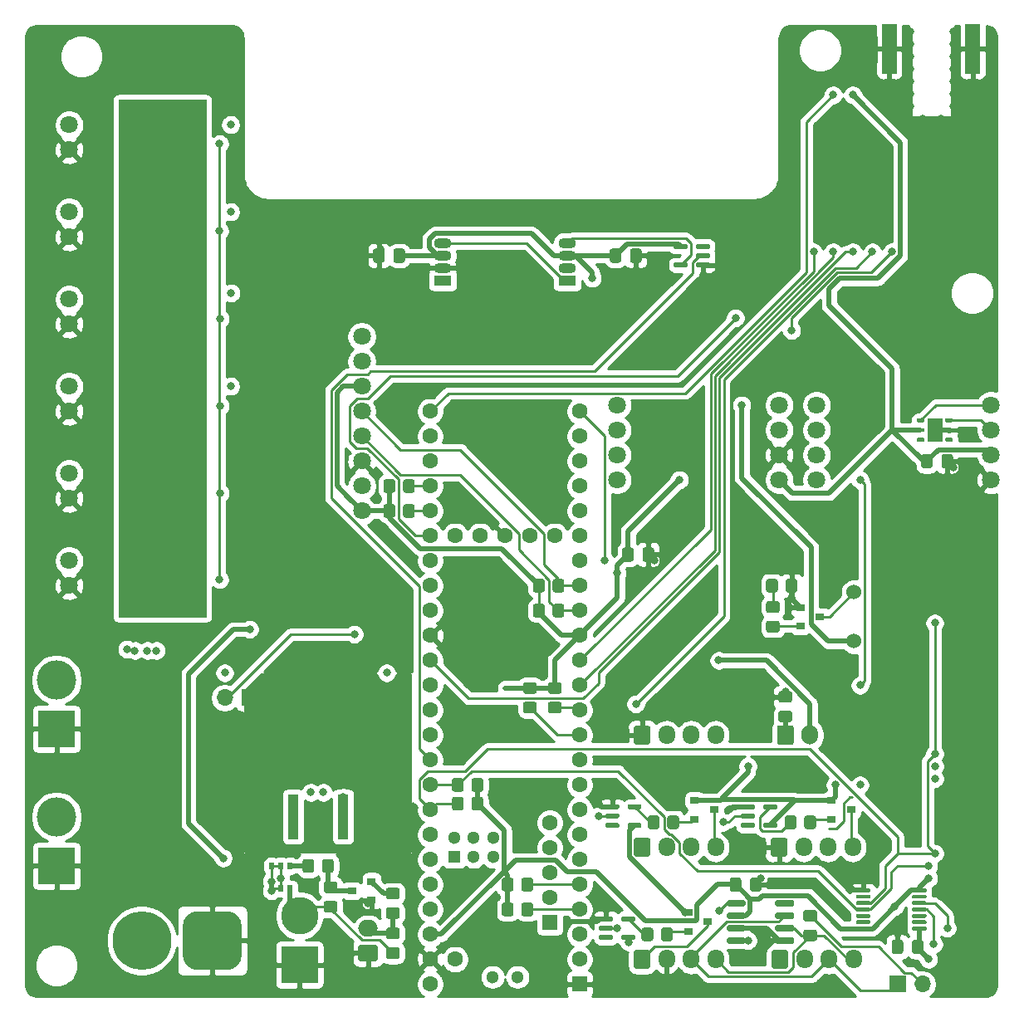
<source format=gbl>
%TF.GenerationSoftware,KiCad,Pcbnew,5.1.10*%
%TF.CreationDate,2021-06-27T23:00:14+02:00*%
%TF.ProjectId,main_v1,6d61696e-5f76-4312-9e6b-696361645f70,rev?*%
%TF.SameCoordinates,Original*%
%TF.FileFunction,Copper,L4,Bot*%
%TF.FilePolarity,Positive*%
%FSLAX46Y46*%
G04 Gerber Fmt 4.6, Leading zero omitted, Abs format (unit mm)*
G04 Created by KiCad (PCBNEW 5.1.10) date 2021-06-27 23:00:14*
%MOMM*%
%LPD*%
G01*
G04 APERTURE LIST*
%TA.AperFunction,NonConductor*%
%ADD10C,0.100000*%
%TD*%
%TA.AperFunction,EtchedComponent*%
%ADD11C,0.010000*%
%TD*%
%TA.AperFunction,SMDPad,CuDef*%
%ADD12R,3.250000X13.200000*%
%TD*%
%TA.AperFunction,ComponentPad*%
%ADD13O,1.700000X1.700000*%
%TD*%
%TA.AperFunction,ComponentPad*%
%ADD14R,1.700000X1.700000*%
%TD*%
%TA.AperFunction,ComponentPad*%
%ADD15C,1.800000*%
%TD*%
%TA.AperFunction,ComponentPad*%
%ADD16O,1.700000X2.000000*%
%TD*%
%TA.AperFunction,ComponentPad*%
%ADD17O,1.700000X1.950000*%
%TD*%
%TA.AperFunction,ComponentPad*%
%ADD18O,2.000000X1.700000*%
%TD*%
%TA.AperFunction,SMDPad,CuDef*%
%ADD19R,0.900000X0.800000*%
%TD*%
%TA.AperFunction,SMDPad,CuDef*%
%ADD20R,0.510000X0.700000*%
%TD*%
%TA.AperFunction,SMDPad,CuDef*%
%ADD21R,1.500000X2.400000*%
%TD*%
%TA.AperFunction,SMDPad,CuDef*%
%ADD22R,1.500000X5.080000*%
%TD*%
%TA.AperFunction,SMDPad,CuDef*%
%ADD23R,10.800000X9.400000*%
%TD*%
%TA.AperFunction,SMDPad,CuDef*%
%ADD24R,1.100000X4.600000*%
%TD*%
%TA.AperFunction,ComponentPad*%
%ADD25C,3.800000*%
%TD*%
%TA.AperFunction,ComponentPad*%
%ADD26R,3.800000X3.800000*%
%TD*%
%TA.AperFunction,ComponentPad*%
%ADD27C,6.000000*%
%TD*%
%TA.AperFunction,ComponentPad*%
%ADD28C,0.800000*%
%TD*%
%TA.AperFunction,ComponentPad*%
%ADD29C,4.000000*%
%TD*%
%TA.AperFunction,ComponentPad*%
%ADD30O,1.800000X1.070000*%
%TD*%
%TA.AperFunction,ComponentPad*%
%ADD31R,1.800000X1.070000*%
%TD*%
%TA.AperFunction,ComponentPad*%
%ADD32C,1.524000*%
%TD*%
%TA.AperFunction,ComponentPad*%
%ADD33C,1.300000*%
%TD*%
%TA.AperFunction,ComponentPad*%
%ADD34C,1.600000*%
%TD*%
%TA.AperFunction,ComponentPad*%
%ADD35R,1.300000X1.300000*%
%TD*%
%TA.AperFunction,ComponentPad*%
%ADD36R,1.600000X1.600000*%
%TD*%
%TA.AperFunction,ViaPad*%
%ADD37C,0.800000*%
%TD*%
%TA.AperFunction,Conductor*%
%ADD38C,0.250000*%
%TD*%
%TA.AperFunction,Conductor*%
%ADD39C,0.500000*%
%TD*%
%TA.AperFunction,Conductor*%
%ADD40C,0.254000*%
%TD*%
%TA.AperFunction,Conductor*%
%ADD41C,0.100000*%
%TD*%
G04 APERTURE END LIST*
D10*
G36*
X160020000Y-119380000D02*
G01*
X151130000Y-119380000D01*
X151130000Y-66675000D01*
X160020000Y-66675000D01*
X160020000Y-119380000D01*
G37*
X160020000Y-119380000D02*
X151130000Y-119380000D01*
X151130000Y-66675000D01*
X160020000Y-66675000D01*
X160020000Y-119380000D01*
D11*
%TO.C,U26*%
G36*
X156159200Y-112928400D02*
G01*
X158800800Y-112928400D01*
X158800800Y-116941600D01*
X156159200Y-116941600D01*
X156159200Y-112928400D01*
G37*
X156159200Y-112928400D02*
X158800800Y-112928400D01*
X158800800Y-116941600D01*
X156159200Y-116941600D01*
X156159200Y-112928400D01*
%TO.C,U25*%
G36*
X156159200Y-104038400D02*
G01*
X158800800Y-104038400D01*
X158800800Y-108051600D01*
X156159200Y-108051600D01*
X156159200Y-104038400D01*
G37*
X156159200Y-104038400D02*
X158800800Y-104038400D01*
X158800800Y-108051600D01*
X156159200Y-108051600D01*
X156159200Y-104038400D01*
%TO.C,U14*%
G36*
X156159200Y-95148400D02*
G01*
X158800800Y-95148400D01*
X158800800Y-99161600D01*
X156159200Y-99161600D01*
X156159200Y-95148400D01*
G37*
X156159200Y-95148400D02*
X158800800Y-95148400D01*
X158800800Y-99161600D01*
X156159200Y-99161600D01*
X156159200Y-95148400D01*
%TO.C,U13*%
G36*
X156159200Y-86258400D02*
G01*
X158800800Y-86258400D01*
X158800800Y-90271600D01*
X156159200Y-90271600D01*
X156159200Y-86258400D01*
G37*
X156159200Y-86258400D02*
X158800800Y-86258400D01*
X158800800Y-90271600D01*
X156159200Y-90271600D01*
X156159200Y-86258400D01*
%TO.C,U12*%
G36*
X156159200Y-77368400D02*
G01*
X158800800Y-77368400D01*
X158800800Y-81381600D01*
X156159200Y-81381600D01*
X156159200Y-77368400D01*
G37*
X156159200Y-77368400D02*
X158800800Y-77368400D01*
X158800800Y-81381600D01*
X156159200Y-81381600D01*
X156159200Y-77368400D01*
%TO.C,U11*%
G36*
X156159200Y-68478400D02*
G01*
X158800800Y-68478400D01*
X158800800Y-72491600D01*
X156159200Y-72491600D01*
X156159200Y-68478400D01*
G37*
X156159200Y-68478400D02*
X158800800Y-68478400D01*
X158800800Y-72491600D01*
X156159200Y-72491600D01*
X156159200Y-68478400D01*
%TD*%
%TO.P,U22,5*%
%TO.N,5V*%
%TA.AperFunction,SMDPad,CuDef*%
G36*
G01*
X209125000Y-81475000D02*
X209125000Y-81725000D01*
G75*
G02*
X209000000Y-81850000I-125000J0D01*
G01*
X207825000Y-81850000D01*
G75*
G02*
X207700000Y-81725000I0J125000D01*
G01*
X207700000Y-81475000D01*
G75*
G02*
X207825000Y-81350000I125000J0D01*
G01*
X209000000Y-81350000D01*
G75*
G02*
X209125000Y-81475000I0J-125000D01*
G01*
G37*
%TD.AperFunction*%
%TO.P,U22,4*%
%TO.N,Net-(D2-Pad4)*%
%TA.AperFunction,SMDPad,CuDef*%
G36*
G01*
X209125000Y-83375000D02*
X209125000Y-83625000D01*
G75*
G02*
X209000000Y-83750000I-125000J0D01*
G01*
X207825000Y-83750000D01*
G75*
G02*
X207700000Y-83625000I0J125000D01*
G01*
X207700000Y-83375000D01*
G75*
G02*
X207825000Y-83250000I125000J0D01*
G01*
X209000000Y-83250000D01*
G75*
G02*
X209125000Y-83375000I0J-125000D01*
G01*
G37*
%TD.AperFunction*%
%TO.P,U22,3*%
%TO.N,GND*%
%TA.AperFunction,SMDPad,CuDef*%
G36*
G01*
X211400000Y-83375000D02*
X211400000Y-83625000D01*
G75*
G02*
X211275000Y-83750000I-125000J0D01*
G01*
X210100000Y-83750000D01*
G75*
G02*
X209975000Y-83625000I0J125000D01*
G01*
X209975000Y-83375000D01*
G75*
G02*
X210100000Y-83250000I125000J0D01*
G01*
X211275000Y-83250000D01*
G75*
G02*
X211400000Y-83375000I0J-125000D01*
G01*
G37*
%TD.AperFunction*%
%TO.P,U22,2*%
%TO.N,/RGB_TX*%
%TA.AperFunction,SMDPad,CuDef*%
G36*
G01*
X211400000Y-82425000D02*
X211400000Y-82675000D01*
G75*
G02*
X211275000Y-82800000I-125000J0D01*
G01*
X210100000Y-82800000D01*
G75*
G02*
X209975000Y-82675000I0J125000D01*
G01*
X209975000Y-82425000D01*
G75*
G02*
X210100000Y-82300000I125000J0D01*
G01*
X211275000Y-82300000D01*
G75*
G02*
X211400000Y-82425000I0J-125000D01*
G01*
G37*
%TD.AperFunction*%
%TO.P,U22,1*%
%TO.N,N/C*%
%TA.AperFunction,SMDPad,CuDef*%
G36*
G01*
X211400000Y-81475000D02*
X211400000Y-81725000D01*
G75*
G02*
X211275000Y-81850000I-125000J0D01*
G01*
X210100000Y-81850000D01*
G75*
G02*
X209975000Y-81725000I0J125000D01*
G01*
X209975000Y-81475000D01*
G75*
G02*
X210100000Y-81350000I125000J0D01*
G01*
X211275000Y-81350000D01*
G75*
G02*
X211400000Y-81475000I0J-125000D01*
G01*
G37*
%TD.AperFunction*%
%TD*%
D12*
%TO.P,HS1,1*%
%TO.N,GND*%
X163750000Y-135890000D03*
X179150000Y-135890000D03*
%TD*%
D13*
%TO.P,JP3,2*%
%TO.N,Net-(JP3-Pad2)*%
X233045000Y-156845000D03*
D14*
%TO.P,JP3,1*%
%TO.N,Net-(J2-Pad3)*%
X230505000Y-156845000D03*
%TD*%
%TO.P,C22,2*%
%TO.N,GND*%
%TA.AperFunction,SMDPad,CuDef*%
G36*
G01*
X203247500Y-83025000D02*
X203247500Y-82075000D01*
G75*
G02*
X203497500Y-81825000I250000J0D01*
G01*
X204172500Y-81825000D01*
G75*
G02*
X204422500Y-82075000I0J-250000D01*
G01*
X204422500Y-83025000D01*
G75*
G02*
X204172500Y-83275000I-250000J0D01*
G01*
X203497500Y-83275000D01*
G75*
G02*
X203247500Y-83025000I0J250000D01*
G01*
G37*
%TD.AperFunction*%
%TO.P,C22,1*%
%TO.N,5V*%
%TA.AperFunction,SMDPad,CuDef*%
G36*
G01*
X201172500Y-83025000D02*
X201172500Y-82075000D01*
G75*
G02*
X201422500Y-81825000I250000J0D01*
G01*
X202097500Y-81825000D01*
G75*
G02*
X202347500Y-82075000I0J-250000D01*
G01*
X202347500Y-83025000D01*
G75*
G02*
X202097500Y-83275000I-250000J0D01*
G01*
X201422500Y-83275000D01*
G75*
G02*
X201172500Y-83025000I0J250000D01*
G01*
G37*
%TD.AperFunction*%
%TD*%
D15*
%TO.P,U6,5*%
%TO.N,/SCL2*%
X240030000Y-97790000D03*
%TO.P,U6,6*%
%TO.N,/SDA2*%
X240030000Y-100330000D03*
%TO.P,U6,7*%
%TO.N,3V3*%
X240030000Y-102870000D03*
%TO.P,U6,8*%
%TO.N,GND*%
X240030000Y-105410000D03*
%TO.P,U6,4*%
%TO.N,N/C*%
X222250000Y-105410000D03*
%TO.P,U6,1*%
X222250000Y-97790000D03*
%TO.P,U6,2*%
X222250000Y-100330000D03*
%TO.P,U6,3*%
X222250000Y-102870000D03*
%TD*%
%TO.P,R30,2*%
%TO.N,3V3*%
%TA.AperFunction,SMDPad,CuDef*%
G36*
G01*
X187090000Y-136975001D02*
X187090000Y-136074999D01*
G75*
G02*
X187339999Y-135825000I249999J0D01*
G01*
X188040001Y-135825000D01*
G75*
G02*
X188290000Y-136074999I0J-249999D01*
G01*
X188290000Y-136975001D01*
G75*
G02*
X188040001Y-137225000I-249999J0D01*
G01*
X187339999Y-137225000D01*
G75*
G02*
X187090000Y-136975001I0J249999D01*
G01*
G37*
%TD.AperFunction*%
%TO.P,R30,1*%
%TO.N,/SDA0*%
%TA.AperFunction,SMDPad,CuDef*%
G36*
G01*
X185090000Y-136975001D02*
X185090000Y-136074999D01*
G75*
G02*
X185339999Y-135825000I249999J0D01*
G01*
X186040001Y-135825000D01*
G75*
G02*
X186290000Y-136074999I0J-249999D01*
G01*
X186290000Y-136975001D01*
G75*
G02*
X186040001Y-137225000I-249999J0D01*
G01*
X185339999Y-137225000D01*
G75*
G02*
X185090000Y-136975001I0J249999D01*
G01*
G37*
%TD.AperFunction*%
%TD*%
%TO.P,R29,2*%
%TO.N,/SCL0*%
%TA.AperFunction,SMDPad,CuDef*%
G36*
G01*
X186290000Y-137979999D02*
X186290000Y-138880001D01*
G75*
G02*
X186040001Y-139130000I-249999J0D01*
G01*
X185339999Y-139130000D01*
G75*
G02*
X185090000Y-138880001I0J249999D01*
G01*
X185090000Y-137979999D01*
G75*
G02*
X185339999Y-137730000I249999J0D01*
G01*
X186040001Y-137730000D01*
G75*
G02*
X186290000Y-137979999I0J-249999D01*
G01*
G37*
%TD.AperFunction*%
%TO.P,R29,1*%
%TO.N,3V3*%
%TA.AperFunction,SMDPad,CuDef*%
G36*
G01*
X188290000Y-137979999D02*
X188290000Y-138880001D01*
G75*
G02*
X188040001Y-139130000I-249999J0D01*
G01*
X187339999Y-139130000D01*
G75*
G02*
X187090000Y-138880001I0J249999D01*
G01*
X187090000Y-137979999D01*
G75*
G02*
X187339999Y-137730000I249999J0D01*
G01*
X188040001Y-137730000D01*
G75*
G02*
X188290000Y-137979999I0J-249999D01*
G01*
G37*
%TD.AperFunction*%
%TD*%
%TO.P,U4,1*%
%TO.N,3V3*%
%TA.AperFunction,SMDPad,CuDef*%
G36*
G01*
X226270000Y-151275000D02*
X226270000Y-151075000D01*
G75*
G02*
X226370000Y-150975000I100000J0D01*
G01*
X227645000Y-150975000D01*
G75*
G02*
X227745000Y-151075000I0J-100000D01*
G01*
X227745000Y-151275000D01*
G75*
G02*
X227645000Y-151375000I-100000J0D01*
G01*
X226370000Y-151375000D01*
G75*
G02*
X226270000Y-151275000I0J100000D01*
G01*
G37*
%TD.AperFunction*%
%TO.P,U4,2*%
%TO.N,N/C*%
%TA.AperFunction,SMDPad,CuDef*%
G36*
G01*
X226270000Y-150625000D02*
X226270000Y-150425000D01*
G75*
G02*
X226370000Y-150325000I100000J0D01*
G01*
X227645000Y-150325000D01*
G75*
G02*
X227745000Y-150425000I0J-100000D01*
G01*
X227745000Y-150625000D01*
G75*
G02*
X227645000Y-150725000I-100000J0D01*
G01*
X226370000Y-150725000D01*
G75*
G02*
X226270000Y-150625000I0J100000D01*
G01*
G37*
%TD.AperFunction*%
%TO.P,U4,3*%
%TA.AperFunction,SMDPad,CuDef*%
G36*
G01*
X226270000Y-149975000D02*
X226270000Y-149775000D01*
G75*
G02*
X226370000Y-149675000I100000J0D01*
G01*
X227645000Y-149675000D01*
G75*
G02*
X227745000Y-149775000I0J-100000D01*
G01*
X227745000Y-149975000D01*
G75*
G02*
X227645000Y-150075000I-100000J0D01*
G01*
X226370000Y-150075000D01*
G75*
G02*
X226270000Y-149975000I0J100000D01*
G01*
G37*
%TD.AperFunction*%
%TO.P,U4,4*%
%TO.N,/SDA0*%
%TA.AperFunction,SMDPad,CuDef*%
G36*
G01*
X226270000Y-149325000D02*
X226270000Y-149125000D01*
G75*
G02*
X226370000Y-149025000I100000J0D01*
G01*
X227645000Y-149025000D01*
G75*
G02*
X227745000Y-149125000I0J-100000D01*
G01*
X227745000Y-149325000D01*
G75*
G02*
X227645000Y-149425000I-100000J0D01*
G01*
X226370000Y-149425000D01*
G75*
G02*
X226270000Y-149325000I0J100000D01*
G01*
G37*
%TD.AperFunction*%
%TO.P,U4,5*%
%TO.N,/SCL0*%
%TA.AperFunction,SMDPad,CuDef*%
G36*
G01*
X226270000Y-148675000D02*
X226270000Y-148475000D01*
G75*
G02*
X226370000Y-148375000I100000J0D01*
G01*
X227645000Y-148375000D01*
G75*
G02*
X227745000Y-148475000I0J-100000D01*
G01*
X227745000Y-148675000D01*
G75*
G02*
X227645000Y-148775000I-100000J0D01*
G01*
X226370000Y-148775000D01*
G75*
G02*
X226270000Y-148675000I0J100000D01*
G01*
G37*
%TD.AperFunction*%
%TO.P,U4,6*%
%TO.N,N/C*%
%TA.AperFunction,SMDPad,CuDef*%
G36*
G01*
X226270000Y-148025000D02*
X226270000Y-147825000D01*
G75*
G02*
X226370000Y-147725000I100000J0D01*
G01*
X227645000Y-147725000D01*
G75*
G02*
X227745000Y-147825000I0J-100000D01*
G01*
X227745000Y-148025000D01*
G75*
G02*
X227645000Y-148125000I-100000J0D01*
G01*
X226370000Y-148125000D01*
G75*
G02*
X226270000Y-148025000I0J100000D01*
G01*
G37*
%TD.AperFunction*%
%TO.P,U4,7*%
%TO.N,GND*%
%TA.AperFunction,SMDPad,CuDef*%
G36*
G01*
X226270000Y-147375000D02*
X226270000Y-147175000D01*
G75*
G02*
X226370000Y-147075000I100000J0D01*
G01*
X227645000Y-147075000D01*
G75*
G02*
X227745000Y-147175000I0J-100000D01*
G01*
X227745000Y-147375000D01*
G75*
G02*
X227645000Y-147475000I-100000J0D01*
G01*
X226370000Y-147475000D01*
G75*
G02*
X226270000Y-147375000I0J100000D01*
G01*
G37*
%TD.AperFunction*%
%TO.P,U4,8*%
%TO.N,3V3*%
%TA.AperFunction,SMDPad,CuDef*%
G36*
G01*
X231995000Y-147375000D02*
X231995000Y-147175000D01*
G75*
G02*
X232095000Y-147075000I100000J0D01*
G01*
X233370000Y-147075000D01*
G75*
G02*
X233470000Y-147175000I0J-100000D01*
G01*
X233470000Y-147375000D01*
G75*
G02*
X233370000Y-147475000I-100000J0D01*
G01*
X232095000Y-147475000D01*
G75*
G02*
X231995000Y-147375000I0J100000D01*
G01*
G37*
%TD.AperFunction*%
%TO.P,U4,9*%
%TO.N,N/C*%
%TA.AperFunction,SMDPad,CuDef*%
G36*
G01*
X231995000Y-148025000D02*
X231995000Y-147825000D01*
G75*
G02*
X232095000Y-147725000I100000J0D01*
G01*
X233370000Y-147725000D01*
G75*
G02*
X233470000Y-147825000I0J-100000D01*
G01*
X233470000Y-148025000D01*
G75*
G02*
X233370000Y-148125000I-100000J0D01*
G01*
X232095000Y-148125000D01*
G75*
G02*
X231995000Y-148025000I0J100000D01*
G01*
G37*
%TD.AperFunction*%
%TO.P,U4,10*%
%TO.N,Net-(J10-Pad4)*%
%TA.AperFunction,SMDPad,CuDef*%
G36*
G01*
X231995000Y-148675000D02*
X231995000Y-148475000D01*
G75*
G02*
X232095000Y-148375000I100000J0D01*
G01*
X233370000Y-148375000D01*
G75*
G02*
X233470000Y-148475000I0J-100000D01*
G01*
X233470000Y-148675000D01*
G75*
G02*
X233370000Y-148775000I-100000J0D01*
G01*
X232095000Y-148775000D01*
G75*
G02*
X231995000Y-148675000I0J100000D01*
G01*
G37*
%TD.AperFunction*%
%TO.P,U4,11*%
%TO.N,Net-(J10-Pad3)*%
%TA.AperFunction,SMDPad,CuDef*%
G36*
G01*
X231995000Y-149325000D02*
X231995000Y-149125000D01*
G75*
G02*
X232095000Y-149025000I100000J0D01*
G01*
X233370000Y-149025000D01*
G75*
G02*
X233470000Y-149125000I0J-100000D01*
G01*
X233470000Y-149325000D01*
G75*
G02*
X233370000Y-149425000I-100000J0D01*
G01*
X232095000Y-149425000D01*
G75*
G02*
X231995000Y-149325000I0J100000D01*
G01*
G37*
%TD.AperFunction*%
%TO.P,U4,12*%
%TO.N,N/C*%
%TA.AperFunction,SMDPad,CuDef*%
G36*
G01*
X231995000Y-149975000D02*
X231995000Y-149775000D01*
G75*
G02*
X232095000Y-149675000I100000J0D01*
G01*
X233370000Y-149675000D01*
G75*
G02*
X233470000Y-149775000I0J-100000D01*
G01*
X233470000Y-149975000D01*
G75*
G02*
X233370000Y-150075000I-100000J0D01*
G01*
X232095000Y-150075000D01*
G75*
G02*
X231995000Y-149975000I0J100000D01*
G01*
G37*
%TD.AperFunction*%
%TO.P,U4,13*%
%TA.AperFunction,SMDPad,CuDef*%
G36*
G01*
X231995000Y-150625000D02*
X231995000Y-150425000D01*
G75*
G02*
X232095000Y-150325000I100000J0D01*
G01*
X233370000Y-150325000D01*
G75*
G02*
X233470000Y-150425000I0J-100000D01*
G01*
X233470000Y-150625000D01*
G75*
G02*
X233370000Y-150725000I-100000J0D01*
G01*
X232095000Y-150725000D01*
G75*
G02*
X231995000Y-150625000I0J100000D01*
G01*
G37*
%TD.AperFunction*%
%TO.P,U4,14*%
%TO.N,5V*%
%TA.AperFunction,SMDPad,CuDef*%
G36*
G01*
X231995000Y-151275000D02*
X231995000Y-151075000D01*
G75*
G02*
X232095000Y-150975000I100000J0D01*
G01*
X233370000Y-150975000D01*
G75*
G02*
X233470000Y-151075000I0J-100000D01*
G01*
X233470000Y-151275000D01*
G75*
G02*
X233370000Y-151375000I-100000J0D01*
G01*
X232095000Y-151375000D01*
G75*
G02*
X231995000Y-151275000I0J100000D01*
G01*
G37*
%TD.AperFunction*%
%TD*%
%TO.P,C20,2*%
%TO.N,5V*%
%TA.AperFunction,SMDPad,CuDef*%
G36*
G01*
X231992500Y-153510000D02*
X231992500Y-152560000D01*
G75*
G02*
X232242500Y-152310000I250000J0D01*
G01*
X232917500Y-152310000D01*
G75*
G02*
X233167500Y-152560000I0J-250000D01*
G01*
X233167500Y-153510000D01*
G75*
G02*
X232917500Y-153760000I-250000J0D01*
G01*
X232242500Y-153760000D01*
G75*
G02*
X231992500Y-153510000I0J250000D01*
G01*
G37*
%TD.AperFunction*%
%TO.P,C20,1*%
%TO.N,GND*%
%TA.AperFunction,SMDPad,CuDef*%
G36*
G01*
X229917500Y-153510000D02*
X229917500Y-152560000D01*
G75*
G02*
X230167500Y-152310000I250000J0D01*
G01*
X230842500Y-152310000D01*
G75*
G02*
X231092500Y-152560000I0J-250000D01*
G01*
X231092500Y-153510000D01*
G75*
G02*
X230842500Y-153760000I-250000J0D01*
G01*
X230167500Y-153760000D01*
G75*
G02*
X229917500Y-153510000I0J250000D01*
G01*
G37*
%TD.AperFunction*%
%TD*%
%TO.P,R41,2*%
%TO.N,GND*%
%TA.AperFunction,SMDPad,CuDef*%
G36*
G01*
X219525001Y-128140000D02*
X218624999Y-128140000D01*
G75*
G02*
X218375000Y-127890001I0J249999D01*
G01*
X218375000Y-127189999D01*
G75*
G02*
X218624999Y-126940000I249999J0D01*
G01*
X219525001Y-126940000D01*
G75*
G02*
X219775000Y-127189999I0J-249999D01*
G01*
X219775000Y-127890001D01*
G75*
G02*
X219525001Y-128140000I-249999J0D01*
G01*
G37*
%TD.AperFunction*%
%TO.P,R41,1*%
%TO.N,/LIFTOFF*%
%TA.AperFunction,SMDPad,CuDef*%
G36*
G01*
X219525001Y-130140000D02*
X218624999Y-130140000D01*
G75*
G02*
X218375000Y-129890001I0J249999D01*
G01*
X218375000Y-129189999D01*
G75*
G02*
X218624999Y-128940000I249999J0D01*
G01*
X219525001Y-128940000D01*
G75*
G02*
X219775000Y-129189999I0J-249999D01*
G01*
X219775000Y-129890001D01*
G75*
G02*
X219525001Y-130140000I-249999J0D01*
G01*
G37*
%TD.AperFunction*%
%TD*%
D16*
%TO.P,JP2,2*%
%TO.N,3V3*%
X221575000Y-131445000D03*
%TO.P,JP2,1*%
%TO.N,/LIFTOFF*%
%TA.AperFunction,ComponentPad*%
G36*
G01*
X218225000Y-132195000D02*
X218225000Y-130695000D01*
G75*
G02*
X218475000Y-130445000I250000J0D01*
G01*
X219675000Y-130445000D01*
G75*
G02*
X219925000Y-130695000I0J-250000D01*
G01*
X219925000Y-132195000D01*
G75*
G02*
X219675000Y-132445000I-250000J0D01*
G01*
X218475000Y-132445000D01*
G75*
G02*
X218225000Y-132195000I0J250000D01*
G01*
G37*
%TD.AperFunction*%
%TD*%
%TO.P,J5,1*%
%TO.N,GND*%
%TA.AperFunction,ComponentPad*%
G36*
G01*
X203620000Y-132170000D02*
X203620000Y-130720000D01*
G75*
G02*
X203870000Y-130470000I250000J0D01*
G01*
X205070000Y-130470000D01*
G75*
G02*
X205320000Y-130720000I0J-250000D01*
G01*
X205320000Y-132170000D01*
G75*
G02*
X205070000Y-132420000I-250000J0D01*
G01*
X203870000Y-132420000D01*
G75*
G02*
X203620000Y-132170000I0J250000D01*
G01*
G37*
%TD.AperFunction*%
D17*
%TO.P,J5,2*%
%TO.N,/EXT1_TX*%
X206970000Y-131445000D03*
%TO.P,J5,3*%
%TO.N,/EXT1_RX*%
X209470000Y-131445000D03*
%TO.P,J5,4*%
%TO.N,5V*%
X211970000Y-131445000D03*
%TD*%
D18*
%TO.P,JP1,2*%
%TO.N,Net-(JP1-Pad2)*%
X176530000Y-151170000D03*
%TO.P,JP1,1*%
%TO.N,GND*%
%TA.AperFunction,ComponentPad*%
G36*
G01*
X177280000Y-154520000D02*
X175780000Y-154520000D01*
G75*
G02*
X175530000Y-154270000I0J250000D01*
G01*
X175530000Y-153070000D01*
G75*
G02*
X175780000Y-152820000I250000J0D01*
G01*
X177280000Y-152820000D01*
G75*
G02*
X177530000Y-153070000I0J-250000D01*
G01*
X177530000Y-154270000D01*
G75*
G02*
X177280000Y-154520000I-250000J0D01*
G01*
G37*
%TD.AperFunction*%
%TD*%
%TO.P,R40,2*%
%TO.N,Net-(JP1-Pad2)*%
%TA.AperFunction,SMDPad,CuDef*%
G36*
G01*
X179520001Y-152270000D02*
X178619999Y-152270000D01*
G75*
G02*
X178370000Y-152020001I0J249999D01*
G01*
X178370000Y-151319999D01*
G75*
G02*
X178619999Y-151070000I249999J0D01*
G01*
X179520001Y-151070000D01*
G75*
G02*
X179770000Y-151319999I0J-249999D01*
G01*
X179770000Y-152020001D01*
G75*
G02*
X179520001Y-152270000I-249999J0D01*
G01*
G37*
%TD.AperFunction*%
%TO.P,R40,1*%
%TO.N,Net-(Q3-Pad4)*%
%TA.AperFunction,SMDPad,CuDef*%
G36*
G01*
X179520001Y-154270000D02*
X178619999Y-154270000D01*
G75*
G02*
X178370000Y-154020001I0J249999D01*
G01*
X178370000Y-153319999D01*
G75*
G02*
X178619999Y-153070000I249999J0D01*
G01*
X179520001Y-153070000D01*
G75*
G02*
X179770000Y-153319999I0J-249999D01*
G01*
X179770000Y-154020001D01*
G75*
G02*
X179520001Y-154270000I-249999J0D01*
G01*
G37*
%TD.AperFunction*%
%TD*%
%TO.P,R39,2*%
%TO.N,Net-(JP1-Pad2)*%
%TA.AperFunction,SMDPad,CuDef*%
G36*
G01*
X178619999Y-148990000D02*
X179520001Y-148990000D01*
G75*
G02*
X179770000Y-149239999I0J-249999D01*
G01*
X179770000Y-149940001D01*
G75*
G02*
X179520001Y-150190000I-249999J0D01*
G01*
X178619999Y-150190000D01*
G75*
G02*
X178370000Y-149940001I0J249999D01*
G01*
X178370000Y-149239999D01*
G75*
G02*
X178619999Y-148990000I249999J0D01*
G01*
G37*
%TD.AperFunction*%
%TO.P,R39,1*%
%TO.N,Net-(Q11-Pad1)*%
%TA.AperFunction,SMDPad,CuDef*%
G36*
G01*
X178619999Y-146990000D02*
X179520001Y-146990000D01*
G75*
G02*
X179770000Y-147239999I0J-249999D01*
G01*
X179770000Y-147940001D01*
G75*
G02*
X179520001Y-148190000I-249999J0D01*
G01*
X178619999Y-148190000D01*
G75*
G02*
X178370000Y-147940001I0J249999D01*
G01*
X178370000Y-147239999D01*
G75*
G02*
X178619999Y-146990000I249999J0D01*
G01*
G37*
%TD.AperFunction*%
%TD*%
%TO.P,R20,2*%
%TO.N,Net-(Q3-Pad4)*%
%TA.AperFunction,SMDPad,CuDef*%
G36*
G01*
X172269999Y-148355000D02*
X173170001Y-148355000D01*
G75*
G02*
X173420000Y-148604999I0J-249999D01*
G01*
X173420000Y-149305001D01*
G75*
G02*
X173170001Y-149555000I-249999J0D01*
G01*
X172269999Y-149555000D01*
G75*
G02*
X172020000Y-149305001I0J249999D01*
G01*
X172020000Y-148604999D01*
G75*
G02*
X172269999Y-148355000I249999J0D01*
G01*
G37*
%TD.AperFunction*%
%TO.P,R20,1*%
%TO.N,Net-(Q11-Pad3)*%
%TA.AperFunction,SMDPad,CuDef*%
G36*
G01*
X172269999Y-146355000D02*
X173170001Y-146355000D01*
G75*
G02*
X173420000Y-146604999I0J-249999D01*
G01*
X173420000Y-147305001D01*
G75*
G02*
X173170001Y-147555000I-249999J0D01*
G01*
X172269999Y-147555000D01*
G75*
G02*
X172020000Y-147305001I0J249999D01*
G01*
X172020000Y-146604999D01*
G75*
G02*
X172269999Y-146355000I249999J0D01*
G01*
G37*
%TD.AperFunction*%
%TD*%
%TO.P,R4,2*%
%TO.N,Net-(Q11-Pad3)*%
%TA.AperFunction,SMDPad,CuDef*%
G36*
G01*
X171850000Y-145230001D02*
X171850000Y-144329999D01*
G75*
G02*
X172099999Y-144080000I249999J0D01*
G01*
X172800001Y-144080000D01*
G75*
G02*
X173050000Y-144329999I0J-249999D01*
G01*
X173050000Y-145230001D01*
G75*
G02*
X172800001Y-145480000I-249999J0D01*
G01*
X172099999Y-145480000D01*
G75*
G02*
X171850000Y-145230001I0J249999D01*
G01*
G37*
%TD.AperFunction*%
%TO.P,R4,1*%
%TO.N,Net-(Q3-Pad3)*%
%TA.AperFunction,SMDPad,CuDef*%
G36*
G01*
X169850000Y-145230001D02*
X169850000Y-144329999D01*
G75*
G02*
X170099999Y-144080000I249999J0D01*
G01*
X170800001Y-144080000D01*
G75*
G02*
X171050000Y-144329999I0J-249999D01*
G01*
X171050000Y-145230001D01*
G75*
G02*
X170800001Y-145480000I-249999J0D01*
G01*
X170099999Y-145480000D01*
G75*
G02*
X169850000Y-145230001I0J249999D01*
G01*
G37*
%TD.AperFunction*%
%TD*%
D19*
%TO.P,Q11,3*%
%TO.N,Net-(Q11-Pad3)*%
X174895000Y-147320000D03*
%TO.P,Q11,2*%
%TO.N,GND*%
X176895000Y-148270000D03*
%TO.P,Q11,1*%
%TO.N,Net-(Q11-Pad1)*%
X176895000Y-146370000D03*
%TD*%
D20*
%TO.P,Q3,6*%
%TO.N,Net-(Q3-Pad1)*%
X166690000Y-147100000D03*
%TO.P,Q3,5*%
X167640000Y-147100000D03*
%TO.P,Q3,4*%
%TO.N,Net-(Q3-Pad4)*%
X168590000Y-147100000D03*
%TO.P,Q3,3*%
%TO.N,Net-(Q3-Pad3)*%
X168590000Y-144780000D03*
%TO.P,Q3,2*%
%TO.N,Net-(Q3-Pad1)*%
X167640000Y-144780000D03*
%TO.P,Q3,1*%
X166690000Y-144780000D03*
%TD*%
D15*
%TO.P,U35,5*%
%TO.N,3V3*%
X218440000Y-105410000D03*
%TO.P,U35,7*%
%TO.N,/SCL0*%
X218440000Y-100330000D03*
%TO.P,U35,8*%
%TO.N,/SDA0*%
X218440000Y-97790000D03*
%TO.P,U35,6*%
%TO.N,GND*%
X218440000Y-102870000D03*
%TO.P,U35,3*%
%TO.N,N/C*%
X201930000Y-102870000D03*
%TO.P,U35,1*%
X201930000Y-97790000D03*
%TO.P,U35,4*%
X201930000Y-105410000D03*
%TO.P,U35,2*%
%TO.N,3V3*%
X201930000Y-100330000D03*
%TD*%
D21*
%TO.P,U30,7*%
%TO.N,GND*%
X234315000Y-100330000D03*
%TO.P,U30,6*%
%TO.N,/SCL2*%
%TA.AperFunction,SMDPad,CuDef*%
G36*
G01*
X233265000Y-99230000D02*
X233265000Y-99430000D01*
G75*
G02*
X233165000Y-99530000I-100000J0D01*
G01*
X232565000Y-99530000D01*
G75*
G02*
X232465000Y-99430000I0J100000D01*
G01*
X232465000Y-99230000D01*
G75*
G02*
X232565000Y-99130000I100000J0D01*
G01*
X233165000Y-99130000D01*
G75*
G02*
X233265000Y-99230000I0J-100000D01*
G01*
G37*
%TD.AperFunction*%
%TO.P,U30,5*%
%TO.N,3V3*%
%TA.AperFunction,SMDPad,CuDef*%
G36*
G01*
X233265000Y-100230000D02*
X233265000Y-100430000D01*
G75*
G02*
X233165000Y-100530000I-100000J0D01*
G01*
X232565000Y-100530000D01*
G75*
G02*
X232465000Y-100430000I0J100000D01*
G01*
X232465000Y-100230000D01*
G75*
G02*
X232565000Y-100130000I100000J0D01*
G01*
X233165000Y-100130000D01*
G75*
G02*
X233265000Y-100230000I0J-100000D01*
G01*
G37*
%TD.AperFunction*%
%TO.P,U30,4*%
%TO.N,N/C*%
%TA.AperFunction,SMDPad,CuDef*%
G36*
G01*
X233265000Y-101230000D02*
X233265000Y-101430000D01*
G75*
G02*
X233165000Y-101530000I-100000J0D01*
G01*
X232565000Y-101530000D01*
G75*
G02*
X232465000Y-101430000I0J100000D01*
G01*
X232465000Y-101230000D01*
G75*
G02*
X232565000Y-101130000I100000J0D01*
G01*
X233165000Y-101130000D01*
G75*
G02*
X233265000Y-101230000I0J-100000D01*
G01*
G37*
%TD.AperFunction*%
%TO.P,U30,3*%
%TA.AperFunction,SMDPad,CuDef*%
G36*
G01*
X236165000Y-101230000D02*
X236165000Y-101430000D01*
G75*
G02*
X236065000Y-101530000I-100000J0D01*
G01*
X235465000Y-101530000D01*
G75*
G02*
X235365000Y-101430000I0J100000D01*
G01*
X235365000Y-101230000D01*
G75*
G02*
X235465000Y-101130000I100000J0D01*
G01*
X236065000Y-101130000D01*
G75*
G02*
X236165000Y-101230000I0J-100000D01*
G01*
G37*
%TD.AperFunction*%
%TO.P,U30,2*%
%TO.N,GND*%
%TA.AperFunction,SMDPad,CuDef*%
G36*
G01*
X236165000Y-100230000D02*
X236165000Y-100430000D01*
G75*
G02*
X236065000Y-100530000I-100000J0D01*
G01*
X235465000Y-100530000D01*
G75*
G02*
X235365000Y-100430000I0J100000D01*
G01*
X235365000Y-100230000D01*
G75*
G02*
X235465000Y-100130000I100000J0D01*
G01*
X236065000Y-100130000D01*
G75*
G02*
X236165000Y-100230000I0J-100000D01*
G01*
G37*
%TD.AperFunction*%
%TO.P,U30,1*%
%TO.N,/SDA2*%
%TA.AperFunction,SMDPad,CuDef*%
G36*
G01*
X236165000Y-99230000D02*
X236165000Y-99430000D01*
G75*
G02*
X236065000Y-99530000I-100000J0D01*
G01*
X235465000Y-99530000D01*
G75*
G02*
X235365000Y-99430000I0J100000D01*
G01*
X235365000Y-99230000D01*
G75*
G02*
X235465000Y-99130000I100000J0D01*
G01*
X236065000Y-99130000D01*
G75*
G02*
X236165000Y-99230000I0J-100000D01*
G01*
G37*
%TD.AperFunction*%
%TD*%
%TO.P,U21,5*%
%TO.N,5V*%
%TA.AperFunction,SMDPad,CuDef*%
G36*
G01*
X202355000Y-152205000D02*
X202355000Y-151955000D01*
G75*
G02*
X202480000Y-151830000I125000J0D01*
G01*
X203655000Y-151830000D01*
G75*
G02*
X203780000Y-151955000I0J-125000D01*
G01*
X203780000Y-152205000D01*
G75*
G02*
X203655000Y-152330000I-125000J0D01*
G01*
X202480000Y-152330000D01*
G75*
G02*
X202355000Y-152205000I0J125000D01*
G01*
G37*
%TD.AperFunction*%
%TO.P,U21,4*%
%TO.N,Net-(R17-Pad1)*%
%TA.AperFunction,SMDPad,CuDef*%
G36*
G01*
X202355000Y-150305000D02*
X202355000Y-150055000D01*
G75*
G02*
X202480000Y-149930000I125000J0D01*
G01*
X203655000Y-149930000D01*
G75*
G02*
X203780000Y-150055000I0J-125000D01*
G01*
X203780000Y-150305000D01*
G75*
G02*
X203655000Y-150430000I-125000J0D01*
G01*
X202480000Y-150430000D01*
G75*
G02*
X202355000Y-150305000I0J125000D01*
G01*
G37*
%TD.AperFunction*%
%TO.P,U21,3*%
%TO.N,GND*%
%TA.AperFunction,SMDPad,CuDef*%
G36*
G01*
X200080000Y-150305000D02*
X200080000Y-150055000D01*
G75*
G02*
X200205000Y-149930000I125000J0D01*
G01*
X201380000Y-149930000D01*
G75*
G02*
X201505000Y-150055000I0J-125000D01*
G01*
X201505000Y-150305000D01*
G75*
G02*
X201380000Y-150430000I-125000J0D01*
G01*
X200205000Y-150430000D01*
G75*
G02*
X200080000Y-150305000I0J125000D01*
G01*
G37*
%TD.AperFunction*%
%TO.P,U21,2*%
%TO.N,/CAN_MOS*%
%TA.AperFunction,SMDPad,CuDef*%
G36*
G01*
X200080000Y-151255000D02*
X200080000Y-151005000D01*
G75*
G02*
X200205000Y-150880000I125000J0D01*
G01*
X201380000Y-150880000D01*
G75*
G02*
X201505000Y-151005000I0J-125000D01*
G01*
X201505000Y-151255000D01*
G75*
G02*
X201380000Y-151380000I-125000J0D01*
G01*
X200205000Y-151380000D01*
G75*
G02*
X200080000Y-151255000I0J125000D01*
G01*
G37*
%TD.AperFunction*%
%TO.P,U21,1*%
%TO.N,N/C*%
%TA.AperFunction,SMDPad,CuDef*%
G36*
G01*
X200080000Y-152205000D02*
X200080000Y-151955000D01*
G75*
G02*
X200205000Y-151830000I125000J0D01*
G01*
X201380000Y-151830000D01*
G75*
G02*
X201505000Y-151955000I0J-125000D01*
G01*
X201505000Y-152205000D01*
G75*
G02*
X201380000Y-152330000I-125000J0D01*
G01*
X200205000Y-152330000D01*
G75*
G02*
X200080000Y-152205000I0J125000D01*
G01*
G37*
%TD.AperFunction*%
%TD*%
%TO.P,U19,5*%
%TO.N,5V*%
%TA.AperFunction,SMDPad,CuDef*%
G36*
G01*
X216827500Y-140775000D02*
X216827500Y-140525000D01*
G75*
G02*
X216952500Y-140400000I125000J0D01*
G01*
X218127500Y-140400000D01*
G75*
G02*
X218252500Y-140525000I0J-125000D01*
G01*
X218252500Y-140775000D01*
G75*
G02*
X218127500Y-140900000I-125000J0D01*
G01*
X216952500Y-140900000D01*
G75*
G02*
X216827500Y-140775000I0J125000D01*
G01*
G37*
%TD.AperFunction*%
%TO.P,U19,4*%
%TO.N,Net-(R14-Pad1)*%
%TA.AperFunction,SMDPad,CuDef*%
G36*
G01*
X216827500Y-138875000D02*
X216827500Y-138625000D01*
G75*
G02*
X216952500Y-138500000I125000J0D01*
G01*
X218127500Y-138500000D01*
G75*
G02*
X218252500Y-138625000I0J-125000D01*
G01*
X218252500Y-138875000D01*
G75*
G02*
X218127500Y-139000000I-125000J0D01*
G01*
X216952500Y-139000000D01*
G75*
G02*
X216827500Y-138875000I0J125000D01*
G01*
G37*
%TD.AperFunction*%
%TO.P,U19,3*%
%TO.N,GND*%
%TA.AperFunction,SMDPad,CuDef*%
G36*
G01*
X214552500Y-138875000D02*
X214552500Y-138625000D01*
G75*
G02*
X214677500Y-138500000I125000J0D01*
G01*
X215852500Y-138500000D01*
G75*
G02*
X215977500Y-138625000I0J-125000D01*
G01*
X215977500Y-138875000D01*
G75*
G02*
X215852500Y-139000000I-125000J0D01*
G01*
X214677500Y-139000000D01*
G75*
G02*
X214552500Y-138875000I0J125000D01*
G01*
G37*
%TD.AperFunction*%
%TO.P,U19,2*%
%TO.N,/TM_MOS*%
%TA.AperFunction,SMDPad,CuDef*%
G36*
G01*
X214552500Y-139825000D02*
X214552500Y-139575000D01*
G75*
G02*
X214677500Y-139450000I125000J0D01*
G01*
X215852500Y-139450000D01*
G75*
G02*
X215977500Y-139575000I0J-125000D01*
G01*
X215977500Y-139825000D01*
G75*
G02*
X215852500Y-139950000I-125000J0D01*
G01*
X214677500Y-139950000D01*
G75*
G02*
X214552500Y-139825000I0J125000D01*
G01*
G37*
%TD.AperFunction*%
%TO.P,U19,1*%
%TO.N,N/C*%
%TA.AperFunction,SMDPad,CuDef*%
G36*
G01*
X214552500Y-140775000D02*
X214552500Y-140525000D01*
G75*
G02*
X214677500Y-140400000I125000J0D01*
G01*
X215852500Y-140400000D01*
G75*
G02*
X215977500Y-140525000I0J-125000D01*
G01*
X215977500Y-140775000D01*
G75*
G02*
X215852500Y-140900000I-125000J0D01*
G01*
X214677500Y-140900000D01*
G75*
G02*
X214552500Y-140775000I0J125000D01*
G01*
G37*
%TD.AperFunction*%
%TD*%
%TO.P,U18,5*%
%TO.N,5V*%
%TA.AperFunction,SMDPad,CuDef*%
G36*
G01*
X202990000Y-140775000D02*
X202990000Y-140525000D01*
G75*
G02*
X203115000Y-140400000I125000J0D01*
G01*
X204290000Y-140400000D01*
G75*
G02*
X204415000Y-140525000I0J-125000D01*
G01*
X204415000Y-140775000D01*
G75*
G02*
X204290000Y-140900000I-125000J0D01*
G01*
X203115000Y-140900000D01*
G75*
G02*
X202990000Y-140775000I0J125000D01*
G01*
G37*
%TD.AperFunction*%
%TO.P,U18,4*%
%TO.N,Net-(R13-Pad1)*%
%TA.AperFunction,SMDPad,CuDef*%
G36*
G01*
X202990000Y-138875000D02*
X202990000Y-138625000D01*
G75*
G02*
X203115000Y-138500000I125000J0D01*
G01*
X204290000Y-138500000D01*
G75*
G02*
X204415000Y-138625000I0J-125000D01*
G01*
X204415000Y-138875000D01*
G75*
G02*
X204290000Y-139000000I-125000J0D01*
G01*
X203115000Y-139000000D01*
G75*
G02*
X202990000Y-138875000I0J125000D01*
G01*
G37*
%TD.AperFunction*%
%TO.P,U18,3*%
%TO.N,GND*%
%TA.AperFunction,SMDPad,CuDef*%
G36*
G01*
X200715000Y-138875000D02*
X200715000Y-138625000D01*
G75*
G02*
X200840000Y-138500000I125000J0D01*
G01*
X202015000Y-138500000D01*
G75*
G02*
X202140000Y-138625000I0J-125000D01*
G01*
X202140000Y-138875000D01*
G75*
G02*
X202015000Y-139000000I-125000J0D01*
G01*
X200840000Y-139000000D01*
G75*
G02*
X200715000Y-138875000I0J125000D01*
G01*
G37*
%TD.AperFunction*%
%TO.P,U18,2*%
%TO.N,/FPV_MOS*%
%TA.AperFunction,SMDPad,CuDef*%
G36*
G01*
X200715000Y-139825000D02*
X200715000Y-139575000D01*
G75*
G02*
X200840000Y-139450000I125000J0D01*
G01*
X202015000Y-139450000D01*
G75*
G02*
X202140000Y-139575000I0J-125000D01*
G01*
X202140000Y-139825000D01*
G75*
G02*
X202015000Y-139950000I-125000J0D01*
G01*
X200840000Y-139950000D01*
G75*
G02*
X200715000Y-139825000I0J125000D01*
G01*
G37*
%TD.AperFunction*%
%TO.P,U18,1*%
%TO.N,N/C*%
%TA.AperFunction,SMDPad,CuDef*%
G36*
G01*
X200715000Y-140775000D02*
X200715000Y-140525000D01*
G75*
G02*
X200840000Y-140400000I125000J0D01*
G01*
X202015000Y-140400000D01*
G75*
G02*
X202140000Y-140525000I0J-125000D01*
G01*
X202140000Y-140775000D01*
G75*
G02*
X202015000Y-140900000I-125000J0D01*
G01*
X200840000Y-140900000D01*
G75*
G02*
X200715000Y-140775000I0J125000D01*
G01*
G37*
%TD.AperFunction*%
%TD*%
%TO.P,U17,8*%
%TO.N,GND*%
%TA.AperFunction,SMDPad,CuDef*%
G36*
G01*
X218035000Y-152550000D02*
X218035000Y-152250000D01*
G75*
G02*
X218185000Y-152100000I150000J0D01*
G01*
X219835000Y-152100000D01*
G75*
G02*
X219985000Y-152250000I0J-150000D01*
G01*
X219985000Y-152550000D01*
G75*
G02*
X219835000Y-152700000I-150000J0D01*
G01*
X218185000Y-152700000D01*
G75*
G02*
X218035000Y-152550000I0J150000D01*
G01*
G37*
%TD.AperFunction*%
%TO.P,U17,7*%
%TO.N,Net-(J2-Pad4)*%
%TA.AperFunction,SMDPad,CuDef*%
G36*
G01*
X218035000Y-151280000D02*
X218035000Y-150980000D01*
G75*
G02*
X218185000Y-150830000I150000J0D01*
G01*
X219835000Y-150830000D01*
G75*
G02*
X219985000Y-150980000I0J-150000D01*
G01*
X219985000Y-151280000D01*
G75*
G02*
X219835000Y-151430000I-150000J0D01*
G01*
X218185000Y-151430000D01*
G75*
G02*
X218035000Y-151280000I0J150000D01*
G01*
G37*
%TD.AperFunction*%
%TO.P,U17,6*%
%TO.N,Net-(J2-Pad3)*%
%TA.AperFunction,SMDPad,CuDef*%
G36*
G01*
X218035000Y-150010000D02*
X218035000Y-149710000D01*
G75*
G02*
X218185000Y-149560000I150000J0D01*
G01*
X219835000Y-149560000D01*
G75*
G02*
X219985000Y-149710000I0J-150000D01*
G01*
X219985000Y-150010000D01*
G75*
G02*
X219835000Y-150160000I-150000J0D01*
G01*
X218185000Y-150160000D01*
G75*
G02*
X218035000Y-150010000I0J150000D01*
G01*
G37*
%TD.AperFunction*%
%TO.P,U17,5*%
%TO.N,N/C*%
%TA.AperFunction,SMDPad,CuDef*%
G36*
G01*
X218035000Y-148740000D02*
X218035000Y-148440000D01*
G75*
G02*
X218185000Y-148290000I150000J0D01*
G01*
X219835000Y-148290000D01*
G75*
G02*
X219985000Y-148440000I0J-150000D01*
G01*
X219985000Y-148740000D01*
G75*
G02*
X219835000Y-148890000I-150000J0D01*
G01*
X218185000Y-148890000D01*
G75*
G02*
X218035000Y-148740000I0J150000D01*
G01*
G37*
%TD.AperFunction*%
%TO.P,U17,4*%
%TO.N,/CAN_RX*%
%TA.AperFunction,SMDPad,CuDef*%
G36*
G01*
X213085000Y-148740000D02*
X213085000Y-148440000D01*
G75*
G02*
X213235000Y-148290000I150000J0D01*
G01*
X214885000Y-148290000D01*
G75*
G02*
X215035000Y-148440000I0J-150000D01*
G01*
X215035000Y-148740000D01*
G75*
G02*
X214885000Y-148890000I-150000J0D01*
G01*
X213235000Y-148890000D01*
G75*
G02*
X213085000Y-148740000I0J150000D01*
G01*
G37*
%TD.AperFunction*%
%TO.P,U17,3*%
%TO.N,3V3*%
%TA.AperFunction,SMDPad,CuDef*%
G36*
G01*
X213085000Y-150010000D02*
X213085000Y-149710000D01*
G75*
G02*
X213235000Y-149560000I150000J0D01*
G01*
X214885000Y-149560000D01*
G75*
G02*
X215035000Y-149710000I0J-150000D01*
G01*
X215035000Y-150010000D01*
G75*
G02*
X214885000Y-150160000I-150000J0D01*
G01*
X213235000Y-150160000D01*
G75*
G02*
X213085000Y-150010000I0J150000D01*
G01*
G37*
%TD.AperFunction*%
%TO.P,U17,2*%
%TO.N,GND*%
%TA.AperFunction,SMDPad,CuDef*%
G36*
G01*
X213085000Y-151280000D02*
X213085000Y-150980000D01*
G75*
G02*
X213235000Y-150830000I150000J0D01*
G01*
X214885000Y-150830000D01*
G75*
G02*
X215035000Y-150980000I0J-150000D01*
G01*
X215035000Y-151280000D01*
G75*
G02*
X214885000Y-151430000I-150000J0D01*
G01*
X213235000Y-151430000D01*
G75*
G02*
X213085000Y-151280000I0J150000D01*
G01*
G37*
%TD.AperFunction*%
%TO.P,U17,1*%
%TO.N,/CAN_TX*%
%TA.AperFunction,SMDPad,CuDef*%
G36*
G01*
X213085000Y-152550000D02*
X213085000Y-152250000D01*
G75*
G02*
X213235000Y-152100000I150000J0D01*
G01*
X214885000Y-152100000D01*
G75*
G02*
X215035000Y-152250000I0J-150000D01*
G01*
X215035000Y-152550000D01*
G75*
G02*
X214885000Y-152700000I-150000J0D01*
G01*
X213235000Y-152700000D01*
G75*
G02*
X213085000Y-152550000I0J150000D01*
G01*
G37*
%TD.AperFunction*%
%TD*%
%TO.P,R24,2*%
%TO.N,3V3*%
%TA.AperFunction,SMDPad,CuDef*%
G36*
G01*
X191370000Y-146234999D02*
X191370000Y-147135001D01*
G75*
G02*
X191120001Y-147385000I-249999J0D01*
G01*
X190419999Y-147385000D01*
G75*
G02*
X190170000Y-147135001I0J249999D01*
G01*
X190170000Y-146234999D01*
G75*
G02*
X190419999Y-145985000I249999J0D01*
G01*
X191120001Y-145985000D01*
G75*
G02*
X191370000Y-146234999I0J-249999D01*
G01*
G37*
%TD.AperFunction*%
%TO.P,R24,1*%
%TO.N,/CAN_MOS*%
%TA.AperFunction,SMDPad,CuDef*%
G36*
G01*
X193370000Y-146234999D02*
X193370000Y-147135001D01*
G75*
G02*
X193120001Y-147385000I-249999J0D01*
G01*
X192419999Y-147385000D01*
G75*
G02*
X192170000Y-147135001I0J249999D01*
G01*
X192170000Y-146234999D01*
G75*
G02*
X192419999Y-145985000I249999J0D01*
G01*
X193120001Y-145985000D01*
G75*
G02*
X193370000Y-146234999I0J-249999D01*
G01*
G37*
%TD.AperFunction*%
%TD*%
%TO.P,R22,2*%
%TO.N,3V3*%
%TA.AperFunction,SMDPad,CuDef*%
G36*
G01*
X193490001Y-127235000D02*
X192589999Y-127235000D01*
G75*
G02*
X192340000Y-126985001I0J249999D01*
G01*
X192340000Y-126284999D01*
G75*
G02*
X192589999Y-126035000I249999J0D01*
G01*
X193490001Y-126035000D01*
G75*
G02*
X193740000Y-126284999I0J-249999D01*
G01*
X193740000Y-126985001D01*
G75*
G02*
X193490001Y-127235000I-249999J0D01*
G01*
G37*
%TD.AperFunction*%
%TO.P,R22,1*%
%TO.N,/TM_MOS*%
%TA.AperFunction,SMDPad,CuDef*%
G36*
G01*
X193490001Y-129235000D02*
X192589999Y-129235000D01*
G75*
G02*
X192340000Y-128985001I0J249999D01*
G01*
X192340000Y-128284999D01*
G75*
G02*
X192589999Y-128035000I249999J0D01*
G01*
X193490001Y-128035000D01*
G75*
G02*
X193740000Y-128284999I0J-249999D01*
G01*
X193740000Y-128985001D01*
G75*
G02*
X193490001Y-129235000I-249999J0D01*
G01*
G37*
%TD.AperFunction*%
%TD*%
%TO.P,R21,2*%
%TO.N,3V3*%
%TA.AperFunction,SMDPad,CuDef*%
G36*
G01*
X191370000Y-148774999D02*
X191370000Y-149675001D01*
G75*
G02*
X191120001Y-149925000I-249999J0D01*
G01*
X190419999Y-149925000D01*
G75*
G02*
X190170000Y-149675001I0J249999D01*
G01*
X190170000Y-148774999D01*
G75*
G02*
X190419999Y-148525000I249999J0D01*
G01*
X191120001Y-148525000D01*
G75*
G02*
X191370000Y-148774999I0J-249999D01*
G01*
G37*
%TD.AperFunction*%
%TO.P,R21,1*%
%TO.N,/FPV_MOS*%
%TA.AperFunction,SMDPad,CuDef*%
G36*
G01*
X193370000Y-148774999D02*
X193370000Y-149675001D01*
G75*
G02*
X193120001Y-149925000I-249999J0D01*
G01*
X192419999Y-149925000D01*
G75*
G02*
X192170000Y-149675001I0J249999D01*
G01*
X192170000Y-148774999D01*
G75*
G02*
X192419999Y-148525000I249999J0D01*
G01*
X193120001Y-148525000D01*
G75*
G02*
X193370000Y-148774999I0J-249999D01*
G01*
G37*
%TD.AperFunction*%
%TD*%
%TO.P,R17,2*%
%TO.N,Net-(Q7-Pad1)*%
%TA.AperFunction,SMDPad,CuDef*%
G36*
G01*
X206410000Y-152215001D02*
X206410000Y-151314999D01*
G75*
G02*
X206659999Y-151065000I249999J0D01*
G01*
X207360001Y-151065000D01*
G75*
G02*
X207610000Y-151314999I0J-249999D01*
G01*
X207610000Y-152215001D01*
G75*
G02*
X207360001Y-152465000I-249999J0D01*
G01*
X206659999Y-152465000D01*
G75*
G02*
X206410000Y-152215001I0J249999D01*
G01*
G37*
%TD.AperFunction*%
%TO.P,R17,1*%
%TO.N,Net-(R17-Pad1)*%
%TA.AperFunction,SMDPad,CuDef*%
G36*
G01*
X204410000Y-152215001D02*
X204410000Y-151314999D01*
G75*
G02*
X204659999Y-151065000I249999J0D01*
G01*
X205360001Y-151065000D01*
G75*
G02*
X205610000Y-151314999I0J-249999D01*
G01*
X205610000Y-152215001D01*
G75*
G02*
X205360001Y-152465000I-249999J0D01*
G01*
X204659999Y-152465000D01*
G75*
G02*
X204410000Y-152215001I0J249999D01*
G01*
G37*
%TD.AperFunction*%
%TD*%
%TO.P,R14,2*%
%TO.N,Net-(Q5-Pad1)*%
%TA.AperFunction,SMDPad,CuDef*%
G36*
G01*
X221015000Y-140785001D02*
X221015000Y-139884999D01*
G75*
G02*
X221264999Y-139635000I249999J0D01*
G01*
X221965001Y-139635000D01*
G75*
G02*
X222215000Y-139884999I0J-249999D01*
G01*
X222215000Y-140785001D01*
G75*
G02*
X221965001Y-141035000I-249999J0D01*
G01*
X221264999Y-141035000D01*
G75*
G02*
X221015000Y-140785001I0J249999D01*
G01*
G37*
%TD.AperFunction*%
%TO.P,R14,1*%
%TO.N,Net-(R14-Pad1)*%
%TA.AperFunction,SMDPad,CuDef*%
G36*
G01*
X219015000Y-140785001D02*
X219015000Y-139884999D01*
G75*
G02*
X219264999Y-139635000I249999J0D01*
G01*
X219965001Y-139635000D01*
G75*
G02*
X220215000Y-139884999I0J-249999D01*
G01*
X220215000Y-140785001D01*
G75*
G02*
X219965001Y-141035000I-249999J0D01*
G01*
X219264999Y-141035000D01*
G75*
G02*
X219015000Y-140785001I0J249999D01*
G01*
G37*
%TD.AperFunction*%
%TD*%
%TO.P,R13,2*%
%TO.N,Net-(Q4-Pad1)*%
%TA.AperFunction,SMDPad,CuDef*%
G36*
G01*
X207045000Y-140785001D02*
X207045000Y-139884999D01*
G75*
G02*
X207294999Y-139635000I249999J0D01*
G01*
X207995001Y-139635000D01*
G75*
G02*
X208245000Y-139884999I0J-249999D01*
G01*
X208245000Y-140785001D01*
G75*
G02*
X207995001Y-141035000I-249999J0D01*
G01*
X207294999Y-141035000D01*
G75*
G02*
X207045000Y-140785001I0J249999D01*
G01*
G37*
%TD.AperFunction*%
%TO.P,R13,1*%
%TO.N,Net-(R13-Pad1)*%
%TA.AperFunction,SMDPad,CuDef*%
G36*
G01*
X205045000Y-140785001D02*
X205045000Y-139884999D01*
G75*
G02*
X205294999Y-139635000I249999J0D01*
G01*
X205995001Y-139635000D01*
G75*
G02*
X206245000Y-139884999I0J-249999D01*
G01*
X206245000Y-140785001D01*
G75*
G02*
X205995001Y-141035000I-249999J0D01*
G01*
X205294999Y-141035000D01*
G75*
G02*
X205045000Y-140785001I0J249999D01*
G01*
G37*
%TD.AperFunction*%
%TD*%
%TO.P,R5,2*%
%TO.N,/FLASH_CS*%
%TA.AperFunction,SMDPad,CuDef*%
G36*
G01*
X195129999Y-128035000D02*
X196030001Y-128035000D01*
G75*
G02*
X196280000Y-128284999I0J-249999D01*
G01*
X196280000Y-128985001D01*
G75*
G02*
X196030001Y-129235000I-249999J0D01*
G01*
X195129999Y-129235000D01*
G75*
G02*
X194880000Y-128985001I0J249999D01*
G01*
X194880000Y-128284999D01*
G75*
G02*
X195129999Y-128035000I249999J0D01*
G01*
G37*
%TD.AperFunction*%
%TO.P,R5,1*%
%TO.N,3V3*%
%TA.AperFunction,SMDPad,CuDef*%
G36*
G01*
X195129999Y-126035000D02*
X196030001Y-126035000D01*
G75*
G02*
X196280000Y-126284999I0J-249999D01*
G01*
X196280000Y-126985001D01*
G75*
G02*
X196030001Y-127235000I-249999J0D01*
G01*
X195129999Y-127235000D01*
G75*
G02*
X194880000Y-126985001I0J249999D01*
G01*
X194880000Y-126284999D01*
G75*
G02*
X195129999Y-126035000I249999J0D01*
G01*
G37*
%TD.AperFunction*%
%TD*%
%TO.P,R2,2*%
%TO.N,Net-(JP3-Pad2)*%
%TA.AperFunction,SMDPad,CuDef*%
G36*
G01*
X222065001Y-150460000D02*
X221164999Y-150460000D01*
G75*
G02*
X220915000Y-150210001I0J249999D01*
G01*
X220915000Y-149509999D01*
G75*
G02*
X221164999Y-149260000I249999J0D01*
G01*
X222065001Y-149260000D01*
G75*
G02*
X222315000Y-149509999I0J-249999D01*
G01*
X222315000Y-150210001D01*
G75*
G02*
X222065001Y-150460000I-249999J0D01*
G01*
G37*
%TD.AperFunction*%
%TO.P,R2,1*%
%TO.N,Net-(J2-Pad4)*%
%TA.AperFunction,SMDPad,CuDef*%
G36*
G01*
X222065001Y-152460000D02*
X221164999Y-152460000D01*
G75*
G02*
X220915000Y-152210001I0J249999D01*
G01*
X220915000Y-151509999D01*
G75*
G02*
X221164999Y-151260000I249999J0D01*
G01*
X222065001Y-151260000D01*
G75*
G02*
X222315000Y-151509999I0J-249999D01*
G01*
X222315000Y-152210001D01*
G75*
G02*
X222065001Y-152460000I-249999J0D01*
G01*
G37*
%TD.AperFunction*%
%TD*%
D19*
%TO.P,Q7,3*%
%TO.N,Net-(J2-Pad1)*%
X211185000Y-150495000D03*
%TO.P,Q7,2*%
%TO.N,5V*%
X209185000Y-149545000D03*
%TO.P,Q7,1*%
%TO.N,Net-(Q7-Pad1)*%
X209185000Y-151445000D03*
%TD*%
%TO.P,Q5,3*%
%TO.N,Net-(J8-Pad4)*%
X225790000Y-139065000D03*
%TO.P,Q5,2*%
%TO.N,5V*%
X223790000Y-138115000D03*
%TO.P,Q5,1*%
%TO.N,Net-(Q5-Pad1)*%
X223790000Y-140015000D03*
%TD*%
%TO.P,Q4,3*%
%TO.N,Net-(J7-Pad4)*%
X211820000Y-139065000D03*
%TO.P,Q4,2*%
%TO.N,5V*%
X209820000Y-138115000D03*
%TO.P,Q4,1*%
%TO.N,Net-(Q4-Pad1)*%
X209820000Y-140015000D03*
%TD*%
D22*
%TO.P,J9,2*%
%TO.N,GND*%
X229684000Y-61468000D03*
X238184000Y-61468000D03*
%TD*%
D17*
%TO.P,J8,4*%
%TO.N,Net-(J8-Pad4)*%
X225940000Y-142875000D03*
%TO.P,J8,3*%
%TO.N,/TM_RX*%
X223440000Y-142875000D03*
%TO.P,J8,2*%
%TO.N,/TM_TX*%
X220940000Y-142875000D03*
%TO.P,J8,1*%
%TO.N,GND*%
%TA.AperFunction,ComponentPad*%
G36*
G01*
X217590000Y-143600000D02*
X217590000Y-142150000D01*
G75*
G02*
X217840000Y-141900000I250000J0D01*
G01*
X219040000Y-141900000D01*
G75*
G02*
X219290000Y-142150000I0J-250000D01*
G01*
X219290000Y-143600000D01*
G75*
G02*
X219040000Y-143850000I-250000J0D01*
G01*
X217840000Y-143850000D01*
G75*
G02*
X217590000Y-143600000I0J250000D01*
G01*
G37*
%TD.AperFunction*%
%TD*%
%TO.P,J7,4*%
%TO.N,Net-(J7-Pad4)*%
X211970000Y-142875000D03*
%TO.P,J7,3*%
%TO.N,/FPV_RX*%
X209470000Y-142875000D03*
%TO.P,J7,2*%
%TO.N,/FPV_TX*%
X206970000Y-142875000D03*
%TO.P,J7,1*%
%TO.N,GND*%
%TA.AperFunction,ComponentPad*%
G36*
G01*
X203620000Y-143600000D02*
X203620000Y-142150000D01*
G75*
G02*
X203870000Y-141900000I250000J0D01*
G01*
X205070000Y-141900000D01*
G75*
G02*
X205320000Y-142150000I0J-250000D01*
G01*
X205320000Y-143600000D01*
G75*
G02*
X205070000Y-143850000I-250000J0D01*
G01*
X203870000Y-143850000D01*
G75*
G02*
X203620000Y-143600000I0J250000D01*
G01*
G37*
%TD.AperFunction*%
%TD*%
%TO.P,J3,4*%
%TO.N,Net-(J2-Pad4)*%
X226020000Y-154305000D03*
%TO.P,J3,3*%
%TO.N,Net-(J2-Pad3)*%
X223520000Y-154305000D03*
%TO.P,J3,2*%
%TO.N,GND*%
X221020000Y-154305000D03*
%TO.P,J3,1*%
%TO.N,5V*%
%TA.AperFunction,ComponentPad*%
G36*
G01*
X217670000Y-155030000D02*
X217670000Y-153580000D01*
G75*
G02*
X217920000Y-153330000I250000J0D01*
G01*
X219120000Y-153330000D01*
G75*
G02*
X219370000Y-153580000I0J-250000D01*
G01*
X219370000Y-155030000D01*
G75*
G02*
X219120000Y-155280000I-250000J0D01*
G01*
X217920000Y-155280000D01*
G75*
G02*
X217670000Y-155030000I0J250000D01*
G01*
G37*
%TD.AperFunction*%
%TD*%
%TO.P,J2,4*%
%TO.N,Net-(J2-Pad4)*%
X211970000Y-154305000D03*
%TO.P,J2,3*%
%TO.N,Net-(J2-Pad3)*%
X209470000Y-154305000D03*
%TO.P,J2,2*%
%TO.N,GND*%
X206970000Y-154305000D03*
%TO.P,J2,1*%
%TO.N,Net-(J2-Pad1)*%
%TA.AperFunction,ComponentPad*%
G36*
G01*
X203620000Y-155030000D02*
X203620000Y-153580000D01*
G75*
G02*
X203870000Y-153330000I250000J0D01*
G01*
X205070000Y-153330000D01*
G75*
G02*
X205320000Y-153580000I0J-250000D01*
G01*
X205320000Y-155030000D01*
G75*
G02*
X205070000Y-155280000I-250000J0D01*
G01*
X203870000Y-155280000D01*
G75*
G02*
X203620000Y-155030000I0J250000D01*
G01*
G37*
%TD.AperFunction*%
%TD*%
%TO.P,C18,2*%
%TO.N,3V3*%
%TA.AperFunction,SMDPad,CuDef*%
G36*
G01*
X214582500Y-146210000D02*
X214582500Y-147160000D01*
G75*
G02*
X214332500Y-147410000I-250000J0D01*
G01*
X213657500Y-147410000D01*
G75*
G02*
X213407500Y-147160000I0J250000D01*
G01*
X213407500Y-146210000D01*
G75*
G02*
X213657500Y-145960000I250000J0D01*
G01*
X214332500Y-145960000D01*
G75*
G02*
X214582500Y-146210000I0J-250000D01*
G01*
G37*
%TD.AperFunction*%
%TO.P,C18,1*%
%TO.N,GND*%
%TA.AperFunction,SMDPad,CuDef*%
G36*
G01*
X216657500Y-146210000D02*
X216657500Y-147160000D01*
G75*
G02*
X216407500Y-147410000I-250000J0D01*
G01*
X215732500Y-147410000D01*
G75*
G02*
X215482500Y-147160000I0J250000D01*
G01*
X215482500Y-146210000D01*
G75*
G02*
X215732500Y-145960000I250000J0D01*
G01*
X216407500Y-145960000D01*
G75*
G02*
X216657500Y-146210000I0J-250000D01*
G01*
G37*
%TD.AperFunction*%
%TD*%
%TO.P,C2,2*%
%TO.N,GND*%
%TA.AperFunction,SMDPad,CuDef*%
G36*
G01*
X204517500Y-113505000D02*
X204517500Y-112555000D01*
G75*
G02*
X204767500Y-112305000I250000J0D01*
G01*
X205442500Y-112305000D01*
G75*
G02*
X205692500Y-112555000I0J-250000D01*
G01*
X205692500Y-113505000D01*
G75*
G02*
X205442500Y-113755000I-250000J0D01*
G01*
X204767500Y-113755000D01*
G75*
G02*
X204517500Y-113505000I0J250000D01*
G01*
G37*
%TD.AperFunction*%
%TO.P,C2,1*%
%TO.N,3V3*%
%TA.AperFunction,SMDPad,CuDef*%
G36*
G01*
X202442500Y-113505000D02*
X202442500Y-112555000D01*
G75*
G02*
X202692500Y-112305000I250000J0D01*
G01*
X203367500Y-112305000D01*
G75*
G02*
X203617500Y-112555000I0J-250000D01*
G01*
X203617500Y-113505000D01*
G75*
G02*
X203367500Y-113755000I-250000J0D01*
G01*
X202692500Y-113755000D01*
G75*
G02*
X202442500Y-113505000I0J250000D01*
G01*
G37*
%TD.AperFunction*%
%TD*%
%TO.P,C1,2*%
%TO.N,3V3*%
%TA.AperFunction,SMDPad,CuDef*%
G36*
G01*
X234097500Y-103030000D02*
X234097500Y-103980000D01*
G75*
G02*
X233847500Y-104230000I-250000J0D01*
G01*
X233172500Y-104230000D01*
G75*
G02*
X232922500Y-103980000I0J250000D01*
G01*
X232922500Y-103030000D01*
G75*
G02*
X233172500Y-102780000I250000J0D01*
G01*
X233847500Y-102780000D01*
G75*
G02*
X234097500Y-103030000I0J-250000D01*
G01*
G37*
%TD.AperFunction*%
%TO.P,C1,1*%
%TO.N,GND*%
%TA.AperFunction,SMDPad,CuDef*%
G36*
G01*
X236172500Y-103030000D02*
X236172500Y-103980000D01*
G75*
G02*
X235922500Y-104230000I-250000J0D01*
G01*
X235247500Y-104230000D01*
G75*
G02*
X234997500Y-103980000I0J250000D01*
G01*
X234997500Y-103030000D01*
G75*
G02*
X235247500Y-102780000I250000J0D01*
G01*
X235922500Y-102780000D01*
G75*
G02*
X236172500Y-103030000I0J-250000D01*
G01*
G37*
%TD.AperFunction*%
%TD*%
%TO.P,R36,2*%
%TO.N,/SDA2*%
%TA.AperFunction,SMDPad,CuDef*%
G36*
G01*
X195345000Y-116655001D02*
X195345000Y-115754999D01*
G75*
G02*
X195594999Y-115505000I249999J0D01*
G01*
X196295001Y-115505000D01*
G75*
G02*
X196545000Y-115754999I0J-249999D01*
G01*
X196545000Y-116655001D01*
G75*
G02*
X196295001Y-116905000I-249999J0D01*
G01*
X195594999Y-116905000D01*
G75*
G02*
X195345000Y-116655001I0J249999D01*
G01*
G37*
%TD.AperFunction*%
%TO.P,R36,1*%
%TO.N,3V3*%
%TA.AperFunction,SMDPad,CuDef*%
G36*
G01*
X193345000Y-116655001D02*
X193345000Y-115754999D01*
G75*
G02*
X193594999Y-115505000I249999J0D01*
G01*
X194295001Y-115505000D01*
G75*
G02*
X194545000Y-115754999I0J-249999D01*
G01*
X194545000Y-116655001D01*
G75*
G02*
X194295001Y-116905000I-249999J0D01*
G01*
X193594999Y-116905000D01*
G75*
G02*
X193345000Y-116655001I0J249999D01*
G01*
G37*
%TD.AperFunction*%
%TD*%
%TO.P,R35,2*%
%TO.N,3V3*%
%TA.AperFunction,SMDPad,CuDef*%
G36*
G01*
X194545000Y-118294999D02*
X194545000Y-119195001D01*
G75*
G02*
X194295001Y-119445000I-249999J0D01*
G01*
X193594999Y-119445000D01*
G75*
G02*
X193345000Y-119195001I0J249999D01*
G01*
X193345000Y-118294999D01*
G75*
G02*
X193594999Y-118045000I249999J0D01*
G01*
X194295001Y-118045000D01*
G75*
G02*
X194545000Y-118294999I0J-249999D01*
G01*
G37*
%TD.AperFunction*%
%TO.P,R35,1*%
%TO.N,/SCL2*%
%TA.AperFunction,SMDPad,CuDef*%
G36*
G01*
X196545000Y-118294999D02*
X196545000Y-119195001D01*
G75*
G02*
X196295001Y-119445000I-249999J0D01*
G01*
X195594999Y-119445000D01*
G75*
G02*
X195345000Y-119195001I0J249999D01*
G01*
X195345000Y-118294999D01*
G75*
G02*
X195594999Y-118045000I249999J0D01*
G01*
X196295001Y-118045000D01*
G75*
G02*
X196545000Y-118294999I0J-249999D01*
G01*
G37*
%TD.AperFunction*%
%TD*%
D15*
%TO.P,U33,8*%
%TO.N,N/C*%
X175895000Y-90805000D03*
%TO.P,U33,7*%
X175895000Y-93345000D03*
%TO.P,U33,6*%
%TO.N,3V3*%
X175895000Y-95885000D03*
%TO.P,U33,5*%
%TO.N,/SDA2*%
X175895000Y-98425000D03*
%TO.P,U33,4*%
%TO.N,/SCL2*%
X175895000Y-100965000D03*
%TO.P,U33,3*%
%TO.N,GND*%
X175895000Y-103505000D03*
%TO.P,U33,2*%
%TO.N,N/C*%
X175895000Y-106045000D03*
%TO.P,U33,1*%
%TO.N,3V3*%
X175895000Y-108585000D03*
%TD*%
%TO.P,U24,2*%
%TO.N,Net-(C4-Pad2)*%
X146050000Y-113665000D03*
%TO.P,U24,1*%
%TO.N,GND*%
X146050000Y-116205000D03*
%TD*%
%TO.P,U23,2*%
%TO.N,Net-(C3-Pad2)*%
X146050000Y-104775000D03*
%TO.P,U23,1*%
%TO.N,GND*%
X146050000Y-107315000D03*
%TD*%
%TO.P,U10,2*%
%TO.N,Net-(C8-Pad2)*%
X146050000Y-95885000D03*
%TO.P,U10,1*%
%TO.N,GND*%
X146050000Y-98425000D03*
%TD*%
%TO.P,U9,2*%
%TO.N,Net-(C7-Pad2)*%
X146050000Y-86995000D03*
%TO.P,U9,1*%
%TO.N,GND*%
X146050000Y-89535000D03*
%TD*%
%TO.P,U8,2*%
%TO.N,Net-(C6-Pad2)*%
X146050000Y-78105000D03*
%TO.P,U8,1*%
%TO.N,GND*%
X146050000Y-80645000D03*
%TD*%
%TO.P,U7,2*%
%TO.N,Net-(C5-Pad2)*%
X146050000Y-69215000D03*
%TO.P,U7,1*%
%TO.N,GND*%
X146050000Y-71755000D03*
%TD*%
D23*
%TO.P,U29,2*%
%TO.N,GND*%
X171450000Y-130610000D03*
D24*
%TO.P,U29,3*%
%TO.N,Net-(C17-Pad1)*%
X168910000Y-139760000D03*
%TO.P,U29,1*%
%TO.N,7V*%
X173990000Y-139760000D03*
%TD*%
D25*
%TO.P,U28,2*%
%TO.N,Net-(Q3-Pad4)*%
X169545000Y-149860000D03*
D26*
%TO.P,U28,1*%
%TO.N,GND*%
X169545000Y-154860000D03*
%TD*%
%TO.P,U27,1*%
%TO.N,GND*%
%TA.AperFunction,ComponentPad*%
G36*
G01*
X163655000Y-150900000D02*
X163655000Y-153900000D01*
G75*
G02*
X162155000Y-155400000I-1500000J0D01*
G01*
X159155000Y-155400000D01*
G75*
G02*
X157655000Y-153900000I0J1500000D01*
G01*
X157655000Y-150900000D01*
G75*
G02*
X159155000Y-149400000I1500000J0D01*
G01*
X162155000Y-149400000D01*
G75*
G02*
X163655000Y-150900000I0J-1500000D01*
G01*
G37*
%TD.AperFunction*%
D27*
%TO.P,U27,2*%
%TO.N,Net-(R31-Pad1)*%
X153455000Y-152400000D03*
%TD*%
D28*
%TO.P,U26,15*%
%TO.N,12V_LIMIT*%
X156641800Y-113563400D03*
X157480000Y-113563400D03*
X158318200Y-113563400D03*
X156641800Y-115036600D03*
X157480000Y-115036600D03*
X158318200Y-115036600D03*
X157480000Y-116459000D03*
X156641800Y-116459000D03*
X158318200Y-116459000D03*
%TD*%
%TO.P,U25,15*%
%TO.N,12V_LIMIT*%
X156641800Y-104673400D03*
X157480000Y-104673400D03*
X158318200Y-104673400D03*
X156641800Y-106146600D03*
X157480000Y-106146600D03*
X158318200Y-106146600D03*
X157480000Y-107569000D03*
X156641800Y-107569000D03*
X158318200Y-107569000D03*
%TD*%
%TO.P,U14,15*%
%TO.N,12V_LIMIT*%
X156641800Y-95783400D03*
X157480000Y-95783400D03*
X158318200Y-95783400D03*
X156641800Y-97256600D03*
X157480000Y-97256600D03*
X158318200Y-97256600D03*
X157480000Y-98679000D03*
X156641800Y-98679000D03*
X158318200Y-98679000D03*
%TD*%
%TO.P,U13,15*%
%TO.N,12V_LIMIT*%
X156641800Y-86893400D03*
X157480000Y-86893400D03*
X158318200Y-86893400D03*
X156641800Y-88366600D03*
X157480000Y-88366600D03*
X158318200Y-88366600D03*
X157480000Y-89789000D03*
X156641800Y-89789000D03*
X158318200Y-89789000D03*
%TD*%
%TO.P,U12,15*%
%TO.N,12V_LIMIT*%
X156641800Y-78003400D03*
X157480000Y-78003400D03*
X158318200Y-78003400D03*
X156641800Y-79476600D03*
X157480000Y-79476600D03*
X158318200Y-79476600D03*
X157480000Y-80899000D03*
X156641800Y-80899000D03*
X158318200Y-80899000D03*
%TD*%
%TO.P,U11,15*%
%TO.N,12V_LIMIT*%
X156641800Y-69113400D03*
X157480000Y-69113400D03*
X158318200Y-69113400D03*
X156641800Y-70586600D03*
X157480000Y-70586600D03*
X158318200Y-70586600D03*
X157480000Y-72009000D03*
X156641800Y-72009000D03*
X158318200Y-72009000D03*
%TD*%
D29*
%TO.P,U3,2*%
%TO.N,12V*%
X144780000Y-139780000D03*
D26*
%TO.P,U3,1*%
%TO.N,GND*%
X144780000Y-144780000D03*
%TD*%
D29*
%TO.P,U2,2*%
%TO.N,Net-(Q9-Pad1)*%
X144780000Y-125810000D03*
D26*
%TO.P,U2,1*%
%TO.N,GND*%
X144780000Y-130810000D03*
%TD*%
D13*
%TO.P,SW1,2*%
%TO.N,Net-(R16-Pad2)*%
X161925000Y-127635000D03*
D14*
%TO.P,SW1,1*%
%TO.N,GND*%
X164465000Y-127635000D03*
%TD*%
%TO.P,R23,2*%
%TO.N,3V3*%
%TA.AperFunction,SMDPad,CuDef*%
G36*
G01*
X179305000Y-108134999D02*
X179305000Y-109035001D01*
G75*
G02*
X179055001Y-109285000I-249999J0D01*
G01*
X178354999Y-109285000D01*
G75*
G02*
X178105000Y-109035001I0J249999D01*
G01*
X178105000Y-108134999D01*
G75*
G02*
X178354999Y-107885000I249999J0D01*
G01*
X179055001Y-107885000D01*
G75*
G02*
X179305000Y-108134999I0J-249999D01*
G01*
G37*
%TD.AperFunction*%
%TO.P,R23,1*%
%TO.N,/GPS_MOS*%
%TA.AperFunction,SMDPad,CuDef*%
G36*
G01*
X181305000Y-108134999D02*
X181305000Y-109035001D01*
G75*
G02*
X181055001Y-109285000I-249999J0D01*
G01*
X180354999Y-109285000D01*
G75*
G02*
X180105000Y-109035001I0J249999D01*
G01*
X180105000Y-108134999D01*
G75*
G02*
X180354999Y-107885000I249999J0D01*
G01*
X181055001Y-107885000D01*
G75*
G02*
X181305000Y-108134999I0J-249999D01*
G01*
G37*
%TD.AperFunction*%
%TD*%
%TO.P,R19,2*%
%TO.N,3V3*%
%TA.AperFunction,SMDPad,CuDef*%
G36*
G01*
X179305000Y-105594999D02*
X179305000Y-106495001D01*
G75*
G02*
X179055001Y-106745000I-249999J0D01*
G01*
X178354999Y-106745000D01*
G75*
G02*
X178105000Y-106495001I0J249999D01*
G01*
X178105000Y-105594999D01*
G75*
G02*
X178354999Y-105345000I249999J0D01*
G01*
X179055001Y-105345000D01*
G75*
G02*
X179305000Y-105594999I0J-249999D01*
G01*
G37*
%TD.AperFunction*%
%TO.P,R19,1*%
%TO.N,/EXT_MOS*%
%TA.AperFunction,SMDPad,CuDef*%
G36*
G01*
X181305000Y-105594999D02*
X181305000Y-106495001D01*
G75*
G02*
X181055001Y-106745000I-249999J0D01*
G01*
X180354999Y-106745000D01*
G75*
G02*
X180105000Y-106495001I0J249999D01*
G01*
X180105000Y-105594999D01*
G75*
G02*
X180354999Y-105345000I249999J0D01*
G01*
X181055001Y-105345000D01*
G75*
G02*
X181305000Y-105594999I0J-249999D01*
G01*
G37*
%TD.AperFunction*%
%TD*%
%TO.P,R9,2*%
%TO.N,/BUZZ*%
%TA.AperFunction,SMDPad,CuDef*%
G36*
G01*
X218255001Y-118980000D02*
X217354999Y-118980000D01*
G75*
G02*
X217105000Y-118730001I0J249999D01*
G01*
X217105000Y-118029999D01*
G75*
G02*
X217354999Y-117780000I249999J0D01*
G01*
X218255001Y-117780000D01*
G75*
G02*
X218505000Y-118029999I0J-249999D01*
G01*
X218505000Y-118730001D01*
G75*
G02*
X218255001Y-118980000I-249999J0D01*
G01*
G37*
%TD.AperFunction*%
%TO.P,R9,1*%
%TO.N,Net-(Q8-Pad1)*%
%TA.AperFunction,SMDPad,CuDef*%
G36*
G01*
X218255001Y-120980000D02*
X217354999Y-120980000D01*
G75*
G02*
X217105000Y-120730001I0J249999D01*
G01*
X217105000Y-120029999D01*
G75*
G02*
X217354999Y-119780000I249999J0D01*
G01*
X218255001Y-119780000D01*
G75*
G02*
X218505000Y-120029999I0J-249999D01*
G01*
X218505000Y-120730001D01*
G75*
G02*
X218255001Y-120980000I-249999J0D01*
G01*
G37*
%TD.AperFunction*%
%TD*%
%TO.P,R6,2*%
%TO.N,GND*%
%TA.AperFunction,SMDPad,CuDef*%
G36*
G01*
X219110000Y-116655001D02*
X219110000Y-115754999D01*
G75*
G02*
X219359999Y-115505000I249999J0D01*
G01*
X220060001Y-115505000D01*
G75*
G02*
X220310000Y-115754999I0J-249999D01*
G01*
X220310000Y-116655001D01*
G75*
G02*
X220060001Y-116905000I-249999J0D01*
G01*
X219359999Y-116905000D01*
G75*
G02*
X219110000Y-116655001I0J249999D01*
G01*
G37*
%TD.AperFunction*%
%TO.P,R6,1*%
%TO.N,/BUZZ*%
%TA.AperFunction,SMDPad,CuDef*%
G36*
G01*
X217110000Y-116655001D02*
X217110000Y-115754999D01*
G75*
G02*
X217359999Y-115505000I249999J0D01*
G01*
X218060001Y-115505000D01*
G75*
G02*
X218310000Y-115754999I0J-249999D01*
G01*
X218310000Y-116655001D01*
G75*
G02*
X218060001Y-116905000I-249999J0D01*
G01*
X217359999Y-116905000D01*
G75*
G02*
X217110000Y-116655001I0J249999D01*
G01*
G37*
%TD.AperFunction*%
%TD*%
D19*
%TO.P,Q8,3*%
%TO.N,Net-(BZ1-Pad2)*%
X222615000Y-119380000D03*
%TO.P,Q8,2*%
%TO.N,GND*%
X220615000Y-118430000D03*
%TO.P,Q8,1*%
%TO.N,Net-(Q8-Pad1)*%
X220615000Y-120330000D03*
%TD*%
D30*
%TO.P,D9,4*%
%TO.N,Net-(D2-Pad2)*%
X184150000Y-81280000D03*
%TO.P,D9,3*%
%TO.N,5V*%
X184150000Y-82550000D03*
%TO.P,D9,1*%
%TO.N,GND*%
X184150000Y-83820000D03*
D31*
%TO.P,D9,2*%
%TO.N,N/C*%
X184150000Y-85090000D03*
%TD*%
D30*
%TO.P,D2,4*%
%TO.N,Net-(D2-Pad4)*%
X196850000Y-81280000D03*
%TO.P,D2,3*%
%TO.N,5V*%
X196850000Y-82550000D03*
%TO.P,D2,1*%
%TO.N,GND*%
X196850000Y-83820000D03*
D31*
%TO.P,D2,2*%
%TO.N,Net-(D2-Pad2)*%
X196850000Y-85090000D03*
%TD*%
%TO.P,C9,2*%
%TO.N,GND*%
%TA.AperFunction,SMDPad,CuDef*%
G36*
G01*
X178217500Y-82075000D02*
X178217500Y-83025000D01*
G75*
G02*
X177967500Y-83275000I-250000J0D01*
G01*
X177292500Y-83275000D01*
G75*
G02*
X177042500Y-83025000I0J250000D01*
G01*
X177042500Y-82075000D01*
G75*
G02*
X177292500Y-81825000I250000J0D01*
G01*
X177967500Y-81825000D01*
G75*
G02*
X178217500Y-82075000I0J-250000D01*
G01*
G37*
%TD.AperFunction*%
%TO.P,C9,1*%
%TO.N,5V*%
%TA.AperFunction,SMDPad,CuDef*%
G36*
G01*
X180292500Y-82075000D02*
X180292500Y-83025000D01*
G75*
G02*
X180042500Y-83275000I-250000J0D01*
G01*
X179367500Y-83275000D01*
G75*
G02*
X179117500Y-83025000I0J250000D01*
G01*
X179117500Y-82075000D01*
G75*
G02*
X179367500Y-81825000I250000J0D01*
G01*
X180042500Y-81825000D01*
G75*
G02*
X180292500Y-82075000I0J-250000D01*
G01*
G37*
%TD.AperFunction*%
%TD*%
D32*
%TO.P,BZ1,2*%
%TO.N,Net-(BZ1-Pad2)*%
X226060000Y-116880000D03*
%TO.P,BZ1,1*%
%TO.N,5V*%
X226060000Y-121880000D03*
%TD*%
D33*
%TO.P,U1,66*%
%TO.N,N/C*%
X189230000Y-156115000D03*
%TO.P,U1,67*%
X191770000Y-156115000D03*
D34*
%TO.P,U1,54*%
X185420000Y-111125000D03*
%TO.P,U1,53*%
X187960000Y-111125000D03*
%TO.P,U1,52*%
%TO.N,GND*%
X190500000Y-111125000D03*
%TO.P,U1,51*%
%TO.N,N/C*%
X193040000Y-111125000D03*
%TO.P,U1,50*%
X195580000Y-111125000D03*
D33*
%TO.P,U1,62*%
X189318400Y-143875000D03*
%TO.P,U1,63*%
X189318400Y-141875000D03*
%TO.P,U1,64*%
X187318400Y-141875000D03*
%TO.P,U1,61*%
X187318400Y-143875000D03*
%TO.P,U1,65*%
X185318400Y-141875000D03*
D35*
%TO.P,U1,60*%
X185318400Y-143875000D03*
D34*
%TO.P,U1,17*%
%TO.N,/SDA2*%
X198120000Y-116205000D03*
%TO.P,U1,18*%
%TO.N,/MOSI1*%
X198120000Y-113665000D03*
%TO.P,U1,19*%
%TO.N,/SCK1*%
X198120000Y-111125000D03*
%TO.P,U1,20*%
%TO.N,/GPS_RX*%
X198120000Y-108585000D03*
%TO.P,U1,16*%
%TO.N,/SCL2*%
X198120000Y-118745000D03*
%TO.P,U1,15*%
%TO.N,3V3*%
X198120000Y-121285000D03*
%TO.P,U1,14*%
%TO.N,/MISO0*%
X198120000Y-123825000D03*
%TO.P,U1,21*%
%TO.N,/GPS_TX*%
X198120000Y-106045000D03*
%TO.P,U1,22*%
%TO.N,/P_IN_6*%
X198120000Y-103505000D03*
%TO.P,U1,23*%
%TO.N,/P_IN_5*%
X198120000Y-100965000D03*
%TO.P,U1,24*%
%TO.N,/LIFTOFF*%
X198120000Y-98425000D03*
%TO.P,U1,25*%
%TO.N,/RF_INT*%
X182880000Y-98425000D03*
%TO.P,U1,26*%
%TO.N,/EXT_RX*%
X182880000Y-100965000D03*
%TO.P,U1,27*%
%TO.N,/EXT_TX*%
X182880000Y-103505000D03*
%TO.P,U1,28*%
%TO.N,/EXT_MOS*%
X182880000Y-106045000D03*
%TO.P,U1,29*%
%TO.N,/GPS_MOS*%
X182880000Y-108585000D03*
%TO.P,U1,30*%
%TO.N,/RF_RESET*%
X182880000Y-111125000D03*
%TO.P,U1,31*%
%TO.N,/MISO1*%
X182880000Y-113665000D03*
%TO.P,U1,32*%
%TO.N,/RF_CS*%
X182880000Y-116205000D03*
%TO.P,U1,33*%
%TO.N,/UNSAFE_P_EN*%
X182880000Y-118745000D03*
%TO.P,U1,34*%
%TO.N,GND*%
X182880000Y-121285000D03*
%TO.P,U1,13*%
%TO.N,/MOSI0*%
X198120000Y-126365000D03*
%TO.P,U1,12*%
%TO.N,/FLASH_CS*%
X198120000Y-128905000D03*
%TO.P,U1,11*%
%TO.N,/TM_MOS*%
X198120000Y-131445000D03*
%TO.P,U1,10*%
%TO.N,/TM_TX*%
X198120000Y-133985000D03*
%TO.P,U1,9*%
%TO.N,/TM_RX*%
X198120000Y-136525000D03*
%TO.P,U1,8*%
%TO.N,/P_IN_4*%
X198120000Y-139065000D03*
%TO.P,U1,7*%
%TO.N,/P_IN_3*%
X198120000Y-141605000D03*
%TO.P,U1,6*%
%TO.N,/P_IN_2*%
X198120000Y-144145000D03*
%TO.P,U1,5*%
%TO.N,/CAN_MOS*%
X198120000Y-146685000D03*
%TO.P,U1,4*%
%TO.N,/FPV_MOS*%
X198120000Y-149225000D03*
%TO.P,U1,3*%
%TO.N,/CAN_TX*%
X198120000Y-151765000D03*
%TO.P,U1,2*%
%TO.N,/CAN_RX*%
X198120000Y-154305000D03*
D36*
%TO.P,U1,1*%
%TO.N,GND*%
X198120000Y-156845000D03*
D34*
%TO.P,U1,35*%
%TO.N,/SCK0*%
X182880000Y-123825000D03*
%TO.P,U1,36*%
%TO.N,/FPV_RX*%
X182880000Y-126365000D03*
%TO.P,U1,37*%
%TO.N,/FPV_TX*%
X182880000Y-128905000D03*
%TO.P,U1,38*%
%TO.N,N/C*%
X182880000Y-131445000D03*
%TO.P,U1,39*%
%TO.N,/RGB_TX*%
X182880000Y-133985000D03*
%TO.P,U1,40*%
%TO.N,/SDA0*%
X182880000Y-136525000D03*
%TO.P,U1,41*%
%TO.N,/SCL0*%
X182880000Y-139065000D03*
%TO.P,U1,42*%
%TO.N,/EXT1_TX*%
X182880000Y-141605000D03*
%TO.P,U1,43*%
%TO.N,/EXT1_RX*%
X182880000Y-144145000D03*
%TO.P,U1,44*%
%TO.N,/P_IN_1*%
X182880000Y-146685000D03*
%TO.P,U1,45*%
%TO.N,N/C*%
X182880000Y-149225000D03*
%TO.P,U1,46*%
%TO.N,3V3*%
X182880000Y-151765000D03*
%TO.P,U1,47*%
%TO.N,GND*%
X182880000Y-154305000D03*
%TO.P,U1,48*%
%TO.N,5V*%
X182880000Y-156845000D03*
D36*
%TO.P,U1,55*%
%TO.N,N/C*%
X195069200Y-150545800D03*
D34*
%TO.P,U1,56*%
X195069200Y-148005800D03*
%TO.P,U1,57*%
X195069200Y-145465800D03*
%TO.P,U1,58*%
X195069200Y-142925800D03*
%TO.P,U1,59*%
X195069200Y-140385800D03*
%TO.P,U1,49*%
%TO.N,Net-(D11-Pad2)*%
X185420000Y-154305000D03*
%TD*%
D37*
%TO.N,5V*%
X203067500Y-152532500D03*
X208825034Y-149545000D03*
X224155000Y-136525000D03*
X233680000Y-154305000D03*
X215265000Y-134620000D03*
X199390000Y-84845000D03*
X214630000Y-97790000D03*
%TO.N,3V3*%
X161770000Y-143990000D03*
X164465000Y-120650000D03*
X201930000Y-114935000D03*
X208280000Y-105410000D03*
X212295000Y-123825000D03*
X225949000Y-66168000D03*
X233680000Y-146050000D03*
X230211083Y-148931083D03*
%TO.N,GND*%
X168910000Y-128270000D03*
X174625000Y-130810000D03*
X179705000Y-127000000D03*
X179705000Y-129540000D03*
X179705000Y-132080000D03*
X179705000Y-134620000D03*
X236220000Y-117475000D03*
X231775000Y-62230000D03*
X231775000Y-60960000D03*
X231775000Y-59690000D03*
X236220000Y-62230000D03*
X236220000Y-60960000D03*
X236220000Y-59690000D03*
X231775000Y-63500000D03*
X231775000Y-64770000D03*
X231775000Y-66040000D03*
X216535000Y-146050000D03*
X203835000Y-116205000D03*
X219075000Y-127000000D03*
X177800000Y-81915000D03*
X167005000Y-86995000D03*
X177800000Y-134620000D03*
X175895000Y-134620000D03*
X173990000Y-134620000D03*
X170180000Y-134620000D03*
X170815000Y-133350000D03*
X172720000Y-133350000D03*
X174625000Y-133350000D03*
X176530000Y-133350000D03*
X178435000Y-133350000D03*
X177800000Y-132080000D03*
X175895000Y-132080000D03*
X173990000Y-132080000D03*
X172085000Y-132080000D03*
X170180000Y-132080000D03*
X170815000Y-130810000D03*
X172720000Y-130810000D03*
X176530000Y-130810000D03*
X178435000Y-130810000D03*
X177800000Y-129540000D03*
X175895000Y-129540000D03*
X173990000Y-129540000D03*
X172085000Y-129540000D03*
X170180000Y-129540000D03*
X170815000Y-128270000D03*
X172720000Y-128270000D03*
X174625000Y-128270000D03*
X176530000Y-128270000D03*
X178435000Y-128270000D03*
X177800000Y-127000000D03*
X175895000Y-127000000D03*
X173990000Y-127000000D03*
X172085000Y-127000000D03*
X170180000Y-127000000D03*
X149225000Y-132715000D03*
X154305000Y-132080000D03*
X160655000Y-140970000D03*
X219710000Y-117475000D03*
X213360000Y-139065000D03*
X200025000Y-138430000D03*
X205740000Y-113665000D03*
X219710000Y-83185000D03*
X234315000Y-83185000D03*
X196850000Y-150495000D03*
X236220000Y-104140000D03*
X229684000Y-61468000D03*
X238184000Y-61468000D03*
X236220000Y-63500000D03*
X236220000Y-64770000D03*
X236220000Y-66040000D03*
X236220000Y-67310000D03*
X236220000Y-68580000D03*
X234950000Y-68580000D03*
X233045000Y-68580000D03*
X231775000Y-68580000D03*
X231775000Y-67310000D03*
X234950000Y-147955000D03*
X234950000Y-156210000D03*
X225425000Y-146685000D03*
X224790000Y-127635000D03*
X235585000Y-130175000D03*
X228600000Y-136525000D03*
X230505000Y-151765000D03*
X190500000Y-116840000D03*
X190500000Y-101600000D03*
X178435000Y-111125000D03*
X164465000Y-115570000D03*
X206375000Y-122555000D03*
X191770000Y-139700000D03*
X201930000Y-109855000D03*
X207645000Y-137795000D03*
X224790000Y-73660000D03*
X163195000Y-109855000D03*
X180340000Y-130810000D03*
X180340000Y-133350000D03*
X168910000Y-133350000D03*
X168275000Y-134620000D03*
X168275000Y-132080000D03*
X168275000Y-129540000D03*
X168910000Y-130810000D03*
X176530000Y-148590000D03*
X170815000Y-146685000D03*
X167005000Y-128905000D03*
X168275000Y-127000000D03*
X175895000Y-123190000D03*
X234315000Y-100330000D03*
X167005000Y-130810000D03*
X167005000Y-133350000D03*
X163830000Y-130175000D03*
X163830000Y-133985000D03*
X162560000Y-133350000D03*
X162560000Y-130810000D03*
X163830000Y-132080000D03*
X165100000Y-130810000D03*
X165100000Y-133350000D03*
X166370000Y-134620000D03*
X166370000Y-132080000D03*
X216535000Y-154305000D03*
X239395000Y-136525000D03*
X240030000Y-121285000D03*
%TO.N,/GPS_RX*%
X234315000Y-135890000D03*
%TO.N,/GPS_TX*%
X234315000Y-134620000D03*
%TO.N,Net-(Q3-Pad1)*%
X167640000Y-146050000D03*
X166690000Y-147320000D03*
X166690000Y-146365000D03*
%TO.N,Net-(R8-Pad2)*%
X161406015Y-71132508D03*
X161406015Y-115582508D03*
X161406015Y-80022508D03*
X161460507Y-88974082D03*
X161460507Y-97864082D03*
X161460507Y-106754082D03*
%TO.N,/UNSAFE_P_EN*%
X161925000Y-125095000D03*
X178435000Y-125095000D03*
%TO.N,/EXT_MOS*%
X226695000Y-126365000D03*
X226695000Y-105410000D03*
%TO.N,/FPV_MOS*%
X200025000Y-139700000D03*
%TO.N,/TM_MOS*%
X212725000Y-140335000D03*
%TO.N,/GPS_MOS*%
X226695000Y-136525000D03*
%TO.N,/CAN_MOS*%
X201930000Y-151130000D03*
%TO.N,/CAN_RX*%
X212333775Y-149361386D03*
%TO.N,/CAN_TX*%
X215265000Y-152400000D03*
%TO.N,/P_IN_1*%
X162530000Y-69185000D03*
%TO.N,/P_IN_2*%
X162530000Y-78075000D03*
%TO.N,/P_IN_3*%
X162560000Y-86360000D03*
%TO.N,/P_IN_4*%
X162530000Y-95855000D03*
%TO.N,Net-(C17-Pad1)*%
X168910000Y-141605000D03*
X168910000Y-140335000D03*
X168910000Y-139065000D03*
%TO.N,/MISO0*%
X221949000Y-82168000D03*
%TO.N,/MOSI0*%
X223949000Y-82168000D03*
%TO.N,/SCK0*%
X225949000Y-82168000D03*
%TO.N,/RF_INT*%
X223949000Y-66168000D03*
%TO.N,/RF_RESET*%
X213995000Y-88900000D03*
X219710000Y-90170000D03*
X229949000Y-82168000D03*
%TO.N,/RF_CS*%
X203835000Y-128270000D03*
X227949000Y-82168000D03*
%TO.N,/LIFTOFF*%
X200660000Y-113665000D03*
%TO.N,/SDA0*%
X233680000Y-144780000D03*
%TO.N,Net-(J10-Pad3)*%
X234220420Y-152767985D03*
%TO.N,/SCL0*%
X234315000Y-120015000D03*
X234315000Y-133350000D03*
X234315000Y-143510000D03*
%TO.N,Net-(J10-Pad4)*%
X235585000Y-151130000D03*
%TO.N,Net-(R16-Pad2)*%
X175133000Y-121158000D03*
%TO.N,7V*%
X173990000Y-141605000D03*
X154940000Y-122825000D03*
X154035000Y-122825000D03*
X152765000Y-122825000D03*
X151950001Y-122665000D03*
X173990000Y-139760000D03*
X173990000Y-137795000D03*
X171960000Y-137285000D03*
X170690000Y-137285000D03*
%TO.N,GND*%
X186055000Y-147320000D03*
X219075000Y-136525000D03*
X186690000Y-131445000D03*
%TD*%
D38*
%TO.N,*%
X225624998Y-137795000D02*
X225861592Y-137795000D01*
X225014999Y-138404999D02*
X225624998Y-137795000D01*
X225014999Y-140225003D02*
X225014999Y-138404999D01*
X224270002Y-140970000D02*
X225014999Y-140225003D01*
X223520000Y-140970000D02*
X224270002Y-140970000D01*
%TO.N,Net-(BZ1-Pad2)*%
X222885000Y-119380000D02*
X222615000Y-119380000D01*
X223560000Y-119380000D02*
X226060000Y-116880000D01*
X222615000Y-119380000D02*
X223560000Y-119380000D01*
D39*
%TO.N,5V*%
X217540000Y-140620034D02*
X217540000Y-140650000D01*
X219964990Y-138049990D02*
X220037517Y-138122517D01*
X212595012Y-138049990D02*
X219964990Y-138049990D01*
X212530002Y-138115000D02*
X212595012Y-138049990D01*
X209820000Y-138115000D02*
X212530002Y-138115000D01*
X220037517Y-138122517D02*
X217540000Y-140620034D01*
X220045034Y-138115000D02*
X220037517Y-138122517D01*
X203169990Y-143889956D02*
X208825034Y-149545000D01*
X203169990Y-141182510D02*
X203169990Y-143889956D01*
X208825034Y-149545000D02*
X209185000Y-149545000D01*
X203702500Y-140650000D02*
X203169990Y-141182510D01*
X203067500Y-152080000D02*
X203067500Y-152532500D01*
X223790000Y-138115000D02*
X221935000Y-138115000D01*
X221935000Y-138115000D02*
X220045034Y-138115000D01*
X224155000Y-137750000D02*
X223790000Y-138115000D01*
X224155000Y-136525000D02*
X224155000Y-137750000D01*
X232732500Y-153357500D02*
X233680000Y-154305000D01*
X232732500Y-151175000D02*
X232732500Y-153357500D01*
X212595012Y-138049990D02*
X212595012Y-137924988D01*
X215265000Y-135255000D02*
X215265000Y-134620000D01*
X212595012Y-137924988D02*
X215265000Y-135255000D01*
X226060000Y-121880000D02*
X223454998Y-121880000D01*
X223454998Y-121880000D02*
X221714999Y-120140001D01*
X214630000Y-105210002D02*
X214630000Y-102235000D01*
X221714999Y-112295001D02*
X214630000Y-105210002D01*
X214630000Y-102235000D02*
X214630000Y-97790000D01*
X221714999Y-120140001D02*
X221714999Y-112295001D01*
%TO.N,3V3*%
X187690000Y-136525000D02*
X187690000Y-138430000D01*
X178705000Y-108585000D02*
X175895000Y-108585000D01*
X196215000Y-121285000D02*
X198120000Y-121285000D01*
X193675000Y-118745000D02*
X196215000Y-121285000D01*
X190418401Y-145357969D02*
X190418401Y-141158401D01*
X184011370Y-151765000D02*
X190418401Y-145357969D01*
X182880000Y-151765000D02*
X184011370Y-151765000D01*
X178705000Y-106045000D02*
X178705000Y-108585000D01*
D38*
X193945000Y-116205000D02*
X193945000Y-118745000D01*
D39*
X181834999Y-112414999D02*
X178705000Y-109285000D01*
X190154999Y-112414999D02*
X181834999Y-112414999D01*
X178705000Y-109285000D02*
X178705000Y-108585000D01*
X193945000Y-116205000D02*
X190154999Y-112414999D01*
X158234990Y-140454990D02*
X158234990Y-125214990D01*
X161770000Y-143990000D02*
X158234990Y-140454990D01*
X162799980Y-120650000D02*
X164465000Y-120650000D01*
X158234990Y-125214990D02*
X162799980Y-120650000D01*
X201930000Y-114130000D02*
X203030000Y-113030000D01*
X201930000Y-114935000D02*
X201930000Y-114130000D01*
X215035000Y-149860000D02*
X214060000Y-149860000D01*
X215485010Y-149409990D02*
X215035000Y-149860000D01*
X215485010Y-148175010D02*
X215485010Y-149409990D01*
X213995000Y-146685000D02*
X215485010Y-148175010D01*
X190770000Y-149225000D02*
X190770000Y-146685000D01*
X190770000Y-145709568D02*
X190418401Y-145357969D01*
X190770000Y-146685000D02*
X190770000Y-145709568D01*
X201930000Y-117475000D02*
X201930000Y-114935000D01*
X198120000Y-121285000D02*
X201930000Y-117475000D01*
X195580000Y-123825000D02*
X198120000Y-121285000D01*
X195580000Y-126635000D02*
X195580000Y-123825000D01*
X174544999Y-107234999D02*
X175895000Y-108585000D01*
X173355000Y-106045000D02*
X174544999Y-107234999D01*
X173355000Y-96520000D02*
X173355000Y-106045000D01*
X173990000Y-95885000D02*
X173355000Y-96520000D01*
X175895000Y-95885000D02*
X173990000Y-95885000D01*
X191560571Y-144215799D02*
X190418401Y-145357969D01*
X195669201Y-144215799D02*
X191560571Y-144215799D01*
X199828188Y-145415000D02*
X196868402Y-145415000D01*
X196868402Y-145415000D02*
X195669201Y-144215799D01*
X204808189Y-150395001D02*
X199828188Y-145415000D01*
X209995001Y-150395001D02*
X204808189Y-150395001D01*
X210085001Y-150305001D02*
X209995001Y-150395001D01*
X210085001Y-148784999D02*
X210085001Y-150305001D01*
X212185000Y-146685000D02*
X210085001Y-148784999D01*
X213995000Y-146685000D02*
X212185000Y-146685000D01*
X203030000Y-110660000D02*
X208280000Y-105410000D01*
X203030000Y-113030000D02*
X203030000Y-110660000D01*
X221575000Y-128250034D02*
X221575000Y-131445000D01*
X217149966Y-123825000D02*
X221575000Y-128250034D01*
X212295000Y-123825000D02*
X217149966Y-123825000D01*
X232865000Y-100330000D02*
X229963002Y-100330000D01*
X230799001Y-71018001D02*
X225949000Y-66168000D01*
X230799001Y-82576001D02*
X230799001Y-71018001D01*
X228529985Y-84845017D02*
X230799001Y-82576001D01*
X224583808Y-84845018D02*
X228529985Y-84845017D01*
X223520000Y-87630000D02*
X223520000Y-85908826D01*
X223520000Y-85908826D02*
X224583808Y-84845018D01*
X229963002Y-94073002D02*
X223520000Y-87630000D01*
X229963002Y-100330000D02*
X229963002Y-94073002D01*
X233510000Y-103970000D02*
X233510000Y-103505000D01*
X233138002Y-103505000D02*
X229963002Y-100330000D01*
X233510000Y-103505000D02*
X233138002Y-103505000D01*
X232732500Y-146997500D02*
X233680000Y-146050000D01*
X232732500Y-147275000D02*
X232732500Y-146997500D01*
X231867166Y-147275000D02*
X232732500Y-147275000D01*
X227967166Y-151175000D02*
X230211083Y-148931083D01*
X227007500Y-151175000D02*
X227967166Y-151175000D01*
X216382456Y-148175010D02*
X215485010Y-148175010D01*
X221384956Y-147839990D02*
X216717476Y-147839990D01*
X224719966Y-151175000D02*
X221384956Y-147839990D01*
X216717476Y-147839990D02*
X216382456Y-148175010D01*
X227007500Y-151175000D02*
X224719966Y-151175000D01*
X193040000Y-126635000D02*
X190500000Y-126635000D01*
X195580000Y-126635000D02*
X193040000Y-126635000D01*
X230211083Y-148931083D02*
X231867166Y-147275000D01*
X219790001Y-106760001D02*
X218440000Y-105410000D01*
X223533001Y-106760001D02*
X219790001Y-106760001D01*
X229963002Y-100330000D02*
X223533001Y-106760001D01*
X239489990Y-102329990D02*
X240030000Y-102870000D01*
X234685010Y-102329990D02*
X239489990Y-102329990D01*
X233510000Y-103505000D02*
X234685010Y-102329990D01*
%TO.N,GND*%
X219710000Y-117525000D02*
X220615000Y-118430000D01*
X219710000Y-116205000D02*
X219710000Y-117475000D01*
X219710000Y-117475000D02*
X219710000Y-117525000D01*
X218456456Y-152400000D02*
X219010000Y-152400000D01*
X217186456Y-151130000D02*
X218456456Y-152400000D01*
X214060000Y-151130000D02*
X217186456Y-151130000D01*
X200345000Y-138750000D02*
X200025000Y-138430000D01*
X201427500Y-138750000D02*
X200345000Y-138750000D01*
X213675000Y-138750000D02*
X213360000Y-139065000D01*
X215265000Y-138750000D02*
X213675000Y-138750000D01*
X205105000Y-113030000D02*
X205740000Y-113665000D01*
X200216812Y-150180000D02*
X200792500Y-150180000D01*
X199901812Y-150495000D02*
X200216812Y-150180000D01*
X196850000Y-150495000D02*
X199901812Y-150495000D01*
X235765000Y-100330000D02*
X234315000Y-100330000D01*
X236220000Y-104140000D02*
X235585000Y-103505000D01*
X236220000Y-59690000D02*
X236220000Y-68580000D01*
X236220000Y-68580000D02*
X231775000Y-68580000D01*
X231775000Y-68580000D02*
X231775000Y-59690000D01*
X226015000Y-147275000D02*
X225425000Y-146685000D01*
X227007500Y-147275000D02*
X226015000Y-147275000D01*
X230505000Y-153035000D02*
X230505000Y-151765000D01*
X217874315Y-152400000D02*
X219010000Y-152400000D01*
X216535000Y-153739315D02*
X217874315Y-152400000D01*
X216535000Y-154305000D02*
X216535000Y-153739315D01*
D38*
%TO.N,Net-(D2-Pad2)*%
X196538763Y-85090000D02*
X196850000Y-85090000D01*
X192728763Y-81280000D02*
X196538763Y-85090000D01*
X184150000Y-81280000D02*
X192728763Y-81280000D01*
%TO.N,Net-(J2-Pad4)*%
X225423590Y-154305000D02*
X226020000Y-154305000D01*
X222978590Y-151860000D02*
X225423590Y-154305000D01*
X221615000Y-151860000D02*
X222978590Y-151860000D01*
X220715000Y-151860000D02*
X221615000Y-151860000D01*
X219985000Y-151130000D02*
X220715000Y-151860000D01*
X219010000Y-151130000D02*
X219985000Y-151130000D01*
X219844990Y-153630010D02*
X221615000Y-151860000D01*
X219844990Y-155118200D02*
X219844990Y-153630010D01*
X219358180Y-155605010D02*
X219844990Y-155118200D01*
X213270010Y-155605010D02*
X219358180Y-155605010D01*
X211970000Y-154305000D02*
X213270010Y-155605010D01*
%TO.N,Net-(J2-Pad3)*%
X218384990Y-150485010D02*
X219010000Y-149860000D01*
X213058222Y-150485010D02*
X218384990Y-150485010D01*
X209470000Y-154073232D02*
X213058222Y-150485010D01*
X209470000Y-154305000D02*
X209470000Y-154073232D01*
X226695000Y-157480000D02*
X230505000Y-157480000D01*
X223520000Y-154305000D02*
X226695000Y-157480000D01*
X211220019Y-156055019D02*
X209470000Y-154305000D01*
X221769981Y-156055019D02*
X211220019Y-156055019D01*
X223520000Y-154305000D02*
X221769981Y-156055019D01*
%TO.N,Net-(J7-Pad4)*%
X211820000Y-142725000D02*
X211970000Y-142875000D01*
X211820000Y-139065000D02*
X211820000Y-142725000D01*
%TO.N,Net-(J8-Pad4)*%
X225790000Y-142725000D02*
X225940000Y-142875000D01*
X225790000Y-139065000D02*
X225790000Y-142725000D01*
%TO.N,Net-(Q3-Pad1)*%
X167640000Y-144780000D02*
X166690000Y-144780000D01*
X166690000Y-147100000D02*
X166690000Y-147000000D01*
X167640000Y-147100000D02*
X166690000Y-147100000D01*
X167640000Y-147100000D02*
X167640000Y-146685000D01*
X167640000Y-146685000D02*
X167640000Y-146050000D01*
X166690000Y-146365000D02*
X166690000Y-146365000D01*
X167640000Y-146050000D02*
X167640000Y-146050000D01*
X167640000Y-146050000D02*
X167640000Y-144780000D01*
X166690000Y-147000000D02*
X166690000Y-146365000D01*
X166690000Y-146365000D02*
X166690000Y-144780000D01*
%TO.N,Net-(Q4-Pad1)*%
X209500000Y-140335000D02*
X209820000Y-140015000D01*
X207645000Y-140335000D02*
X209500000Y-140335000D01*
%TO.N,Net-(Q5-Pad1)*%
X221935000Y-140015000D02*
X221615000Y-140335000D01*
X223790000Y-140015000D02*
X221935000Y-140015000D01*
%TO.N,Net-(Q7-Pad1)*%
X207330000Y-151445000D02*
X207010000Y-151765000D01*
X209185000Y-151445000D02*
X207330000Y-151445000D01*
%TO.N,Net-(Q8-Pad1)*%
X217855000Y-120330000D02*
X217805000Y-120380000D01*
X220615000Y-120330000D02*
X217855000Y-120330000D01*
%TO.N,/FLASH_CS*%
X197850000Y-128635000D02*
X198120000Y-128905000D01*
X195580000Y-128635000D02*
X197850000Y-128635000D01*
%TO.N,/BUZZ*%
X217805000Y-118380000D02*
X217805000Y-116300000D01*
%TO.N,Net-(R8-Pad2)*%
X161406015Y-71132508D02*
X161406015Y-115582508D01*
%TO.N,Net-(R13-Pad1)*%
X205287500Y-140335000D02*
X205645000Y-140335000D01*
X203702500Y-138750000D02*
X205287500Y-140335000D01*
%TO.N,Net-(R14-Pad1)*%
X216502490Y-139787510D02*
X217540000Y-138750000D01*
X216502490Y-140961402D02*
X216502490Y-139787510D01*
X216766098Y-141225010D02*
X216502490Y-140961402D01*
X218724990Y-141225010D02*
X216766098Y-141225010D01*
X219615000Y-140335000D02*
X218724990Y-141225010D01*
%TO.N,Net-(R17-Pad1)*%
X204652500Y-151765000D02*
X205010000Y-151765000D01*
X203067500Y-150180000D02*
X204652500Y-151765000D01*
%TO.N,/EXT_MOS*%
X182880000Y-106045000D02*
X180705000Y-106045000D01*
X227147001Y-105862001D02*
X226695000Y-105410000D01*
X227147001Y-125912999D02*
X227147001Y-105862001D01*
X226695000Y-126365000D02*
X227147001Y-125912999D01*
%TO.N,/FPV_MOS*%
X198120000Y-149225000D02*
X192770000Y-149225000D01*
X200025000Y-139700000D02*
X201427500Y-139700000D01*
%TO.N,/TM_MOS*%
X195850000Y-131445000D02*
X198120000Y-131445000D01*
X193040000Y-128635000D02*
X195850000Y-131445000D01*
X213290685Y-140335000D02*
X213925685Y-139700000D01*
X213925685Y-139700000D02*
X215265000Y-139700000D01*
X212725000Y-140335000D02*
X213290685Y-140335000D01*
%TO.N,/GPS_MOS*%
X180705000Y-108585000D02*
X182880000Y-108585000D01*
%TO.N,/CAN_MOS*%
X198120000Y-146685000D02*
X192770000Y-146685000D01*
X200792500Y-151130000D02*
X201930000Y-151130000D01*
%TO.N,/CAN_RX*%
X213105161Y-148590000D02*
X212333775Y-149361386D01*
X214060000Y-148590000D02*
X213105161Y-148590000D01*
%TO.N,/CAN_TX*%
X198185000Y-151830000D02*
X198120000Y-151765000D01*
X214060000Y-152400000D02*
X215265000Y-152400000D01*
%TO.N,/SCL0*%
X183515000Y-138430000D02*
X182880000Y-139065000D01*
X185690000Y-138430000D02*
X183515000Y-138430000D01*
%TO.N,/SDA0*%
X185690000Y-136525000D02*
X182880000Y-136525000D01*
%TO.N,/MISO0*%
X198120000Y-123825000D02*
X211455000Y-110490000D01*
X211455000Y-110490000D02*
X211455000Y-94615000D01*
X221949000Y-84121000D02*
X221949000Y-82168000D01*
X211455000Y-94615000D02*
X221949000Y-84121000D01*
%TO.N,/MOSI0*%
X223949000Y-82757410D02*
X223949000Y-82168000D01*
X211905010Y-94801400D02*
X223949000Y-82757410D01*
X211905010Y-112579990D02*
X211905010Y-94801400D01*
X198120000Y-126365000D02*
X211905010Y-112579990D01*
%TO.N,/SCK0*%
X200025000Y-126125002D02*
X200025000Y-125096410D01*
X200025000Y-125096410D02*
X212355020Y-112766390D01*
X212355020Y-112766390D02*
X212355020Y-94987800D01*
X225174820Y-82168000D02*
X225949000Y-82168000D01*
X212355020Y-94987800D02*
X225174820Y-82168000D01*
X186764990Y-127709990D02*
X186055000Y-127000000D01*
X200025000Y-126125002D02*
X198440012Y-127709990D01*
X198440012Y-127709990D02*
X186764990Y-127709990D01*
X182880000Y-123825000D02*
X186055000Y-127000000D01*
%TO.N,/SCL2*%
X198120000Y-118745000D02*
X195675000Y-118745000D01*
X195019990Y-115666800D02*
X195019990Y-117819990D01*
X195019990Y-117819990D02*
X195945000Y-118745000D01*
X191914999Y-112561809D02*
X195019990Y-115666800D01*
X191914999Y-110874997D02*
X191914999Y-112561809D01*
X185960001Y-104919999D02*
X191914999Y-110874997D01*
X179849999Y-104919999D02*
X185960001Y-104919999D01*
X175895000Y-100965000D02*
X179849999Y-104919999D01*
X234405000Y-97790000D02*
X240030000Y-97790000D01*
X232865000Y-99330000D02*
X234405000Y-97790000D01*
%TO.N,/SDA2*%
X195945000Y-115505000D02*
X195945000Y-116205000D01*
X194454999Y-114014999D02*
X195945000Y-115505000D01*
X194454999Y-110874997D02*
X194454999Y-114014999D01*
X185960001Y-102379999D02*
X194454999Y-110874997D01*
X179849999Y-102379999D02*
X185960001Y-102379999D01*
X175895000Y-98425000D02*
X179849999Y-102379999D01*
X198120000Y-116205000D02*
X195945000Y-116205000D01*
X185960001Y-102379999D02*
X185960001Y-102329999D01*
X239030000Y-99330000D02*
X240030000Y-100330000D01*
X235765000Y-99330000D02*
X239030000Y-99330000D01*
%TO.N,/RF_INT*%
X184740001Y-96564999D02*
X208868591Y-96564999D01*
X182880000Y-98425000D02*
X184740001Y-96564999D01*
X221223999Y-68893001D02*
X223949000Y-66168000D01*
X221223999Y-84209591D02*
X221223999Y-68893001D01*
X208868591Y-96564999D02*
X221223999Y-84209591D01*
%TO.N,/RF_RESET*%
X178792490Y-94800512D02*
X208094488Y-94800512D01*
X176483001Y-97110001D02*
X178792490Y-94800512D01*
X175396997Y-97110001D02*
X176483001Y-97110001D01*
X174669999Y-101553001D02*
X174669999Y-97836999D01*
X174669999Y-97836999D02*
X175396997Y-97110001D01*
X175306999Y-102190001D02*
X174669999Y-101553001D01*
X176463191Y-102190001D02*
X175306999Y-102190001D01*
X179630010Y-105356820D02*
X176463191Y-102190001D01*
X179630010Y-109396824D02*
X179630010Y-105356820D01*
X181358186Y-111125000D02*
X179630010Y-109396824D01*
X182880000Y-111125000D02*
X181358186Y-111125000D01*
X208094488Y-94800512D02*
X213995000Y-88900000D01*
X227846991Y-84270009D02*
X229949000Y-82168000D01*
X224345630Y-84270010D02*
X227846991Y-84270009D01*
X219710000Y-88905640D02*
X224345630Y-84270010D01*
X219710000Y-90170000D02*
X219710000Y-88905640D01*
%TO.N,/RF_CS*%
X203835000Y-128270000D02*
X212805030Y-119299970D01*
X212805030Y-119299970D02*
X212805030Y-95174200D01*
X212805030Y-95174200D02*
X224159230Y-83820000D01*
X226297000Y-83820000D02*
X227949000Y-82168000D01*
X224159230Y-83820000D02*
X226297000Y-83820000D01*
%TO.N,Net-(Q3-Pad4)*%
X175893295Y-152345010D02*
X172720000Y-149171715D01*
X172720000Y-149171715D02*
X172720000Y-148955000D01*
X177745010Y-152345010D02*
X175893295Y-152345010D01*
X179070000Y-153670000D02*
X177745010Y-152345010D01*
X170450000Y-148955000D02*
X169545000Y-149860000D01*
X172720000Y-148955000D02*
X170450000Y-148955000D01*
D39*
X168590000Y-148905000D02*
X169545000Y-149860000D01*
X168590000Y-147100000D02*
X168590000Y-148905000D01*
%TO.N,Net-(Q3-Pad3)*%
X170450000Y-144780000D02*
X168590000Y-144780000D01*
%TO.N,Net-(Q11-Pad3)*%
X173085000Y-147320000D02*
X172720000Y-146955000D01*
X174895000Y-147320000D02*
X173085000Y-147320000D01*
X172450000Y-146685000D02*
X172720000Y-146955000D01*
X172450000Y-144780000D02*
X172450000Y-146685000D01*
%TO.N,Net-(Q11-Pad1)*%
X178115000Y-147590000D02*
X176895000Y-146370000D01*
X179070000Y-147590000D02*
X178115000Y-147590000D01*
%TO.N,Net-(JP1-Pad2)*%
X177030000Y-151670000D02*
X176530000Y-151170000D01*
X179070000Y-151670000D02*
X177030000Y-151670000D01*
X179070000Y-151670000D02*
X179070000Y-149590000D01*
%TO.N,/LIFTOFF*%
X219075000Y-129540000D02*
X219075000Y-131445000D01*
D38*
X200660000Y-100965000D02*
X200660000Y-113665000D01*
X198120000Y-98425000D02*
X200660000Y-100965000D01*
%TO.N,/SDA0*%
X227745000Y-149225000D02*
X229650000Y-147320000D01*
X227007500Y-149225000D02*
X227745000Y-149225000D01*
X229650000Y-147320000D02*
X229870000Y-147100000D01*
X229870000Y-147100000D02*
X229870000Y-145415000D01*
X230505000Y-144780000D02*
X233680000Y-144780000D01*
X229870000Y-145415000D02*
X230505000Y-144780000D01*
%TO.N,Net-(J10-Pad3)*%
X234220420Y-149975420D02*
X234220420Y-152767985D01*
X233470000Y-149225000D02*
X234220420Y-149975420D01*
X232732500Y-149225000D02*
X233470000Y-149225000D01*
%TO.N,/SCL0*%
X234315000Y-120015000D02*
X234315000Y-133350000D01*
X227745000Y-148575000D02*
X229235000Y-147085000D01*
X227007500Y-148575000D02*
X227745000Y-148575000D01*
X229235000Y-147085000D02*
X229235000Y-144780000D01*
X230505000Y-143510000D02*
X234315000Y-143510000D01*
X229235000Y-144780000D02*
X230505000Y-143510000D01*
X230505000Y-141801998D02*
X221563001Y-132859999D01*
X230505000Y-143510000D02*
X230505000Y-141801998D01*
X233589999Y-142784999D02*
X234315000Y-143510000D01*
X233589999Y-134075001D02*
X233589999Y-142784999D01*
X234315000Y-133350000D02*
X233589999Y-134075001D01*
%TO.N,Net-(J10-Pad4)*%
X233470000Y-148575000D02*
X233485000Y-148590000D01*
X232732500Y-148575000D02*
X233470000Y-148575000D01*
X233485000Y-148590000D02*
X234315000Y-148590000D01*
X235585000Y-149860000D02*
X235585000Y-151130000D01*
X234315000Y-148590000D02*
X235585000Y-149860000D01*
%TO.N,Net-(R16-Pad2)*%
X161830000Y-127540000D02*
X161925000Y-127635000D01*
X162179998Y-127635000D02*
X161925000Y-127635000D01*
X168656998Y-121158000D02*
X162179998Y-127635000D01*
X175133000Y-121158000D02*
X168656998Y-121158000D01*
D39*
%TO.N,5V*%
X202960000Y-81350000D02*
X201760000Y-82550000D01*
X208162500Y-81350000D02*
X202960000Y-81350000D01*
X208412500Y-81600000D02*
X208162500Y-81350000D01*
X197660685Y-82550000D02*
X196850000Y-82550000D01*
X199390000Y-84279315D02*
X197660685Y-82550000D01*
X199390000Y-84845000D02*
X199390000Y-84279315D01*
X201760000Y-82550000D02*
X196850000Y-82550000D01*
X179705000Y-82550000D02*
X184150000Y-82550000D01*
X193194990Y-80294990D02*
X195450000Y-82550000D01*
X195450000Y-82550000D02*
X196850000Y-82550000D01*
X183376996Y-80294990D02*
X193194990Y-80294990D01*
X182799990Y-80871996D02*
X183376996Y-80294990D01*
X182799990Y-81688004D02*
X182799990Y-80871996D01*
X183661986Y-82550000D02*
X182799990Y-81688004D01*
X184150000Y-82550000D02*
X183661986Y-82550000D01*
%TO.N,3V3*%
X189500000Y-140240000D02*
X190418401Y-141158401D01*
X189500000Y-140240000D02*
X187690000Y-138430000D01*
D38*
%TO.N,/SCL0*%
X188718591Y-132859999D02*
X221563001Y-132859999D01*
X186468589Y-135110001D02*
X188718591Y-132859999D01*
X182629997Y-135110001D02*
X186468589Y-135110001D01*
X181754999Y-135984999D02*
X182629997Y-135110001D01*
X181754999Y-137939999D02*
X181754999Y-135984999D01*
X182880000Y-139065000D02*
X181754999Y-137939999D01*
%TO.N,/SDA0*%
X226318942Y-149225000D02*
X227007500Y-149225000D01*
X210133284Y-145324999D02*
X222418941Y-145324999D01*
X208294990Y-142413275D02*
X208294990Y-143486705D01*
X207456705Y-141574990D02*
X208294990Y-142413275D01*
X207271800Y-141574990D02*
X207456705Y-141574990D01*
X206719990Y-141023180D02*
X207271800Y-141574990D01*
X206719990Y-139796800D02*
X206719990Y-141023180D01*
X208294990Y-143486705D02*
X210133284Y-145324999D01*
X202033191Y-135110001D02*
X206719990Y-139796800D01*
X222418941Y-145324999D02*
X226318942Y-149225000D01*
X187104999Y-135110001D02*
X202033191Y-135110001D01*
X185690000Y-136525000D02*
X187104999Y-135110001D01*
%TO.N,Net-(J2-Pad1)*%
X211185000Y-150880002D02*
X211185000Y-150495000D01*
X209060012Y-153004990D02*
X211185000Y-150880002D01*
X205770010Y-153004990D02*
X209060012Y-153004990D01*
X204470000Y-154305000D02*
X205770010Y-153004990D01*
%TO.N,Net-(JP3-Pad2)*%
X224759990Y-153004990D02*
X221615000Y-149860000D01*
X228569990Y-153004990D02*
X224759990Y-153004990D01*
X231234999Y-155669999D02*
X228569990Y-153004990D01*
X231869999Y-155669999D02*
X231234999Y-155669999D01*
X233045000Y-156845000D02*
X231869999Y-155669999D01*
%TO.N,Net-(D2-Pad4)*%
X197355010Y-80774990D02*
X196850000Y-81280000D01*
X208936402Y-80774990D02*
X197355010Y-80774990D01*
X209450010Y-81288598D02*
X208936402Y-80774990D01*
X209450010Y-82462490D02*
X209450010Y-81288598D01*
X208412500Y-83500000D02*
X209450010Y-82462490D01*
%TO.N,/RGB_TX*%
X172779990Y-107282992D02*
X181754999Y-116258001D01*
X172779990Y-96281824D02*
X172779990Y-107282992D01*
X174401815Y-94659999D02*
X172779990Y-96281824D01*
X181754999Y-132859999D02*
X182880000Y-133985000D01*
X176483001Y-94659999D02*
X174401815Y-94659999D01*
X176792498Y-94350502D02*
X176483001Y-94659999D01*
X181754999Y-116258001D02*
X181754999Y-132859999D01*
X199599498Y-94350502D02*
X176792498Y-94350502D01*
X209649990Y-84300010D02*
X199599498Y-94350502D01*
X209649990Y-83188598D02*
X209649990Y-84300010D01*
X210288588Y-82550000D02*
X209649990Y-83188598D01*
X210687500Y-82550000D02*
X210288588Y-82550000D01*
%TD*%
D40*
%TO.N,GND*%
X162801204Y-59106815D02*
X163033226Y-59176867D01*
X163247222Y-59290650D01*
X163435041Y-59443832D01*
X163589530Y-59630577D01*
X163704801Y-59843769D01*
X163776472Y-60075300D01*
X163805001Y-60346734D01*
X163805000Y-74327418D01*
X163807845Y-74356300D01*
X163807762Y-74368117D01*
X163808662Y-74377288D01*
X163847525Y-74747043D01*
X163859553Y-74805636D01*
X163870762Y-74864399D01*
X163873425Y-74873221D01*
X163983367Y-75228385D01*
X164006551Y-75283536D01*
X164028956Y-75338992D01*
X164033283Y-75347128D01*
X164210114Y-75674173D01*
X164243570Y-75723774D01*
X164276320Y-75773821D01*
X164282145Y-75780962D01*
X164519133Y-76067432D01*
X164561585Y-76109588D01*
X164603431Y-76152321D01*
X164610532Y-76158195D01*
X164898649Y-76393178D01*
X164948476Y-76426283D01*
X164997832Y-76460078D01*
X165005938Y-76464461D01*
X165334210Y-76639006D01*
X165389511Y-76661799D01*
X165444496Y-76685366D01*
X165453299Y-76688091D01*
X165809222Y-76795551D01*
X165867914Y-76807172D01*
X165926415Y-76819607D01*
X165935576Y-76820570D01*
X165935580Y-76820570D01*
X166305596Y-76856850D01*
X166305598Y-76856850D01*
X166337581Y-76860000D01*
X215932419Y-76860000D01*
X215961301Y-76857155D01*
X215973117Y-76857238D01*
X215982288Y-76856338D01*
X216352043Y-76817475D01*
X216410636Y-76805447D01*
X216469399Y-76794238D01*
X216478221Y-76791575D01*
X216833385Y-76681633D01*
X216888536Y-76658449D01*
X216943992Y-76636044D01*
X216952128Y-76631717D01*
X217279173Y-76454886D01*
X217328774Y-76421430D01*
X217378821Y-76388680D01*
X217385962Y-76382855D01*
X217672432Y-76145867D01*
X217714588Y-76103415D01*
X217757321Y-76061569D01*
X217763195Y-76054468D01*
X217998178Y-75766351D01*
X218031283Y-75716524D01*
X218065078Y-75667168D01*
X218069461Y-75659062D01*
X218244006Y-75330790D01*
X218266799Y-75275489D01*
X218290366Y-75220504D01*
X218293091Y-75211701D01*
X218400551Y-74855778D01*
X218412172Y-74797086D01*
X218424607Y-74738585D01*
X218425570Y-74729420D01*
X218461850Y-74359404D01*
X218461850Y-74359402D01*
X218465000Y-74327419D01*
X218465000Y-64008000D01*
X228295928Y-64008000D01*
X228308188Y-64132482D01*
X228344498Y-64252180D01*
X228403463Y-64362494D01*
X228482815Y-64459185D01*
X228579506Y-64538537D01*
X228689820Y-64597502D01*
X228809518Y-64633812D01*
X228934000Y-64646072D01*
X229398250Y-64643000D01*
X229557000Y-64484250D01*
X229557000Y-61595000D01*
X229811000Y-61595000D01*
X229811000Y-64484250D01*
X229969750Y-64643000D01*
X230434000Y-64646072D01*
X230558482Y-64633812D01*
X230678180Y-64597502D01*
X230788494Y-64538537D01*
X230885185Y-64459185D01*
X230964537Y-64362494D01*
X231023502Y-64252180D01*
X231059812Y-64132482D01*
X231072072Y-64008000D01*
X231069000Y-61753750D01*
X230910250Y-61595000D01*
X229811000Y-61595000D01*
X229557000Y-61595000D01*
X228457750Y-61595000D01*
X228299000Y-61753750D01*
X228295928Y-64008000D01*
X218465000Y-64008000D01*
X218465000Y-61374872D01*
X220396000Y-61374872D01*
X220396000Y-61815128D01*
X220481890Y-62246925D01*
X220650369Y-62653669D01*
X220894962Y-63019729D01*
X221206271Y-63331038D01*
X221572331Y-63575631D01*
X221979075Y-63744110D01*
X222410872Y-63830000D01*
X222851128Y-63830000D01*
X223282925Y-63744110D01*
X223689669Y-63575631D01*
X224055729Y-63331038D01*
X224367038Y-63019729D01*
X224611631Y-62653669D01*
X224780110Y-62246925D01*
X224866000Y-61815128D01*
X224866000Y-61374872D01*
X224780110Y-60943075D01*
X224611631Y-60536331D01*
X224367038Y-60170271D01*
X224055729Y-59858962D01*
X223689669Y-59614369D01*
X223282925Y-59445890D01*
X222851128Y-59360000D01*
X222410872Y-59360000D01*
X221979075Y-59445890D01*
X221572331Y-59614369D01*
X221206271Y-59858962D01*
X220894962Y-60170271D01*
X220650369Y-60536331D01*
X220481890Y-60943075D01*
X220396000Y-61374872D01*
X218465000Y-61374872D01*
X218465000Y-60357277D01*
X218491815Y-60083796D01*
X218561867Y-59851774D01*
X218675650Y-59637778D01*
X218828832Y-59449959D01*
X219015577Y-59295470D01*
X219228769Y-59180199D01*
X219460300Y-59108528D01*
X219731725Y-59080000D01*
X228296135Y-59080000D01*
X228299000Y-61182250D01*
X228457750Y-61341000D01*
X229557000Y-61341000D01*
X229557000Y-61321000D01*
X229811000Y-61321000D01*
X229811000Y-61341000D01*
X230910250Y-61341000D01*
X231069000Y-61182250D01*
X231071865Y-59080000D01*
X231648000Y-59080000D01*
X231648000Y-68580000D01*
X231650440Y-68604776D01*
X231657667Y-68628601D01*
X231669403Y-68650557D01*
X231685197Y-68669803D01*
X231704443Y-68685597D01*
X231726399Y-68697333D01*
X231750224Y-68704560D01*
X231775000Y-68707000D01*
X236220000Y-68707000D01*
X236244776Y-68704560D01*
X236268601Y-68697333D01*
X236290557Y-68685597D01*
X236309803Y-68669803D01*
X236325597Y-68650557D01*
X236337333Y-68628601D01*
X236344560Y-68604776D01*
X236347000Y-68580000D01*
X236347000Y-64008000D01*
X236795928Y-64008000D01*
X236808188Y-64132482D01*
X236844498Y-64252180D01*
X236903463Y-64362494D01*
X236982815Y-64459185D01*
X237079506Y-64538537D01*
X237189820Y-64597502D01*
X237309518Y-64633812D01*
X237434000Y-64646072D01*
X237898250Y-64643000D01*
X238057000Y-64484250D01*
X238057000Y-61595000D01*
X238311000Y-61595000D01*
X238311000Y-64484250D01*
X238469750Y-64643000D01*
X238934000Y-64646072D01*
X239058482Y-64633812D01*
X239178180Y-64597502D01*
X239288494Y-64538537D01*
X239385185Y-64459185D01*
X239464537Y-64362494D01*
X239523502Y-64252180D01*
X239559812Y-64132482D01*
X239572072Y-64008000D01*
X239569000Y-61753750D01*
X239410250Y-61595000D01*
X238311000Y-61595000D01*
X238057000Y-61595000D01*
X236957750Y-61595000D01*
X236799000Y-61753750D01*
X236795928Y-64008000D01*
X236347000Y-64008000D01*
X236347000Y-59080000D01*
X236796135Y-59080000D01*
X236799000Y-61182250D01*
X236957750Y-61341000D01*
X238057000Y-61341000D01*
X238057000Y-61321000D01*
X238311000Y-61321000D01*
X238311000Y-61341000D01*
X239410250Y-61341000D01*
X239569000Y-61182250D01*
X239571837Y-59100504D01*
X239636204Y-59106815D01*
X239868226Y-59176867D01*
X240082222Y-59290650D01*
X240270041Y-59443832D01*
X240424530Y-59630577D01*
X240539801Y-59843769D01*
X240611472Y-60075300D01*
X240640001Y-60346734D01*
X240640001Y-96381199D01*
X240477743Y-96313989D01*
X240181184Y-96255000D01*
X239878816Y-96255000D01*
X239582257Y-96313989D01*
X239302905Y-96429701D01*
X239051495Y-96597688D01*
X238837688Y-96811495D01*
X238691687Y-97030000D01*
X234442323Y-97030000D01*
X234405000Y-97026324D01*
X234367677Y-97030000D01*
X234367667Y-97030000D01*
X234256014Y-97040997D01*
X234112753Y-97084454D01*
X233980723Y-97155026D01*
X233897083Y-97223668D01*
X233864999Y-97249999D01*
X233841201Y-97278997D01*
X232628271Y-98491928D01*
X232565000Y-98491928D01*
X232421009Y-98506110D01*
X232282552Y-98548110D01*
X232154949Y-98616316D01*
X232043104Y-98708104D01*
X231951316Y-98819949D01*
X231883110Y-98947552D01*
X231841110Y-99086009D01*
X231826928Y-99230000D01*
X231826928Y-99430000D01*
X231828405Y-99445000D01*
X230848002Y-99445000D01*
X230848002Y-94116471D01*
X230852283Y-94073002D01*
X230848002Y-94029533D01*
X230848002Y-94029525D01*
X230835197Y-93899512D01*
X230784591Y-93732689D01*
X230702413Y-93578943D01*
X230591819Y-93444185D01*
X230558051Y-93416472D01*
X224405000Y-87263422D01*
X224405000Y-86275404D01*
X224540532Y-86139872D01*
X235890000Y-86139872D01*
X235890000Y-86580128D01*
X235975890Y-87011925D01*
X236144369Y-87418669D01*
X236388962Y-87784729D01*
X236700271Y-88096038D01*
X237066331Y-88340631D01*
X237473075Y-88509110D01*
X237904872Y-88595000D01*
X238345128Y-88595000D01*
X238776925Y-88509110D01*
X239183669Y-88340631D01*
X239549729Y-88096038D01*
X239861038Y-87784729D01*
X240105631Y-87418669D01*
X240274110Y-87011925D01*
X240360000Y-86580128D01*
X240360000Y-86139872D01*
X240274110Y-85708075D01*
X240105631Y-85301331D01*
X239861038Y-84935271D01*
X239549729Y-84623962D01*
X239183669Y-84379369D01*
X238776925Y-84210890D01*
X238345128Y-84125000D01*
X237904872Y-84125000D01*
X237473075Y-84210890D01*
X237066331Y-84379369D01*
X236700271Y-84623962D01*
X236388962Y-84935271D01*
X236144369Y-85301331D01*
X235975890Y-85708075D01*
X235890000Y-86139872D01*
X224540532Y-86139872D01*
X224950387Y-85730018D01*
X228486506Y-85730016D01*
X228529985Y-85734298D01*
X228703475Y-85717212D01*
X228870298Y-85666605D01*
X229024044Y-85584427D01*
X229125031Y-85501549D01*
X229125034Y-85501546D01*
X229158802Y-85473833D01*
X229186515Y-85440065D01*
X231394051Y-83232530D01*
X231427818Y-83204818D01*
X231458005Y-83168036D01*
X231528213Y-83082487D01*
X231538412Y-83070060D01*
X231620590Y-82916314D01*
X231671196Y-82749491D01*
X231684001Y-82619478D01*
X231684001Y-82619468D01*
X231688282Y-82576002D01*
X231684001Y-82532536D01*
X231684001Y-71061466D01*
X231688282Y-71018000D01*
X231684001Y-70974534D01*
X231684001Y-70974524D01*
X231671196Y-70844511D01*
X231620590Y-70677688D01*
X231538412Y-70523942D01*
X231427818Y-70389184D01*
X231394050Y-70361471D01*
X226955535Y-65922957D01*
X226944226Y-65866102D01*
X226866205Y-65677744D01*
X226752937Y-65508226D01*
X226608774Y-65364063D01*
X226439256Y-65250795D01*
X226250898Y-65172774D01*
X226050939Y-65133000D01*
X225847061Y-65133000D01*
X225647102Y-65172774D01*
X225458744Y-65250795D01*
X225289226Y-65364063D01*
X225145063Y-65508226D01*
X225031795Y-65677744D01*
X224953774Y-65866102D01*
X224949000Y-65890103D01*
X224944226Y-65866102D01*
X224866205Y-65677744D01*
X224752937Y-65508226D01*
X224608774Y-65364063D01*
X224439256Y-65250795D01*
X224250898Y-65172774D01*
X224050939Y-65133000D01*
X223847061Y-65133000D01*
X223647102Y-65172774D01*
X223458744Y-65250795D01*
X223289226Y-65364063D01*
X223145063Y-65508226D01*
X223031795Y-65677744D01*
X222953774Y-65866102D01*
X222914000Y-66066061D01*
X222914000Y-66128198D01*
X220712997Y-68329202D01*
X220683999Y-68353000D01*
X220660201Y-68381998D01*
X220660200Y-68381999D01*
X220589025Y-68468725D01*
X220518453Y-68600755D01*
X220489943Y-68694744D01*
X220480338Y-68726410D01*
X220474997Y-68744016D01*
X220460323Y-68893001D01*
X220464000Y-68930334D01*
X220463999Y-83894789D01*
X208553790Y-95804999D01*
X184777326Y-95804999D01*
X184740001Y-95801323D01*
X184702676Y-95804999D01*
X184702668Y-95804999D01*
X184591015Y-95815996D01*
X184447754Y-95859453D01*
X184315725Y-95930025D01*
X184200000Y-96024998D01*
X184176202Y-96053996D01*
X183203886Y-97026312D01*
X183021335Y-96990000D01*
X182738665Y-96990000D01*
X182461426Y-97045147D01*
X182200273Y-97153320D01*
X181965241Y-97310363D01*
X181765363Y-97510241D01*
X181608320Y-97745273D01*
X181500147Y-98006426D01*
X181445000Y-98283665D01*
X181445000Y-98566335D01*
X181500147Y-98843574D01*
X181608320Y-99104727D01*
X181765363Y-99339759D01*
X181965241Y-99539637D01*
X182197759Y-99695000D01*
X181965241Y-99850363D01*
X181765363Y-100050241D01*
X181608320Y-100285273D01*
X181500147Y-100546426D01*
X181445000Y-100823665D01*
X181445000Y-101106335D01*
X181500147Y-101383574D01*
X181598077Y-101619999D01*
X180164801Y-101619999D01*
X177378731Y-98833930D01*
X177430000Y-98576184D01*
X177430000Y-98273816D01*
X177371011Y-97977257D01*
X177255299Y-97697905D01*
X177140983Y-97526820D01*
X179107292Y-95560512D01*
X208057166Y-95560512D01*
X208094488Y-95564188D01*
X208131810Y-95560512D01*
X208131821Y-95560512D01*
X208243474Y-95549515D01*
X208386735Y-95506058D01*
X208518764Y-95435486D01*
X208634489Y-95340513D01*
X208658292Y-95311509D01*
X214034802Y-89935000D01*
X214096939Y-89935000D01*
X214296898Y-89895226D01*
X214485256Y-89817205D01*
X214654774Y-89703937D01*
X214798937Y-89559774D01*
X214912205Y-89390256D01*
X214990226Y-89201898D01*
X215030000Y-89001939D01*
X215030000Y-88798061D01*
X214990226Y-88598102D01*
X214912205Y-88409744D01*
X214798937Y-88240226D01*
X214654774Y-88096063D01*
X214485256Y-87982795D01*
X214296898Y-87904774D01*
X214096939Y-87865000D01*
X213893061Y-87865000D01*
X213693102Y-87904774D01*
X213504744Y-87982795D01*
X213335226Y-88096063D01*
X213191063Y-88240226D01*
X213077795Y-88409744D01*
X212999774Y-88598102D01*
X212960000Y-88798061D01*
X212960000Y-88860198D01*
X207779687Y-94040512D01*
X200984289Y-94040512D01*
X210160993Y-84863809D01*
X210189991Y-84840011D01*
X210224671Y-84797753D01*
X210284964Y-84724287D01*
X210355536Y-84592257D01*
X210366075Y-84557513D01*
X210398993Y-84448996D01*
X210405684Y-84381066D01*
X210560500Y-84226250D01*
X210560500Y-83623000D01*
X210814500Y-83623000D01*
X210814500Y-84226250D01*
X210973250Y-84385000D01*
X211390167Y-84387996D01*
X211514823Y-84377656D01*
X211635066Y-84343195D01*
X211746276Y-84285938D01*
X211844178Y-84208085D01*
X211925011Y-84112628D01*
X211985669Y-84003235D01*
X212023819Y-83884111D01*
X212035000Y-83781750D01*
X211876250Y-83623000D01*
X210814500Y-83623000D01*
X210560500Y-83623000D01*
X210540500Y-83623000D01*
X210540500Y-83438072D01*
X211275000Y-83438072D01*
X211423868Y-83423410D01*
X211567015Y-83379987D01*
X211572603Y-83377000D01*
X211876250Y-83377000D01*
X212035000Y-83218250D01*
X212023819Y-83115889D01*
X211985669Y-82996765D01*
X211974679Y-82976945D01*
X211979987Y-82967015D01*
X212023410Y-82823868D01*
X212038072Y-82675000D01*
X212038072Y-82425000D01*
X212023410Y-82276132D01*
X211979987Y-82132985D01*
X211948993Y-82075000D01*
X211979987Y-82017015D01*
X212023410Y-81873868D01*
X212038072Y-81725000D01*
X212038072Y-81475000D01*
X212023410Y-81326132D01*
X211979987Y-81182985D01*
X211909471Y-81051060D01*
X211814573Y-80935427D01*
X211698940Y-80840529D01*
X211567015Y-80770013D01*
X211423868Y-80726590D01*
X211275000Y-80711928D01*
X210100000Y-80711928D01*
X209961903Y-80725529D01*
X209961017Y-80724803D01*
X209500205Y-80263992D01*
X209476403Y-80234989D01*
X209360678Y-80140016D01*
X209228649Y-80069444D01*
X209085388Y-80025987D01*
X208973735Y-80014990D01*
X208973724Y-80014990D01*
X208936402Y-80011314D01*
X208899080Y-80014990D01*
X197392332Y-80014990D01*
X197355010Y-80011314D01*
X197317687Y-80014990D01*
X197317677Y-80014990D01*
X197206024Y-80025987D01*
X197062763Y-80069444D01*
X196986889Y-80110000D01*
X196427523Y-80110000D01*
X196255640Y-80126929D01*
X196035094Y-80193831D01*
X195831838Y-80302474D01*
X195653682Y-80448682D01*
X195507474Y-80626838D01*
X195398831Y-80830094D01*
X195331929Y-81050640D01*
X195320299Y-81168720D01*
X193851524Y-79699946D01*
X193823807Y-79666173D01*
X193689049Y-79555579D01*
X193535303Y-79473401D01*
X193368480Y-79422795D01*
X193238467Y-79409990D01*
X193238459Y-79409990D01*
X193194990Y-79405709D01*
X193151521Y-79409990D01*
X183420465Y-79409990D01*
X183376996Y-79405709D01*
X183333527Y-79409990D01*
X183333519Y-79409990D01*
X183203506Y-79422795D01*
X183036683Y-79473401D01*
X182882937Y-79555579D01*
X182748179Y-79666173D01*
X182720462Y-79699946D01*
X182204942Y-80215466D01*
X182171174Y-80243179D01*
X182143461Y-80276947D01*
X182143458Y-80276950D01*
X182060580Y-80377937D01*
X181978402Y-80531683D01*
X181927795Y-80698506D01*
X181923709Y-80739999D01*
X181914990Y-80828519D01*
X181914990Y-80828527D01*
X181910709Y-80871996D01*
X181914990Y-80915465D01*
X181914990Y-81644535D01*
X181912975Y-81665000D01*
X180825476Y-81665000D01*
X180780905Y-81581614D01*
X180670462Y-81447038D01*
X180535886Y-81336595D01*
X180382350Y-81254528D01*
X180215754Y-81203992D01*
X180042500Y-81186928D01*
X179367500Y-81186928D01*
X179194246Y-81203992D01*
X179027650Y-81254528D01*
X178874114Y-81336595D01*
X178739538Y-81447038D01*
X178734158Y-81453594D01*
X178668685Y-81373815D01*
X178571994Y-81294463D01*
X178461680Y-81235498D01*
X178341982Y-81199188D01*
X178217500Y-81186928D01*
X177915750Y-81190000D01*
X177757000Y-81348750D01*
X177757000Y-82423000D01*
X177777000Y-82423000D01*
X177777000Y-82677000D01*
X177757000Y-82677000D01*
X177757000Y-83751250D01*
X177915750Y-83910000D01*
X178217500Y-83913072D01*
X178341982Y-83900812D01*
X178461680Y-83864502D01*
X178571994Y-83805537D01*
X178668685Y-83726185D01*
X178734158Y-83646406D01*
X178739538Y-83652962D01*
X178874114Y-83763405D01*
X179027650Y-83845472D01*
X179194246Y-83896008D01*
X179367500Y-83913072D01*
X180042500Y-83913072D01*
X180215754Y-83896008D01*
X180382350Y-83845472D01*
X180535886Y-83763405D01*
X180670462Y-83652962D01*
X180780905Y-83518386D01*
X180825476Y-83435000D01*
X182684104Y-83435000D01*
X182656100Y-83512617D01*
X182781756Y-83693000D01*
X183522440Y-83693000D01*
X183555640Y-83703071D01*
X183727523Y-83720000D01*
X184572477Y-83720000D01*
X184744360Y-83703071D01*
X184777560Y-83693000D01*
X185518244Y-83693000D01*
X185643900Y-83512617D01*
X185558377Y-83275579D01*
X185500846Y-83187596D01*
X185601169Y-82999906D01*
X185668071Y-82779360D01*
X185690661Y-82550000D01*
X185668071Y-82320640D01*
X185601169Y-82100094D01*
X185569048Y-82040000D01*
X192413962Y-82040000D01*
X195311928Y-84937967D01*
X195311928Y-85625000D01*
X195324188Y-85749482D01*
X195360498Y-85869180D01*
X195419463Y-85979494D01*
X195498815Y-86076185D01*
X195595506Y-86155537D01*
X195705820Y-86214502D01*
X195825518Y-86250812D01*
X195950000Y-86263072D01*
X197750000Y-86263072D01*
X197874482Y-86250812D01*
X197994180Y-86214502D01*
X198104494Y-86155537D01*
X198201185Y-86076185D01*
X198280537Y-85979494D01*
X198339502Y-85869180D01*
X198375812Y-85749482D01*
X198388072Y-85625000D01*
X198388072Y-85113205D01*
X198394774Y-85146898D01*
X198472795Y-85335256D01*
X198586063Y-85504774D01*
X198730226Y-85648937D01*
X198899744Y-85762205D01*
X199088102Y-85840226D01*
X199288061Y-85880000D01*
X199491939Y-85880000D01*
X199691898Y-85840226D01*
X199880256Y-85762205D01*
X200049774Y-85648937D01*
X200193937Y-85504774D01*
X200307205Y-85335256D01*
X200385226Y-85146898D01*
X200425000Y-84946939D01*
X200425000Y-84743061D01*
X200385226Y-84543102D01*
X200307205Y-84354744D01*
X200276394Y-84308632D01*
X200279281Y-84279315D01*
X200275000Y-84235846D01*
X200275000Y-84235838D01*
X200262195Y-84105825D01*
X200211589Y-83939002D01*
X200129411Y-83785256D01*
X200101503Y-83751250D01*
X200046532Y-83684268D01*
X200046530Y-83684266D01*
X200018817Y-83650498D01*
X199985049Y-83622785D01*
X199797264Y-83435000D01*
X200639524Y-83435000D01*
X200684095Y-83518386D01*
X200794538Y-83652962D01*
X200929114Y-83763405D01*
X201082650Y-83845472D01*
X201249246Y-83896008D01*
X201422500Y-83913072D01*
X202097500Y-83913072D01*
X202270754Y-83896008D01*
X202437350Y-83845472D01*
X202590886Y-83763405D01*
X202725462Y-83652962D01*
X202730842Y-83646406D01*
X202796315Y-83726185D01*
X202893006Y-83805537D01*
X203003320Y-83864502D01*
X203123018Y-83900812D01*
X203247500Y-83913072D01*
X203549250Y-83910000D01*
X203708000Y-83751250D01*
X203708000Y-82677000D01*
X203962000Y-82677000D01*
X203962000Y-83751250D01*
X204120750Y-83910000D01*
X204422500Y-83913072D01*
X204546982Y-83900812D01*
X204666680Y-83864502D01*
X204776994Y-83805537D01*
X204873685Y-83726185D01*
X204953037Y-83629494D01*
X205012002Y-83519180D01*
X205048312Y-83399482D01*
X205060572Y-83275000D01*
X205057500Y-82835750D01*
X204898750Y-82677000D01*
X203962000Y-82677000D01*
X203708000Y-82677000D01*
X203688000Y-82677000D01*
X203688000Y-82423000D01*
X203708000Y-82423000D01*
X203708000Y-82403000D01*
X203962000Y-82403000D01*
X203962000Y-82423000D01*
X204898750Y-82423000D01*
X205057500Y-82264250D01*
X205057705Y-82235000D01*
X207261157Y-82235000D01*
X207285427Y-82264573D01*
X207401060Y-82359471D01*
X207532985Y-82429987D01*
X207676132Y-82473410D01*
X207825000Y-82488072D01*
X208349627Y-82488072D01*
X208225771Y-82611928D01*
X207825000Y-82611928D01*
X207676132Y-82626590D01*
X207532985Y-82670013D01*
X207401060Y-82740529D01*
X207285427Y-82835427D01*
X207190529Y-82951060D01*
X207120013Y-83082985D01*
X207076590Y-83226132D01*
X207061928Y-83375000D01*
X207061928Y-83625000D01*
X207076590Y-83773868D01*
X207120013Y-83917015D01*
X207190529Y-84048940D01*
X207285427Y-84164573D01*
X207401060Y-84259471D01*
X207532985Y-84329987D01*
X207676132Y-84373410D01*
X207825000Y-84388072D01*
X208487126Y-84388072D01*
X199284697Y-93590502D01*
X177411239Y-93590502D01*
X177430000Y-93496184D01*
X177430000Y-93193816D01*
X177371011Y-92897257D01*
X177255299Y-92617905D01*
X177087312Y-92366495D01*
X176873505Y-92152688D01*
X176757237Y-92075000D01*
X176873505Y-91997312D01*
X177087312Y-91783505D01*
X177255299Y-91532095D01*
X177371011Y-91252743D01*
X177430000Y-90956184D01*
X177430000Y-90653816D01*
X177371011Y-90357257D01*
X177255299Y-90077905D01*
X177087312Y-89826495D01*
X176873505Y-89612688D01*
X176622095Y-89444701D01*
X176342743Y-89328989D01*
X176046184Y-89270000D01*
X175743816Y-89270000D01*
X175447257Y-89328989D01*
X175167905Y-89444701D01*
X174916495Y-89612688D01*
X174702688Y-89826495D01*
X174534701Y-90077905D01*
X174418989Y-90357257D01*
X174360000Y-90653816D01*
X174360000Y-90956184D01*
X174418989Y-91252743D01*
X174534701Y-91532095D01*
X174702688Y-91783505D01*
X174916495Y-91997312D01*
X175032763Y-92075000D01*
X174916495Y-92152688D01*
X174702688Y-92366495D01*
X174534701Y-92617905D01*
X174418989Y-92897257D01*
X174360000Y-93193816D01*
X174360000Y-93496184D01*
X174418989Y-93792743D01*
X174463416Y-93899999D01*
X174439138Y-93899999D01*
X174401815Y-93896323D01*
X174364492Y-93899999D01*
X174364482Y-93899999D01*
X174252829Y-93910996D01*
X174109568Y-93954453D01*
X173977538Y-94025025D01*
X173920184Y-94072095D01*
X173861814Y-94119998D01*
X173838016Y-94148996D01*
X172268993Y-95718020D01*
X172239989Y-95741823D01*
X172201765Y-95788400D01*
X172145016Y-95857548D01*
X172091890Y-95956939D01*
X172074444Y-95989578D01*
X172030987Y-96132839D01*
X172019990Y-96244492D01*
X172019990Y-96244502D01*
X172016314Y-96281824D01*
X172019990Y-96319146D01*
X172019991Y-107245660D01*
X172016314Y-107282992D01*
X172019991Y-107320325D01*
X172030359Y-107425586D01*
X172030988Y-107431977D01*
X172074444Y-107575238D01*
X172145016Y-107707268D01*
X172179518Y-107749308D01*
X172239990Y-107822993D01*
X172268988Y-107846791D01*
X180994999Y-116572804D01*
X180995000Y-124969970D01*
X180975000Y-124968000D01*
X179465015Y-124968000D01*
X179430226Y-124793102D01*
X179352205Y-124604744D01*
X179238937Y-124435226D01*
X179094774Y-124291063D01*
X178925256Y-124177795D01*
X178736898Y-124099774D01*
X178536939Y-124060000D01*
X178333061Y-124060000D01*
X178133102Y-124099774D01*
X177944744Y-124177795D01*
X177775226Y-124291063D01*
X177631063Y-124435226D01*
X177517795Y-124604744D01*
X177439774Y-124793102D01*
X177404985Y-124968000D01*
X165921799Y-124968000D01*
X168971800Y-121918000D01*
X174429289Y-121918000D01*
X174473226Y-121961937D01*
X174642744Y-122075205D01*
X174831102Y-122153226D01*
X175031061Y-122193000D01*
X175234939Y-122193000D01*
X175434898Y-122153226D01*
X175623256Y-122075205D01*
X175792774Y-121961937D01*
X175936937Y-121817774D01*
X176050205Y-121648256D01*
X176128226Y-121459898D01*
X176168000Y-121259939D01*
X176168000Y-121056061D01*
X176128226Y-120856102D01*
X176050205Y-120667744D01*
X175936937Y-120498226D01*
X175792774Y-120354063D01*
X175623256Y-120240795D01*
X175434898Y-120162774D01*
X175234939Y-120123000D01*
X175031061Y-120123000D01*
X174831102Y-120162774D01*
X174642744Y-120240795D01*
X174473226Y-120354063D01*
X174429289Y-120398000D01*
X168694320Y-120398000D01*
X168656997Y-120394324D01*
X168619674Y-120398000D01*
X168619665Y-120398000D01*
X168508012Y-120408997D01*
X168364751Y-120452454D01*
X168232722Y-120523026D01*
X168116997Y-120617999D01*
X168093199Y-120646997D01*
X162481881Y-126258316D01*
X162358158Y-126207068D01*
X162071260Y-126150000D01*
X161778740Y-126150000D01*
X161491842Y-126207068D01*
X161221589Y-126319010D01*
X160978368Y-126481525D01*
X160771525Y-126688368D01*
X160609010Y-126931589D01*
X160497068Y-127201842D01*
X160440000Y-127488740D01*
X160440000Y-127781260D01*
X160497068Y-128068158D01*
X160609010Y-128338411D01*
X160771525Y-128581632D01*
X160978368Y-128788475D01*
X161221589Y-128950990D01*
X161491842Y-129062932D01*
X161778740Y-129120000D01*
X162071260Y-129120000D01*
X162358158Y-129062932D01*
X162628411Y-128950990D01*
X162871632Y-128788475D01*
X163003487Y-128656620D01*
X163025498Y-128729180D01*
X163084463Y-128839494D01*
X163163815Y-128936185D01*
X163260506Y-129015537D01*
X163370820Y-129074502D01*
X163490518Y-129110812D01*
X163615000Y-129123072D01*
X163703000Y-129122593D01*
X163703000Y-143510000D01*
X163705440Y-143534776D01*
X163712667Y-143558601D01*
X163724403Y-143580557D01*
X163740197Y-143599803D01*
X163759443Y-143615597D01*
X163781399Y-143627333D01*
X163805224Y-143634560D01*
X163830000Y-143637000D01*
X169551287Y-143637000D01*
X169472038Y-143702038D01*
X169361595Y-143836613D01*
X169330386Y-143895000D01*
X169191144Y-143895000D01*
X169089180Y-143840498D01*
X168969482Y-143804188D01*
X168845000Y-143791928D01*
X168335000Y-143791928D01*
X168210518Y-143804188D01*
X168115000Y-143833163D01*
X168019482Y-143804188D01*
X167895000Y-143791928D01*
X167385000Y-143791928D01*
X167260518Y-143804188D01*
X167165000Y-143833163D01*
X167069482Y-143804188D01*
X166945000Y-143791928D01*
X166435000Y-143791928D01*
X166310518Y-143804188D01*
X166190820Y-143840498D01*
X166080506Y-143899463D01*
X165983815Y-143978815D01*
X165904463Y-144075506D01*
X165845498Y-144185820D01*
X165809188Y-144305518D01*
X165796928Y-144430000D01*
X165796928Y-145130000D01*
X165809188Y-145254482D01*
X165845498Y-145374180D01*
X165904463Y-145484494D01*
X165930001Y-145515612D01*
X165930000Y-145661289D01*
X165886063Y-145705226D01*
X165772795Y-145874744D01*
X165694774Y-146063102D01*
X165655000Y-146263061D01*
X165655000Y-146466939D01*
X165694774Y-146666898D01*
X165767511Y-146842500D01*
X165694774Y-147018102D01*
X165655000Y-147218061D01*
X165655000Y-147421939D01*
X165694774Y-147621898D01*
X165772795Y-147810256D01*
X165886063Y-147979774D01*
X166030226Y-148123937D01*
X166199744Y-148237205D01*
X166388102Y-148315226D01*
X166588061Y-148355000D01*
X166791939Y-148355000D01*
X166991898Y-148315226D01*
X167180256Y-148237205D01*
X167349774Y-148123937D01*
X167385639Y-148088072D01*
X167705001Y-148088072D01*
X167705001Y-148114968D01*
X167575937Y-148244032D01*
X167298512Y-148659227D01*
X167107418Y-149120568D01*
X167010000Y-149610324D01*
X167010000Y-150109676D01*
X167107418Y-150599432D01*
X167298512Y-151060773D01*
X167575937Y-151475968D01*
X167929032Y-151829063D01*
X168344227Y-152106488D01*
X168805568Y-152297582D01*
X168940357Y-152324393D01*
X167645000Y-152321928D01*
X167520518Y-152334188D01*
X167400820Y-152370498D01*
X167290506Y-152429463D01*
X167193815Y-152508815D01*
X167114463Y-152605506D01*
X167055498Y-152715820D01*
X167019188Y-152835518D01*
X167006928Y-152960000D01*
X167010000Y-154574250D01*
X167168750Y-154733000D01*
X169418000Y-154733000D01*
X169418000Y-154713000D01*
X169672000Y-154713000D01*
X169672000Y-154733000D01*
X171921250Y-154733000D01*
X172080000Y-154574250D01*
X172080103Y-154520000D01*
X174891928Y-154520000D01*
X174904188Y-154644482D01*
X174940498Y-154764180D01*
X174999463Y-154874494D01*
X175078815Y-154971185D01*
X175175506Y-155050537D01*
X175285820Y-155109502D01*
X175405518Y-155145812D01*
X175530000Y-155158072D01*
X176244250Y-155155000D01*
X176403000Y-154996250D01*
X176403000Y-153797000D01*
X175053750Y-153797000D01*
X174895000Y-153955750D01*
X174891928Y-154520000D01*
X172080103Y-154520000D01*
X172083072Y-152960000D01*
X172070812Y-152835518D01*
X172034502Y-152715820D01*
X171975537Y-152605506D01*
X171896185Y-152508815D01*
X171799494Y-152429463D01*
X171689180Y-152370498D01*
X171569482Y-152334188D01*
X171445000Y-152321928D01*
X170149643Y-152324393D01*
X170284432Y-152297582D01*
X170745773Y-152106488D01*
X171160968Y-151829063D01*
X171514063Y-151475968D01*
X171791488Y-151060773D01*
X171982582Y-150599432D01*
X172068510Y-150167443D01*
X172096745Y-150176008D01*
X172269999Y-150193072D01*
X172666556Y-150193072D01*
X174978398Y-152504915D01*
X174940498Y-152575820D01*
X174904188Y-152695518D01*
X174891928Y-152820000D01*
X174895000Y-153384250D01*
X175053750Y-153543000D01*
X176403000Y-153543000D01*
X176403000Y-153523000D01*
X176657000Y-153523000D01*
X176657000Y-153543000D01*
X176677000Y-153543000D01*
X176677000Y-153797000D01*
X176657000Y-153797000D01*
X176657000Y-154996250D01*
X176815750Y-155155000D01*
X177530000Y-155158072D01*
X177654482Y-155145812D01*
X177774180Y-155109502D01*
X177884494Y-155050537D01*
X177981185Y-154971185D01*
X178060537Y-154874494D01*
X178119502Y-154764180D01*
X178122322Y-154754884D01*
X178126613Y-154758405D01*
X178280149Y-154840472D01*
X178446745Y-154891008D01*
X178619999Y-154908072D01*
X179520001Y-154908072D01*
X179693255Y-154891008D01*
X179859851Y-154840472D01*
X180013387Y-154758405D01*
X180147962Y-154647962D01*
X180258405Y-154513387D01*
X180332100Y-154375512D01*
X181439783Y-154375512D01*
X181481213Y-154655130D01*
X181576397Y-154921292D01*
X181643329Y-155046514D01*
X181887298Y-155118097D01*
X182700395Y-154305000D01*
X183059605Y-154305000D01*
X183872702Y-155118097D01*
X184116671Y-155046514D01*
X184147194Y-154982008D01*
X184148320Y-154984727D01*
X184305363Y-155219759D01*
X184505241Y-155419637D01*
X184740273Y-155576680D01*
X185001426Y-155684853D01*
X185278665Y-155740000D01*
X185561335Y-155740000D01*
X185838574Y-155684853D01*
X186099727Y-155576680D01*
X186334759Y-155419637D01*
X186534637Y-155219759D01*
X186691680Y-154984727D01*
X186799853Y-154723574D01*
X186855000Y-154446335D01*
X186855000Y-154163665D01*
X186799853Y-153886426D01*
X186691680Y-153625273D01*
X186534637Y-153390241D01*
X186334759Y-153190363D01*
X186099727Y-153033320D01*
X185838574Y-152925147D01*
X185561335Y-152870000D01*
X185278665Y-152870000D01*
X185001426Y-152925147D01*
X184740273Y-153033320D01*
X184505241Y-153190363D01*
X184305363Y-153390241D01*
X184149085Y-153624128D01*
X184116671Y-153563486D01*
X183872702Y-153491903D01*
X183059605Y-154305000D01*
X182700395Y-154305000D01*
X181887298Y-153491903D01*
X181643329Y-153563486D01*
X181522429Y-153818996D01*
X181453700Y-154093184D01*
X181439783Y-154375512D01*
X180332100Y-154375512D01*
X180340472Y-154359851D01*
X180391008Y-154193255D01*
X180408072Y-154020001D01*
X180408072Y-153319999D01*
X180391008Y-153146745D01*
X180340472Y-152980149D01*
X180258405Y-152826613D01*
X180147962Y-152692038D01*
X180121109Y-152670000D01*
X180147962Y-152647962D01*
X180258405Y-152513387D01*
X180340472Y-152359851D01*
X180391008Y-152193255D01*
X180408072Y-152020001D01*
X180408072Y-151319999D01*
X180391008Y-151146745D01*
X180340472Y-150980149D01*
X180258405Y-150826613D01*
X180147962Y-150692038D01*
X180072369Y-150630000D01*
X180147962Y-150567962D01*
X180258405Y-150433387D01*
X180340472Y-150279851D01*
X180391008Y-150113255D01*
X180408072Y-149940001D01*
X180408072Y-149239999D01*
X180391008Y-149066745D01*
X180340472Y-148900149D01*
X180258405Y-148746613D01*
X180147962Y-148612038D01*
X180121109Y-148590000D01*
X180147962Y-148567962D01*
X180258405Y-148433387D01*
X180340472Y-148279851D01*
X180391008Y-148113255D01*
X180408072Y-147940001D01*
X180408072Y-147239999D01*
X180391008Y-147066745D01*
X180340472Y-146900149D01*
X180258405Y-146746613D01*
X180147962Y-146612038D01*
X180013387Y-146501595D01*
X179859851Y-146419528D01*
X179693255Y-146368992D01*
X179520001Y-146351928D01*
X178619999Y-146351928D01*
X178446745Y-146368992D01*
X178280149Y-146419528D01*
X178225381Y-146448802D01*
X177983072Y-146206494D01*
X177983072Y-145970000D01*
X177970812Y-145845518D01*
X177934502Y-145725820D01*
X177875537Y-145615506D01*
X177796185Y-145518815D01*
X177699494Y-145439463D01*
X177589180Y-145380498D01*
X177469482Y-145344188D01*
X177345000Y-145331928D01*
X176445000Y-145331928D01*
X176320518Y-145344188D01*
X176200820Y-145380498D01*
X176090506Y-145439463D01*
X175993815Y-145518815D01*
X175914463Y-145615506D01*
X175855498Y-145725820D01*
X175819188Y-145845518D01*
X175806928Y-145970000D01*
X175806928Y-146481905D01*
X175796185Y-146468815D01*
X175699494Y-146389463D01*
X175589180Y-146330498D01*
X175469482Y-146294188D01*
X175345000Y-146281928D01*
X174445000Y-146281928D01*
X174320518Y-146294188D01*
X174200820Y-146330498D01*
X174090506Y-146389463D01*
X174040605Y-146430416D01*
X173990472Y-146265149D01*
X173908405Y-146111613D01*
X173797962Y-145977038D01*
X173663387Y-145866595D01*
X173509851Y-145784528D01*
X173492538Y-145779276D01*
X173538405Y-145723387D01*
X173620472Y-145569851D01*
X173671008Y-145403255D01*
X173688072Y-145230001D01*
X173688072Y-144329999D01*
X173671008Y-144156745D01*
X173620472Y-143990149D01*
X173538405Y-143836613D01*
X173427962Y-143702038D01*
X173348713Y-143637000D01*
X180975000Y-143637000D01*
X180999776Y-143634560D01*
X181023601Y-143627333D01*
X181045557Y-143615597D01*
X181064803Y-143599803D01*
X181080597Y-143580557D01*
X181092333Y-143558601D01*
X181099560Y-143534776D01*
X181102000Y-143510000D01*
X181102000Y-138330553D01*
X181120025Y-138364275D01*
X181137258Y-138385273D01*
X181214998Y-138480000D01*
X181244001Y-138503803D01*
X181481312Y-138741113D01*
X181445000Y-138923665D01*
X181445000Y-139206335D01*
X181500147Y-139483574D01*
X181608320Y-139744727D01*
X181765363Y-139979759D01*
X181965241Y-140179637D01*
X182197759Y-140335000D01*
X181965241Y-140490363D01*
X181765363Y-140690241D01*
X181608320Y-140925273D01*
X181500147Y-141186426D01*
X181445000Y-141463665D01*
X181445000Y-141746335D01*
X181500147Y-142023574D01*
X181608320Y-142284727D01*
X181765363Y-142519759D01*
X181965241Y-142719637D01*
X182197759Y-142875000D01*
X181965241Y-143030363D01*
X181765363Y-143230241D01*
X181608320Y-143465273D01*
X181500147Y-143726426D01*
X181445000Y-144003665D01*
X181445000Y-144286335D01*
X181500147Y-144563574D01*
X181608320Y-144824727D01*
X181765363Y-145059759D01*
X181965241Y-145259637D01*
X182197759Y-145415000D01*
X181965241Y-145570363D01*
X181765363Y-145770241D01*
X181608320Y-146005273D01*
X181500147Y-146266426D01*
X181445000Y-146543665D01*
X181445000Y-146826335D01*
X181500147Y-147103574D01*
X181608320Y-147364727D01*
X181765363Y-147599759D01*
X181965241Y-147799637D01*
X182197759Y-147955000D01*
X181965241Y-148110363D01*
X181765363Y-148310241D01*
X181608320Y-148545273D01*
X181500147Y-148806426D01*
X181445000Y-149083665D01*
X181445000Y-149366335D01*
X181500147Y-149643574D01*
X181608320Y-149904727D01*
X181765363Y-150139759D01*
X181965241Y-150339637D01*
X182197759Y-150495000D01*
X181965241Y-150650363D01*
X181765363Y-150850241D01*
X181608320Y-151085273D01*
X181500147Y-151346426D01*
X181445000Y-151623665D01*
X181445000Y-151906335D01*
X181500147Y-152183574D01*
X181608320Y-152444727D01*
X181765363Y-152679759D01*
X181965241Y-152879637D01*
X182199128Y-153035915D01*
X182138486Y-153068329D01*
X182066903Y-153312298D01*
X182880000Y-154125395D01*
X183693097Y-153312298D01*
X183621514Y-153068329D01*
X183557008Y-153037806D01*
X183559727Y-153036680D01*
X183794759Y-152879637D01*
X183994637Y-152679759D01*
X184011681Y-152654250D01*
X184054839Y-152650000D01*
X184054847Y-152650000D01*
X184184860Y-152637195D01*
X184351683Y-152586589D01*
X184505429Y-152504411D01*
X184640187Y-152393817D01*
X184667904Y-152360044D01*
X189588722Y-147439227D01*
X189599528Y-147474851D01*
X189681595Y-147628387D01*
X189792038Y-147762962D01*
X189885001Y-147839254D01*
X189885000Y-148070746D01*
X189792038Y-148147038D01*
X189681595Y-148281613D01*
X189599528Y-148435149D01*
X189548992Y-148601745D01*
X189531928Y-148774999D01*
X189531928Y-149675001D01*
X189548992Y-149848255D01*
X189599528Y-150014851D01*
X189681595Y-150168387D01*
X189792038Y-150302962D01*
X189926613Y-150413405D01*
X190080149Y-150495472D01*
X190246745Y-150546008D01*
X190419999Y-150563072D01*
X191120001Y-150563072D01*
X191293255Y-150546008D01*
X191459851Y-150495472D01*
X191613387Y-150413405D01*
X191747962Y-150302962D01*
X191770000Y-150276109D01*
X191792038Y-150302962D01*
X191926613Y-150413405D01*
X192080149Y-150495472D01*
X192246745Y-150546008D01*
X192419999Y-150563072D01*
X193120001Y-150563072D01*
X193293255Y-150546008D01*
X193459851Y-150495472D01*
X193613387Y-150413405D01*
X193631128Y-150398845D01*
X193631128Y-151345800D01*
X193643388Y-151470282D01*
X193679698Y-151589980D01*
X193738663Y-151700294D01*
X193818015Y-151796985D01*
X193914706Y-151876337D01*
X194025020Y-151935302D01*
X194144718Y-151971612D01*
X194269200Y-151983872D01*
X195869200Y-151983872D01*
X195993682Y-151971612D01*
X196113380Y-151935302D01*
X196223694Y-151876337D01*
X196320385Y-151796985D01*
X196399737Y-151700294D01*
X196458702Y-151589980D01*
X196495012Y-151470282D01*
X196507272Y-151345800D01*
X196507272Y-149985000D01*
X196901957Y-149985000D01*
X197005363Y-150139759D01*
X197205241Y-150339637D01*
X197437759Y-150495000D01*
X197205241Y-150650363D01*
X197005363Y-150850241D01*
X196848320Y-151085273D01*
X196740147Y-151346426D01*
X196685000Y-151623665D01*
X196685000Y-151906335D01*
X196740147Y-152183574D01*
X196848320Y-152444727D01*
X197005363Y-152679759D01*
X197205241Y-152879637D01*
X197437759Y-153035000D01*
X197205241Y-153190363D01*
X197005363Y-153390241D01*
X196848320Y-153625273D01*
X196740147Y-153886426D01*
X196685000Y-154163665D01*
X196685000Y-154446335D01*
X196740147Y-154723574D01*
X196848320Y-154984727D01*
X197005363Y-155219759D01*
X197203961Y-155418357D01*
X197195518Y-155419188D01*
X197075820Y-155455498D01*
X196965506Y-155514463D01*
X196868815Y-155593815D01*
X196789463Y-155690506D01*
X196730498Y-155800820D01*
X196694188Y-155920518D01*
X196681928Y-156045000D01*
X196685000Y-156559250D01*
X196843750Y-156718000D01*
X197993000Y-156718000D01*
X197993000Y-156698000D01*
X198247000Y-156698000D01*
X198247000Y-156718000D01*
X199396250Y-156718000D01*
X199555000Y-156559250D01*
X199558072Y-156045000D01*
X199545812Y-155920518D01*
X199509502Y-155800820D01*
X199450537Y-155690506D01*
X199371185Y-155593815D01*
X199274494Y-155514463D01*
X199164180Y-155455498D01*
X199044482Y-155419188D01*
X199036039Y-155418357D01*
X199234637Y-155219759D01*
X199391680Y-154984727D01*
X199499853Y-154723574D01*
X199555000Y-154446335D01*
X199555000Y-154163665D01*
X199499853Y-153886426D01*
X199391680Y-153625273D01*
X199234637Y-153390241D01*
X199034759Y-153190363D01*
X198802241Y-153035000D01*
X199034759Y-152879637D01*
X199234637Y-152679759D01*
X199391680Y-152444727D01*
X199451350Y-152300670D01*
X199456590Y-152353868D01*
X199500013Y-152497015D01*
X199570529Y-152628940D01*
X199665427Y-152744573D01*
X199781060Y-152839471D01*
X199912985Y-152909987D01*
X200056132Y-152953410D01*
X200205000Y-152968072D01*
X201380000Y-152968072D01*
X201528868Y-152953410D01*
X201672015Y-152909987D01*
X201803940Y-152839471D01*
X201919573Y-152744573D01*
X201930000Y-152731868D01*
X201940427Y-152744573D01*
X202056060Y-152839471D01*
X202079584Y-152852045D01*
X202150295Y-153022756D01*
X202263563Y-153192274D01*
X202407726Y-153336437D01*
X202577244Y-153449705D01*
X202765602Y-153527726D01*
X202965561Y-153567500D01*
X202983159Y-153567500D01*
X202981928Y-153580000D01*
X202981928Y-155030000D01*
X202998992Y-155203254D01*
X203049528Y-155369850D01*
X203131595Y-155523386D01*
X203242038Y-155657962D01*
X203376614Y-155768405D01*
X203530150Y-155850472D01*
X203696746Y-155901008D01*
X203870000Y-155918072D01*
X205070000Y-155918072D01*
X205243254Y-155901008D01*
X205409850Y-155850472D01*
X205563386Y-155768405D01*
X205697962Y-155657962D01*
X205808405Y-155523386D01*
X205864714Y-155418039D01*
X205880951Y-155439429D01*
X206098807Y-155632496D01*
X206350142Y-155779352D01*
X206613110Y-155871476D01*
X206843000Y-155750155D01*
X206843000Y-154432000D01*
X206823000Y-154432000D01*
X206823000Y-154178000D01*
X206843000Y-154178000D01*
X206843000Y-154158000D01*
X207097000Y-154158000D01*
X207097000Y-154178000D01*
X207117000Y-154178000D01*
X207117000Y-154432000D01*
X207097000Y-154432000D01*
X207097000Y-155750155D01*
X207326890Y-155871476D01*
X207589858Y-155779352D01*
X207841193Y-155632496D01*
X208059049Y-155439429D01*
X208215538Y-155233278D01*
X208229294Y-155259014D01*
X208414866Y-155485134D01*
X208640987Y-155670706D01*
X208898967Y-155808599D01*
X209178890Y-155893513D01*
X209470000Y-155922185D01*
X209761111Y-155893513D01*
X209931902Y-155841704D01*
X210656220Y-156566022D01*
X210680018Y-156595020D01*
X210709016Y-156618818D01*
X210795743Y-156689993D01*
X210927772Y-156760565D01*
X211071033Y-156804022D01*
X211220019Y-156818696D01*
X211257352Y-156815019D01*
X221732659Y-156815019D01*
X221769981Y-156818695D01*
X221807303Y-156815019D01*
X221807314Y-156815019D01*
X221918967Y-156804022D01*
X222062228Y-156760565D01*
X222194257Y-156689993D01*
X222309982Y-156595020D01*
X222333785Y-156566016D01*
X223058098Y-155841704D01*
X223228890Y-155893513D01*
X223520000Y-155922185D01*
X223811111Y-155893513D01*
X223981902Y-155841704D01*
X226131201Y-157991003D01*
X226154999Y-158020001D01*
X226183997Y-158043799D01*
X226240292Y-158090000D01*
X199376261Y-158090000D01*
X199450537Y-157999494D01*
X199509502Y-157889180D01*
X199545812Y-157769482D01*
X199558072Y-157645000D01*
X199555000Y-157130750D01*
X199396250Y-156972000D01*
X198247000Y-156972000D01*
X198247000Y-156992000D01*
X197993000Y-156992000D01*
X197993000Y-156972000D01*
X196843750Y-156972000D01*
X196685000Y-157130750D01*
X196681928Y-157645000D01*
X196694188Y-157769482D01*
X196730498Y-157889180D01*
X196789463Y-157999494D01*
X196863739Y-158090000D01*
X183599657Y-158090000D01*
X183794759Y-157959637D01*
X183994637Y-157759759D01*
X184151680Y-157524727D01*
X184259853Y-157263574D01*
X184315000Y-156986335D01*
X184315000Y-156703665D01*
X184259853Y-156426426D01*
X184151680Y-156165273D01*
X184033524Y-155988439D01*
X187945000Y-155988439D01*
X187945000Y-156241561D01*
X187994381Y-156489821D01*
X188091247Y-156723676D01*
X188231875Y-156934140D01*
X188410860Y-157113125D01*
X188621324Y-157253753D01*
X188855179Y-157350619D01*
X189103439Y-157400000D01*
X189356561Y-157400000D01*
X189604821Y-157350619D01*
X189838676Y-157253753D01*
X190049140Y-157113125D01*
X190228125Y-156934140D01*
X190368753Y-156723676D01*
X190465619Y-156489821D01*
X190500000Y-156316973D01*
X190534381Y-156489821D01*
X190631247Y-156723676D01*
X190771875Y-156934140D01*
X190950860Y-157113125D01*
X191161324Y-157253753D01*
X191395179Y-157350619D01*
X191643439Y-157400000D01*
X191896561Y-157400000D01*
X192144821Y-157350619D01*
X192378676Y-157253753D01*
X192589140Y-157113125D01*
X192768125Y-156934140D01*
X192908753Y-156723676D01*
X193005619Y-156489821D01*
X193055000Y-156241561D01*
X193055000Y-155988439D01*
X193005619Y-155740179D01*
X192908753Y-155506324D01*
X192768125Y-155295860D01*
X192589140Y-155116875D01*
X192378676Y-154976247D01*
X192144821Y-154879381D01*
X191896561Y-154830000D01*
X191643439Y-154830000D01*
X191395179Y-154879381D01*
X191161324Y-154976247D01*
X190950860Y-155116875D01*
X190771875Y-155295860D01*
X190631247Y-155506324D01*
X190534381Y-155740179D01*
X190500000Y-155913027D01*
X190465619Y-155740179D01*
X190368753Y-155506324D01*
X190228125Y-155295860D01*
X190049140Y-155116875D01*
X189838676Y-154976247D01*
X189604821Y-154879381D01*
X189356561Y-154830000D01*
X189103439Y-154830000D01*
X188855179Y-154879381D01*
X188621324Y-154976247D01*
X188410860Y-155116875D01*
X188231875Y-155295860D01*
X188091247Y-155506324D01*
X187994381Y-155740179D01*
X187945000Y-155988439D01*
X184033524Y-155988439D01*
X183994637Y-155930241D01*
X183794759Y-155730363D01*
X183560872Y-155574085D01*
X183621514Y-155541671D01*
X183693097Y-155297702D01*
X182880000Y-154484605D01*
X182066903Y-155297702D01*
X182138486Y-155541671D01*
X182202992Y-155572194D01*
X182200273Y-155573320D01*
X181965241Y-155730363D01*
X181765363Y-155930241D01*
X181608320Y-156165273D01*
X181500147Y-156426426D01*
X181445000Y-156703665D01*
X181445000Y-156986335D01*
X181500147Y-157263574D01*
X181608320Y-157524727D01*
X181765363Y-157759759D01*
X181965241Y-157959637D01*
X182160343Y-158090000D01*
X142907277Y-158090000D01*
X142633795Y-158063185D01*
X142401774Y-157993133D01*
X142187778Y-157879350D01*
X141999961Y-157726169D01*
X141845471Y-157539424D01*
X141730198Y-157326231D01*
X141658528Y-157094701D01*
X141630000Y-156823276D01*
X141630000Y-154719872D01*
X142545000Y-154719872D01*
X142545000Y-155160128D01*
X142630890Y-155591925D01*
X142799369Y-155998669D01*
X143043962Y-156364729D01*
X143355271Y-156676038D01*
X143721331Y-156920631D01*
X144128075Y-157089110D01*
X144559872Y-157175000D01*
X145000128Y-157175000D01*
X145431925Y-157089110D01*
X145838669Y-156920631D01*
X146079070Y-156760000D01*
X167006928Y-156760000D01*
X167019188Y-156884482D01*
X167055498Y-157004180D01*
X167114463Y-157114494D01*
X167193815Y-157211185D01*
X167290506Y-157290537D01*
X167400820Y-157349502D01*
X167520518Y-157385812D01*
X167645000Y-157398072D01*
X169259250Y-157395000D01*
X169418000Y-157236250D01*
X169418000Y-154987000D01*
X169672000Y-154987000D01*
X169672000Y-157236250D01*
X169830750Y-157395000D01*
X171445000Y-157398072D01*
X171569482Y-157385812D01*
X171689180Y-157349502D01*
X171799494Y-157290537D01*
X171896185Y-157211185D01*
X171975537Y-157114494D01*
X172034502Y-157004180D01*
X172070812Y-156884482D01*
X172083072Y-156760000D01*
X172080000Y-155145750D01*
X171921250Y-154987000D01*
X169672000Y-154987000D01*
X169418000Y-154987000D01*
X167168750Y-154987000D01*
X167010000Y-155145750D01*
X167006928Y-156760000D01*
X146079070Y-156760000D01*
X146204729Y-156676038D01*
X146516038Y-156364729D01*
X146760631Y-155998669D01*
X146929110Y-155591925D01*
X147015000Y-155160128D01*
X147015000Y-154719872D01*
X146929110Y-154288075D01*
X146760631Y-153881331D01*
X146516038Y-153515271D01*
X146204729Y-153203962D01*
X145838669Y-152959369D01*
X145431925Y-152790890D01*
X145000128Y-152705000D01*
X144559872Y-152705000D01*
X144128075Y-152790890D01*
X143721331Y-152959369D01*
X143355271Y-153203962D01*
X143043962Y-153515271D01*
X142799369Y-153881331D01*
X142630890Y-154288075D01*
X142545000Y-154719872D01*
X141630000Y-154719872D01*
X141630000Y-152041984D01*
X149820000Y-152041984D01*
X149820000Y-152758016D01*
X149959691Y-153460290D01*
X150233705Y-154121818D01*
X150631511Y-154717177D01*
X151137823Y-155223489D01*
X151733182Y-155621295D01*
X152394710Y-155895309D01*
X153096984Y-156035000D01*
X153813016Y-156035000D01*
X154515290Y-155895309D01*
X155176818Y-155621295D01*
X155772177Y-155223489D01*
X156278489Y-154717177D01*
X156676295Y-154121818D01*
X156950309Y-153460290D01*
X157019517Y-153112357D01*
X157016928Y-155400000D01*
X157029188Y-155524482D01*
X157065498Y-155644180D01*
X157124463Y-155754494D01*
X157203815Y-155851185D01*
X157300506Y-155930537D01*
X157410820Y-155989502D01*
X157530518Y-156025812D01*
X157655000Y-156038072D01*
X160369250Y-156035000D01*
X160528000Y-155876250D01*
X160528000Y-152527000D01*
X160782000Y-152527000D01*
X160782000Y-155876250D01*
X160940750Y-156035000D01*
X163655000Y-156038072D01*
X163779482Y-156025812D01*
X163899180Y-155989502D01*
X164009494Y-155930537D01*
X164106185Y-155851185D01*
X164185537Y-155754494D01*
X164244502Y-155644180D01*
X164280812Y-155524482D01*
X164293072Y-155400000D01*
X164290000Y-152685750D01*
X164131250Y-152527000D01*
X160782000Y-152527000D01*
X160528000Y-152527000D01*
X160508000Y-152527000D01*
X160508000Y-152273000D01*
X160528000Y-152273000D01*
X160528000Y-148923750D01*
X160782000Y-148923750D01*
X160782000Y-152273000D01*
X164131250Y-152273000D01*
X164290000Y-152114250D01*
X164293072Y-149400000D01*
X164280812Y-149275518D01*
X164244502Y-149155820D01*
X164185537Y-149045506D01*
X164106185Y-148948815D01*
X164009494Y-148869463D01*
X163899180Y-148810498D01*
X163779482Y-148774188D01*
X163655000Y-148761928D01*
X160940750Y-148765000D01*
X160782000Y-148923750D01*
X160528000Y-148923750D01*
X160369250Y-148765000D01*
X157655000Y-148761928D01*
X157530518Y-148774188D01*
X157410820Y-148810498D01*
X157300506Y-148869463D01*
X157203815Y-148948815D01*
X157124463Y-149045506D01*
X157065498Y-149155820D01*
X157029188Y-149275518D01*
X157016928Y-149400000D01*
X157019517Y-151687643D01*
X156950309Y-151339710D01*
X156676295Y-150678182D01*
X156278489Y-150082823D01*
X155772177Y-149576511D01*
X155176818Y-149178705D01*
X154515290Y-148904691D01*
X153813016Y-148765000D01*
X153096984Y-148765000D01*
X152394710Y-148904691D01*
X151733182Y-149178705D01*
X151137823Y-149576511D01*
X150631511Y-150082823D01*
X150233705Y-150678182D01*
X149959691Y-151339710D01*
X149820000Y-152041984D01*
X141630000Y-152041984D01*
X141630000Y-146680000D01*
X142241928Y-146680000D01*
X142254188Y-146804482D01*
X142290498Y-146924180D01*
X142349463Y-147034494D01*
X142428815Y-147131185D01*
X142525506Y-147210537D01*
X142635820Y-147269502D01*
X142755518Y-147305812D01*
X142880000Y-147318072D01*
X144494250Y-147315000D01*
X144653000Y-147156250D01*
X144653000Y-144907000D01*
X144907000Y-144907000D01*
X144907000Y-147156250D01*
X145065750Y-147315000D01*
X146680000Y-147318072D01*
X146804482Y-147305812D01*
X146924180Y-147269502D01*
X147034494Y-147210537D01*
X147131185Y-147131185D01*
X147210537Y-147034494D01*
X147269502Y-146924180D01*
X147305812Y-146804482D01*
X147318072Y-146680000D01*
X147315000Y-145065750D01*
X147156250Y-144907000D01*
X144907000Y-144907000D01*
X144653000Y-144907000D01*
X142403750Y-144907000D01*
X142245000Y-145065750D01*
X142241928Y-146680000D01*
X141630000Y-146680000D01*
X141630000Y-139520475D01*
X142145000Y-139520475D01*
X142145000Y-140039525D01*
X142246261Y-140548601D01*
X142444893Y-141028141D01*
X142733262Y-141459715D01*
X143100285Y-141826738D01*
X143531859Y-142115107D01*
X143842454Y-142243760D01*
X142880000Y-142241928D01*
X142755518Y-142254188D01*
X142635820Y-142290498D01*
X142525506Y-142349463D01*
X142428815Y-142428815D01*
X142349463Y-142525506D01*
X142290498Y-142635820D01*
X142254188Y-142755518D01*
X142241928Y-142880000D01*
X142245000Y-144494250D01*
X142403750Y-144653000D01*
X144653000Y-144653000D01*
X144653000Y-144633000D01*
X144907000Y-144633000D01*
X144907000Y-144653000D01*
X147156250Y-144653000D01*
X147315000Y-144494250D01*
X147318072Y-142880000D01*
X147305812Y-142755518D01*
X147269502Y-142635820D01*
X147210537Y-142525506D01*
X147131185Y-142428815D01*
X147034494Y-142349463D01*
X146924180Y-142290498D01*
X146804482Y-142254188D01*
X146680000Y-142241928D01*
X145717546Y-142243760D01*
X146028141Y-142115107D01*
X146459715Y-141826738D01*
X146826738Y-141459715D01*
X147115107Y-141028141D01*
X147313739Y-140548601D01*
X147415000Y-140039525D01*
X147415000Y-139520475D01*
X147313739Y-139011399D01*
X147115107Y-138531859D01*
X146826738Y-138100285D01*
X146459715Y-137733262D01*
X146028141Y-137444893D01*
X145548601Y-137246261D01*
X145039525Y-137145000D01*
X144520475Y-137145000D01*
X144011399Y-137246261D01*
X143531859Y-137444893D01*
X143100285Y-137733262D01*
X142733262Y-138100285D01*
X142444893Y-138531859D01*
X142246261Y-139011399D01*
X142145000Y-139520475D01*
X141630000Y-139520475D01*
X141630000Y-132710000D01*
X142241928Y-132710000D01*
X142254188Y-132834482D01*
X142290498Y-132954180D01*
X142349463Y-133064494D01*
X142428815Y-133161185D01*
X142525506Y-133240537D01*
X142635820Y-133299502D01*
X142755518Y-133335812D01*
X142880000Y-133348072D01*
X144494250Y-133345000D01*
X144653000Y-133186250D01*
X144653000Y-130937000D01*
X144907000Y-130937000D01*
X144907000Y-133186250D01*
X145065750Y-133345000D01*
X146680000Y-133348072D01*
X146804482Y-133335812D01*
X146924180Y-133299502D01*
X147034494Y-133240537D01*
X147131185Y-133161185D01*
X147210537Y-133064494D01*
X147269502Y-132954180D01*
X147305812Y-132834482D01*
X147318072Y-132710000D01*
X147315000Y-131095750D01*
X147156250Y-130937000D01*
X144907000Y-130937000D01*
X144653000Y-130937000D01*
X142403750Y-130937000D01*
X142245000Y-131095750D01*
X142241928Y-132710000D01*
X141630000Y-132710000D01*
X141630000Y-125550475D01*
X142145000Y-125550475D01*
X142145000Y-126069525D01*
X142246261Y-126578601D01*
X142444893Y-127058141D01*
X142733262Y-127489715D01*
X143100285Y-127856738D01*
X143531859Y-128145107D01*
X143842454Y-128273760D01*
X142880000Y-128271928D01*
X142755518Y-128284188D01*
X142635820Y-128320498D01*
X142525506Y-128379463D01*
X142428815Y-128458815D01*
X142349463Y-128555506D01*
X142290498Y-128665820D01*
X142254188Y-128785518D01*
X142241928Y-128910000D01*
X142245000Y-130524250D01*
X142403750Y-130683000D01*
X144653000Y-130683000D01*
X144653000Y-130663000D01*
X144907000Y-130663000D01*
X144907000Y-130683000D01*
X147156250Y-130683000D01*
X147315000Y-130524250D01*
X147318072Y-128910000D01*
X147305812Y-128785518D01*
X147269502Y-128665820D01*
X147210537Y-128555506D01*
X147131185Y-128458815D01*
X147034494Y-128379463D01*
X146924180Y-128320498D01*
X146804482Y-128284188D01*
X146680000Y-128271928D01*
X145717546Y-128273760D01*
X146028141Y-128145107D01*
X146459715Y-127856738D01*
X146826738Y-127489715D01*
X147115107Y-127058141D01*
X147313739Y-126578601D01*
X147415000Y-126069525D01*
X147415000Y-125550475D01*
X147348269Y-125214990D01*
X157345709Y-125214990D01*
X157349991Y-125258469D01*
X157349990Y-140411521D01*
X157345709Y-140454990D01*
X157349990Y-140498459D01*
X157349990Y-140498466D01*
X157358815Y-140588072D01*
X157362795Y-140628480D01*
X157369323Y-140650000D01*
X157413401Y-140795302D01*
X157495579Y-140949048D01*
X157606173Y-141083807D01*
X157639946Y-141111524D01*
X160763465Y-144235044D01*
X160774774Y-144291898D01*
X160852795Y-144480256D01*
X160966063Y-144649774D01*
X161110226Y-144793937D01*
X161279744Y-144907205D01*
X161468102Y-144985226D01*
X161668061Y-145025000D01*
X161871939Y-145025000D01*
X162071898Y-144985226D01*
X162260256Y-144907205D01*
X162429774Y-144793937D01*
X162573937Y-144649774D01*
X162687205Y-144480256D01*
X162765226Y-144291898D01*
X162805000Y-144091939D01*
X162805000Y-143888061D01*
X162765226Y-143688102D01*
X162687205Y-143499744D01*
X162573937Y-143330226D01*
X162429774Y-143186063D01*
X162260256Y-143072795D01*
X162071898Y-142994774D01*
X162015044Y-142983465D01*
X159119990Y-140088412D01*
X159119990Y-125581568D01*
X159708497Y-124993061D01*
X160890000Y-124993061D01*
X160890000Y-125196939D01*
X160929774Y-125396898D01*
X161007795Y-125585256D01*
X161121063Y-125754774D01*
X161265226Y-125898937D01*
X161434744Y-126012205D01*
X161623102Y-126090226D01*
X161823061Y-126130000D01*
X162026939Y-126130000D01*
X162226898Y-126090226D01*
X162415256Y-126012205D01*
X162584774Y-125898937D01*
X162728937Y-125754774D01*
X162842205Y-125585256D01*
X162920226Y-125396898D01*
X162960000Y-125196939D01*
X162960000Y-124993061D01*
X162920226Y-124793102D01*
X162842205Y-124604744D01*
X162728937Y-124435226D01*
X162584774Y-124291063D01*
X162415256Y-124177795D01*
X162226898Y-124099774D01*
X162026939Y-124060000D01*
X161823061Y-124060000D01*
X161623102Y-124099774D01*
X161434744Y-124177795D01*
X161265226Y-124291063D01*
X161121063Y-124435226D01*
X161007795Y-124604744D01*
X160929774Y-124793102D01*
X160890000Y-124993061D01*
X159708497Y-124993061D01*
X163166559Y-121535000D01*
X163926546Y-121535000D01*
X163974744Y-121567205D01*
X164163102Y-121645226D01*
X164363061Y-121685000D01*
X164566939Y-121685000D01*
X164766898Y-121645226D01*
X164955256Y-121567205D01*
X165124774Y-121453937D01*
X165268937Y-121309774D01*
X165382205Y-121140256D01*
X165460226Y-120951898D01*
X165500000Y-120751939D01*
X165500000Y-120548061D01*
X165460226Y-120348102D01*
X165382205Y-120159744D01*
X165268937Y-119990226D01*
X165124774Y-119846063D01*
X164955256Y-119732795D01*
X164766898Y-119654774D01*
X164566939Y-119615000D01*
X164363061Y-119615000D01*
X164163102Y-119654774D01*
X163974744Y-119732795D01*
X163926546Y-119765000D01*
X162843449Y-119765000D01*
X162799980Y-119760719D01*
X162756511Y-119765000D01*
X162756503Y-119765000D01*
X162626490Y-119777805D01*
X162459667Y-119828411D01*
X162382955Y-119869414D01*
X162305921Y-119910589D01*
X162204933Y-119993468D01*
X162204931Y-119993470D01*
X162171163Y-120021183D01*
X162143450Y-120054951D01*
X157639942Y-124558460D01*
X157606174Y-124586173D01*
X157578461Y-124619941D01*
X157578458Y-124619944D01*
X157495580Y-124720931D01*
X157413402Y-124874677D01*
X157362795Y-125041500D01*
X157345709Y-125214990D01*
X147348269Y-125214990D01*
X147313739Y-125041399D01*
X147115107Y-124561859D01*
X146826738Y-124130285D01*
X146459715Y-123763262D01*
X146028141Y-123474893D01*
X145548601Y-123276261D01*
X145039525Y-123175000D01*
X144520475Y-123175000D01*
X144011399Y-123276261D01*
X143531859Y-123474893D01*
X143100285Y-123763262D01*
X142733262Y-124130285D01*
X142444893Y-124561859D01*
X142246261Y-125041399D01*
X142145000Y-125550475D01*
X141630000Y-125550475D01*
X141630000Y-122563061D01*
X150915001Y-122563061D01*
X150915001Y-122766939D01*
X150954775Y-122966898D01*
X151032796Y-123155256D01*
X151146064Y-123324774D01*
X151290227Y-123468937D01*
X151459745Y-123582205D01*
X151648103Y-123660226D01*
X151848062Y-123700000D01*
X152051940Y-123700000D01*
X152174958Y-123675530D01*
X152274744Y-123742205D01*
X152463102Y-123820226D01*
X152663061Y-123860000D01*
X152866939Y-123860000D01*
X153066898Y-123820226D01*
X153255256Y-123742205D01*
X153400000Y-123645490D01*
X153544744Y-123742205D01*
X153733102Y-123820226D01*
X153933061Y-123860000D01*
X154136939Y-123860000D01*
X154336898Y-123820226D01*
X154487500Y-123757844D01*
X154638102Y-123820226D01*
X154838061Y-123860000D01*
X155041939Y-123860000D01*
X155241898Y-123820226D01*
X155430256Y-123742205D01*
X155599774Y-123628937D01*
X155743937Y-123484774D01*
X155857205Y-123315256D01*
X155935226Y-123126898D01*
X155975000Y-122926939D01*
X155975000Y-122723061D01*
X155935226Y-122523102D01*
X155857205Y-122334744D01*
X155743937Y-122165226D01*
X155599774Y-122021063D01*
X155430256Y-121907795D01*
X155241898Y-121829774D01*
X155041939Y-121790000D01*
X154838061Y-121790000D01*
X154638102Y-121829774D01*
X154487500Y-121892156D01*
X154336898Y-121829774D01*
X154136939Y-121790000D01*
X153933061Y-121790000D01*
X153733102Y-121829774D01*
X153544744Y-121907795D01*
X153400000Y-122004510D01*
X153255256Y-121907795D01*
X153066898Y-121829774D01*
X152866939Y-121790000D01*
X152663061Y-121790000D01*
X152540043Y-121814470D01*
X152440257Y-121747795D01*
X152251899Y-121669774D01*
X152051940Y-121630000D01*
X151848062Y-121630000D01*
X151648103Y-121669774D01*
X151459745Y-121747795D01*
X151290227Y-121861063D01*
X151146064Y-122005226D01*
X151032796Y-122174744D01*
X150954775Y-122363102D01*
X150915001Y-122563061D01*
X141630000Y-122563061D01*
X141630000Y-117269080D01*
X145165525Y-117269080D01*
X145249208Y-117523261D01*
X145521775Y-117654158D01*
X145814642Y-117729365D01*
X146116553Y-117745991D01*
X146415907Y-117703397D01*
X146701199Y-117603222D01*
X146850792Y-117523261D01*
X146934475Y-117269080D01*
X146050000Y-116384605D01*
X145165525Y-117269080D01*
X141630000Y-117269080D01*
X141630000Y-116271553D01*
X144509009Y-116271553D01*
X144551603Y-116570907D01*
X144651778Y-116856199D01*
X144731739Y-117005792D01*
X144985920Y-117089475D01*
X145870395Y-116205000D01*
X146229605Y-116205000D01*
X147114080Y-117089475D01*
X147368261Y-117005792D01*
X147499158Y-116733225D01*
X147574365Y-116440358D01*
X147590991Y-116138447D01*
X147548397Y-115839093D01*
X147448222Y-115553801D01*
X147368261Y-115404208D01*
X147114080Y-115320525D01*
X146229605Y-116205000D01*
X145870395Y-116205000D01*
X144985920Y-115320525D01*
X144731739Y-115404208D01*
X144600842Y-115676775D01*
X144525635Y-115969642D01*
X144509009Y-116271553D01*
X141630000Y-116271553D01*
X141630000Y-113513816D01*
X144515000Y-113513816D01*
X144515000Y-113816184D01*
X144573989Y-114112743D01*
X144689701Y-114392095D01*
X144857688Y-114643505D01*
X145071495Y-114857312D01*
X145225105Y-114959951D01*
X145165525Y-115140920D01*
X146050000Y-116025395D01*
X146934475Y-115140920D01*
X146874895Y-114959951D01*
X147028505Y-114857312D01*
X147242312Y-114643505D01*
X147410299Y-114392095D01*
X147526011Y-114112743D01*
X147585000Y-113816184D01*
X147585000Y-113513816D01*
X147526011Y-113217257D01*
X147410299Y-112937905D01*
X147242312Y-112686495D01*
X147028505Y-112472688D01*
X146777095Y-112304701D01*
X146497743Y-112188989D01*
X146201184Y-112130000D01*
X145898816Y-112130000D01*
X145602257Y-112188989D01*
X145322905Y-112304701D01*
X145071495Y-112472688D01*
X144857688Y-112686495D01*
X144689701Y-112937905D01*
X144573989Y-113217257D01*
X144515000Y-113513816D01*
X141630000Y-113513816D01*
X141630000Y-108379080D01*
X145165525Y-108379080D01*
X145249208Y-108633261D01*
X145521775Y-108764158D01*
X145814642Y-108839365D01*
X146116553Y-108855991D01*
X146415907Y-108813397D01*
X146701199Y-108713222D01*
X146850792Y-108633261D01*
X146934475Y-108379080D01*
X146050000Y-107494605D01*
X145165525Y-108379080D01*
X141630000Y-108379080D01*
X141630000Y-107381553D01*
X144509009Y-107381553D01*
X144551603Y-107680907D01*
X144651778Y-107966199D01*
X144731739Y-108115792D01*
X144985920Y-108199475D01*
X145870395Y-107315000D01*
X146229605Y-107315000D01*
X147114080Y-108199475D01*
X147368261Y-108115792D01*
X147499158Y-107843225D01*
X147574365Y-107550358D01*
X147590991Y-107248447D01*
X147548397Y-106949093D01*
X147448222Y-106663801D01*
X147368261Y-106514208D01*
X147114080Y-106430525D01*
X146229605Y-107315000D01*
X145870395Y-107315000D01*
X144985920Y-106430525D01*
X144731739Y-106514208D01*
X144600842Y-106786775D01*
X144525635Y-107079642D01*
X144509009Y-107381553D01*
X141630000Y-107381553D01*
X141630000Y-104623816D01*
X144515000Y-104623816D01*
X144515000Y-104926184D01*
X144573989Y-105222743D01*
X144689701Y-105502095D01*
X144857688Y-105753505D01*
X145071495Y-105967312D01*
X145225105Y-106069951D01*
X145165525Y-106250920D01*
X146050000Y-107135395D01*
X146934475Y-106250920D01*
X146874895Y-106069951D01*
X147028505Y-105967312D01*
X147242312Y-105753505D01*
X147410299Y-105502095D01*
X147526011Y-105222743D01*
X147585000Y-104926184D01*
X147585000Y-104623816D01*
X147526011Y-104327257D01*
X147410299Y-104047905D01*
X147242312Y-103796495D01*
X147028505Y-103582688D01*
X146777095Y-103414701D01*
X146497743Y-103298989D01*
X146201184Y-103240000D01*
X145898816Y-103240000D01*
X145602257Y-103298989D01*
X145322905Y-103414701D01*
X145071495Y-103582688D01*
X144857688Y-103796495D01*
X144689701Y-104047905D01*
X144573989Y-104327257D01*
X144515000Y-104623816D01*
X141630000Y-104623816D01*
X141630000Y-99489080D01*
X145165525Y-99489080D01*
X145249208Y-99743261D01*
X145521775Y-99874158D01*
X145814642Y-99949365D01*
X146116553Y-99965991D01*
X146415907Y-99923397D01*
X146701199Y-99823222D01*
X146850792Y-99743261D01*
X146934475Y-99489080D01*
X146050000Y-98604605D01*
X145165525Y-99489080D01*
X141630000Y-99489080D01*
X141630000Y-98491553D01*
X144509009Y-98491553D01*
X144551603Y-98790907D01*
X144651778Y-99076199D01*
X144731739Y-99225792D01*
X144985920Y-99309475D01*
X145870395Y-98425000D01*
X146229605Y-98425000D01*
X147114080Y-99309475D01*
X147368261Y-99225792D01*
X147499158Y-98953225D01*
X147574365Y-98660358D01*
X147590991Y-98358447D01*
X147548397Y-98059093D01*
X147448222Y-97773801D01*
X147368261Y-97624208D01*
X147114080Y-97540525D01*
X146229605Y-98425000D01*
X145870395Y-98425000D01*
X144985920Y-97540525D01*
X144731739Y-97624208D01*
X144600842Y-97896775D01*
X144525635Y-98189642D01*
X144509009Y-98491553D01*
X141630000Y-98491553D01*
X141630000Y-95733816D01*
X144515000Y-95733816D01*
X144515000Y-96036184D01*
X144573989Y-96332743D01*
X144689701Y-96612095D01*
X144857688Y-96863505D01*
X145071495Y-97077312D01*
X145225105Y-97179951D01*
X145165525Y-97360920D01*
X146050000Y-98245395D01*
X146934475Y-97360920D01*
X146874895Y-97179951D01*
X147028505Y-97077312D01*
X147242312Y-96863505D01*
X147410299Y-96612095D01*
X147526011Y-96332743D01*
X147585000Y-96036184D01*
X147585000Y-95733816D01*
X147526011Y-95437257D01*
X147410299Y-95157905D01*
X147242312Y-94906495D01*
X147028505Y-94692688D01*
X146777095Y-94524701D01*
X146497743Y-94408989D01*
X146201184Y-94350000D01*
X145898816Y-94350000D01*
X145602257Y-94408989D01*
X145322905Y-94524701D01*
X145071495Y-94692688D01*
X144857688Y-94906495D01*
X144689701Y-95157905D01*
X144573989Y-95437257D01*
X144515000Y-95733816D01*
X141630000Y-95733816D01*
X141630000Y-90599080D01*
X145165525Y-90599080D01*
X145249208Y-90853261D01*
X145521775Y-90984158D01*
X145814642Y-91059365D01*
X146116553Y-91075991D01*
X146415907Y-91033397D01*
X146701199Y-90933222D01*
X146850792Y-90853261D01*
X146934475Y-90599080D01*
X146050000Y-89714605D01*
X145165525Y-90599080D01*
X141630000Y-90599080D01*
X141630000Y-89601553D01*
X144509009Y-89601553D01*
X144551603Y-89900907D01*
X144651778Y-90186199D01*
X144731739Y-90335792D01*
X144985920Y-90419475D01*
X145870395Y-89535000D01*
X146229605Y-89535000D01*
X147114080Y-90419475D01*
X147368261Y-90335792D01*
X147499158Y-90063225D01*
X147574365Y-89770358D01*
X147590991Y-89468447D01*
X147548397Y-89169093D01*
X147448222Y-88883801D01*
X147368261Y-88734208D01*
X147114080Y-88650525D01*
X146229605Y-89535000D01*
X145870395Y-89535000D01*
X144985920Y-88650525D01*
X144731739Y-88734208D01*
X144600842Y-89006775D01*
X144525635Y-89299642D01*
X144509009Y-89601553D01*
X141630000Y-89601553D01*
X141630000Y-86843816D01*
X144515000Y-86843816D01*
X144515000Y-87146184D01*
X144573989Y-87442743D01*
X144689701Y-87722095D01*
X144857688Y-87973505D01*
X145071495Y-88187312D01*
X145225105Y-88289951D01*
X145165525Y-88470920D01*
X146050000Y-89355395D01*
X146934475Y-88470920D01*
X146874895Y-88289951D01*
X147028505Y-88187312D01*
X147242312Y-87973505D01*
X147410299Y-87722095D01*
X147526011Y-87442743D01*
X147585000Y-87146184D01*
X147585000Y-86843816D01*
X147526011Y-86547257D01*
X147410299Y-86267905D01*
X147242312Y-86016495D01*
X147028505Y-85802688D01*
X146777095Y-85634701D01*
X146497743Y-85518989D01*
X146201184Y-85460000D01*
X145898816Y-85460000D01*
X145602257Y-85518989D01*
X145322905Y-85634701D01*
X145071495Y-85802688D01*
X144857688Y-86016495D01*
X144689701Y-86267905D01*
X144573989Y-86547257D01*
X144515000Y-86843816D01*
X141630000Y-86843816D01*
X141630000Y-81709080D01*
X145165525Y-81709080D01*
X145249208Y-81963261D01*
X145521775Y-82094158D01*
X145814642Y-82169365D01*
X146116553Y-82185991D01*
X146415907Y-82143397D01*
X146701199Y-82043222D01*
X146850792Y-81963261D01*
X146934475Y-81709080D01*
X146050000Y-80824605D01*
X145165525Y-81709080D01*
X141630000Y-81709080D01*
X141630000Y-80711553D01*
X144509009Y-80711553D01*
X144551603Y-81010907D01*
X144651778Y-81296199D01*
X144731739Y-81445792D01*
X144985920Y-81529475D01*
X145870395Y-80645000D01*
X146229605Y-80645000D01*
X147114080Y-81529475D01*
X147368261Y-81445792D01*
X147499158Y-81173225D01*
X147574365Y-80880358D01*
X147590991Y-80578447D01*
X147548397Y-80279093D01*
X147448222Y-79993801D01*
X147368261Y-79844208D01*
X147114080Y-79760525D01*
X146229605Y-80645000D01*
X145870395Y-80645000D01*
X144985920Y-79760525D01*
X144731739Y-79844208D01*
X144600842Y-80116775D01*
X144525635Y-80409642D01*
X144509009Y-80711553D01*
X141630000Y-80711553D01*
X141630000Y-77953816D01*
X144515000Y-77953816D01*
X144515000Y-78256184D01*
X144573989Y-78552743D01*
X144689701Y-78832095D01*
X144857688Y-79083505D01*
X145071495Y-79297312D01*
X145225105Y-79399951D01*
X145165525Y-79580920D01*
X146050000Y-80465395D01*
X146934475Y-79580920D01*
X146874895Y-79399951D01*
X147028505Y-79297312D01*
X147242312Y-79083505D01*
X147410299Y-78832095D01*
X147526011Y-78552743D01*
X147585000Y-78256184D01*
X147585000Y-77953816D01*
X147526011Y-77657257D01*
X147410299Y-77377905D01*
X147242312Y-77126495D01*
X147028505Y-76912688D01*
X146777095Y-76744701D01*
X146497743Y-76628989D01*
X146201184Y-76570000D01*
X145898816Y-76570000D01*
X145602257Y-76628989D01*
X145322905Y-76744701D01*
X145071495Y-76912688D01*
X144857688Y-77126495D01*
X144689701Y-77377905D01*
X144573989Y-77657257D01*
X144515000Y-77953816D01*
X141630000Y-77953816D01*
X141630000Y-72819080D01*
X145165525Y-72819080D01*
X145249208Y-73073261D01*
X145521775Y-73204158D01*
X145814642Y-73279365D01*
X146116553Y-73295991D01*
X146415907Y-73253397D01*
X146701199Y-73153222D01*
X146850792Y-73073261D01*
X146934475Y-72819080D01*
X146050000Y-71934605D01*
X145165525Y-72819080D01*
X141630000Y-72819080D01*
X141630000Y-71821553D01*
X144509009Y-71821553D01*
X144551603Y-72120907D01*
X144651778Y-72406199D01*
X144731739Y-72555792D01*
X144985920Y-72639475D01*
X145870395Y-71755000D01*
X146229605Y-71755000D01*
X147114080Y-72639475D01*
X147368261Y-72555792D01*
X147499158Y-72283225D01*
X147574365Y-71990358D01*
X147590991Y-71688447D01*
X147548397Y-71389093D01*
X147448222Y-71103801D01*
X147368261Y-70954208D01*
X147114080Y-70870525D01*
X146229605Y-71755000D01*
X145870395Y-71755000D01*
X144985920Y-70870525D01*
X144731739Y-70954208D01*
X144600842Y-71226775D01*
X144525635Y-71519642D01*
X144509009Y-71821553D01*
X141630000Y-71821553D01*
X141630000Y-69063816D01*
X144515000Y-69063816D01*
X144515000Y-69366184D01*
X144573989Y-69662743D01*
X144689701Y-69942095D01*
X144857688Y-70193505D01*
X145071495Y-70407312D01*
X145225105Y-70509951D01*
X145165525Y-70690920D01*
X146050000Y-71575395D01*
X146934475Y-70690920D01*
X146874895Y-70509951D01*
X147028505Y-70407312D01*
X147242312Y-70193505D01*
X147410299Y-69942095D01*
X147526011Y-69662743D01*
X147585000Y-69366184D01*
X147585000Y-69063816D01*
X147526011Y-68767257D01*
X147410299Y-68487905D01*
X147242312Y-68236495D01*
X147028505Y-68022688D01*
X146777095Y-67854701D01*
X146497743Y-67738989D01*
X146201184Y-67680000D01*
X145898816Y-67680000D01*
X145602257Y-67738989D01*
X145322905Y-67854701D01*
X145071495Y-68022688D01*
X144857688Y-68236495D01*
X144689701Y-68487905D01*
X144573989Y-68767257D01*
X144515000Y-69063816D01*
X141630000Y-69063816D01*
X141630000Y-66675000D01*
X150445000Y-66675000D01*
X150445000Y-119380000D01*
X150451290Y-119444145D01*
X150457133Y-119508356D01*
X150457812Y-119510662D01*
X150458046Y-119513051D01*
X150476666Y-119574723D01*
X150494879Y-119636606D01*
X150495992Y-119638736D01*
X150496686Y-119641033D01*
X150526916Y-119697886D01*
X150556816Y-119755081D01*
X150558323Y-119756955D01*
X150559449Y-119759073D01*
X150600157Y-119808986D01*
X150640586Y-119859269D01*
X150642427Y-119860813D01*
X150643944Y-119862674D01*
X150693616Y-119903766D01*
X150742998Y-119945203D01*
X150745102Y-119946360D01*
X150746953Y-119947891D01*
X150803639Y-119978541D01*
X150860150Y-120009608D01*
X150862442Y-120010335D01*
X150864552Y-120011476D01*
X150926084Y-120030524D01*
X150987580Y-120050031D01*
X150989968Y-120050299D01*
X150992262Y-120051009D01*
X151056366Y-120057746D01*
X151120436Y-120064933D01*
X151125050Y-120064965D01*
X151125218Y-120064983D01*
X151125386Y-120064968D01*
X151130000Y-120065000D01*
X160020000Y-120065000D01*
X160084145Y-120058710D01*
X160148356Y-120052867D01*
X160150662Y-120052188D01*
X160153051Y-120051954D01*
X160214723Y-120033334D01*
X160276606Y-120015121D01*
X160278736Y-120014008D01*
X160281033Y-120013314D01*
X160337886Y-119983084D01*
X160395081Y-119953184D01*
X160396955Y-119951677D01*
X160399073Y-119950551D01*
X160448986Y-119909843D01*
X160499269Y-119869414D01*
X160500813Y-119867573D01*
X160502674Y-119866056D01*
X160543766Y-119816384D01*
X160585203Y-119767002D01*
X160586360Y-119764898D01*
X160587891Y-119763047D01*
X160618541Y-119706361D01*
X160649608Y-119649850D01*
X160650335Y-119647558D01*
X160651476Y-119645448D01*
X160670524Y-119583916D01*
X160690031Y-119522420D01*
X160690299Y-119520032D01*
X160691009Y-119517738D01*
X160697746Y-119453634D01*
X160704933Y-119389564D01*
X160704965Y-119384950D01*
X160704983Y-119384782D01*
X160704968Y-119384614D01*
X160705000Y-119380000D01*
X160705000Y-116345204D01*
X160746241Y-116386445D01*
X160915759Y-116499713D01*
X161104117Y-116577734D01*
X161304076Y-116617508D01*
X161507954Y-116617508D01*
X161707913Y-116577734D01*
X161896271Y-116499713D01*
X162065789Y-116386445D01*
X162209952Y-116242282D01*
X162323220Y-116072764D01*
X162401241Y-115884406D01*
X162441015Y-115684447D01*
X162441015Y-115480569D01*
X162401241Y-115280610D01*
X162323220Y-115092252D01*
X162209952Y-114922734D01*
X162166015Y-114878797D01*
X162166015Y-107512285D01*
X162264444Y-107413856D01*
X162377712Y-107244338D01*
X162455733Y-107055980D01*
X162495507Y-106856021D01*
X162495507Y-106652143D01*
X162455733Y-106452184D01*
X162377712Y-106263826D01*
X162264444Y-106094308D01*
X162166015Y-105995879D01*
X162166015Y-98622285D01*
X162264444Y-98523856D01*
X162377712Y-98354338D01*
X162455733Y-98165980D01*
X162495507Y-97966021D01*
X162495507Y-97762143D01*
X162455733Y-97562184D01*
X162377712Y-97373826D01*
X162264444Y-97204308D01*
X162166015Y-97105879D01*
X162166015Y-96824509D01*
X162228102Y-96850226D01*
X162428061Y-96890000D01*
X162631939Y-96890000D01*
X162831898Y-96850226D01*
X163020256Y-96772205D01*
X163189774Y-96658937D01*
X163333937Y-96514774D01*
X163447205Y-96345256D01*
X163525226Y-96156898D01*
X163565000Y-95956939D01*
X163565000Y-95753061D01*
X163525226Y-95553102D01*
X163447205Y-95364744D01*
X163333937Y-95195226D01*
X163189774Y-95051063D01*
X163020256Y-94937795D01*
X162831898Y-94859774D01*
X162631939Y-94820000D01*
X162428061Y-94820000D01*
X162228102Y-94859774D01*
X162166015Y-94885491D01*
X162166015Y-89732285D01*
X162264444Y-89633856D01*
X162377712Y-89464338D01*
X162455733Y-89275980D01*
X162495507Y-89076021D01*
X162495507Y-88872143D01*
X162455733Y-88672184D01*
X162377712Y-88483826D01*
X162264444Y-88314308D01*
X162166015Y-88215879D01*
X162166015Y-87317082D01*
X162258102Y-87355226D01*
X162458061Y-87395000D01*
X162661939Y-87395000D01*
X162861898Y-87355226D01*
X163050256Y-87277205D01*
X163219774Y-87163937D01*
X163363937Y-87019774D01*
X163477205Y-86850256D01*
X163555226Y-86661898D01*
X163595000Y-86461939D01*
X163595000Y-86258061D01*
X163555226Y-86058102D01*
X163477205Y-85869744D01*
X163363937Y-85700226D01*
X163219774Y-85556063D01*
X163050256Y-85442795D01*
X162861898Y-85364774D01*
X162661939Y-85325000D01*
X162458061Y-85325000D01*
X162258102Y-85364774D01*
X162166015Y-85402918D01*
X162166015Y-84555000D01*
X182611928Y-84555000D01*
X182611928Y-85625000D01*
X182624188Y-85749482D01*
X182660498Y-85869180D01*
X182719463Y-85979494D01*
X182798815Y-86076185D01*
X182895506Y-86155537D01*
X183005820Y-86214502D01*
X183125518Y-86250812D01*
X183250000Y-86263072D01*
X185050000Y-86263072D01*
X185174482Y-86250812D01*
X185294180Y-86214502D01*
X185404494Y-86155537D01*
X185501185Y-86076185D01*
X185580537Y-85979494D01*
X185639502Y-85869180D01*
X185675812Y-85749482D01*
X185688072Y-85625000D01*
X185688072Y-84555000D01*
X185675812Y-84430518D01*
X185639502Y-84310820D01*
X185602615Y-84241810D01*
X185643900Y-84127383D01*
X185518244Y-83947000D01*
X185233200Y-83947000D01*
X185174482Y-83929188D01*
X185050000Y-83916928D01*
X183250000Y-83916928D01*
X183125518Y-83929188D01*
X183066800Y-83947000D01*
X182781756Y-83947000D01*
X182656100Y-84127383D01*
X182697385Y-84241810D01*
X182660498Y-84310820D01*
X182624188Y-84430518D01*
X182611928Y-84555000D01*
X162166015Y-84555000D01*
X162166015Y-83275000D01*
X176404428Y-83275000D01*
X176416688Y-83399482D01*
X176452998Y-83519180D01*
X176511963Y-83629494D01*
X176591315Y-83726185D01*
X176688006Y-83805537D01*
X176798320Y-83864502D01*
X176918018Y-83900812D01*
X177042500Y-83913072D01*
X177344250Y-83910000D01*
X177503000Y-83751250D01*
X177503000Y-82677000D01*
X176566250Y-82677000D01*
X176407500Y-82835750D01*
X176404428Y-83275000D01*
X162166015Y-83275000D01*
X162166015Y-81825000D01*
X176404428Y-81825000D01*
X176407500Y-82264250D01*
X176566250Y-82423000D01*
X177503000Y-82423000D01*
X177503000Y-81348750D01*
X177344250Y-81190000D01*
X177042500Y-81186928D01*
X176918018Y-81199188D01*
X176798320Y-81235498D01*
X176688006Y-81294463D01*
X176591315Y-81373815D01*
X176511963Y-81470506D01*
X176452998Y-81580820D01*
X176416688Y-81700518D01*
X176404428Y-81825000D01*
X162166015Y-81825000D01*
X162166015Y-80726219D01*
X162209952Y-80682282D01*
X162323220Y-80512764D01*
X162401241Y-80324406D01*
X162441015Y-80124447D01*
X162441015Y-79920569D01*
X162401241Y-79720610D01*
X162323220Y-79532252D01*
X162209952Y-79362734D01*
X162166015Y-79318797D01*
X162166015Y-79044509D01*
X162228102Y-79070226D01*
X162428061Y-79110000D01*
X162631939Y-79110000D01*
X162831898Y-79070226D01*
X163020256Y-78992205D01*
X163189774Y-78878937D01*
X163333937Y-78734774D01*
X163447205Y-78565256D01*
X163525226Y-78376898D01*
X163565000Y-78176939D01*
X163565000Y-77973061D01*
X163525226Y-77773102D01*
X163447205Y-77584744D01*
X163333937Y-77415226D01*
X163189774Y-77271063D01*
X163020256Y-77157795D01*
X162831898Y-77079774D01*
X162631939Y-77040000D01*
X162428061Y-77040000D01*
X162228102Y-77079774D01*
X162166015Y-77105491D01*
X162166015Y-71836219D01*
X162209952Y-71792282D01*
X162323220Y-71622764D01*
X162401241Y-71434406D01*
X162441015Y-71234447D01*
X162441015Y-71030569D01*
X162401241Y-70830610D01*
X162323220Y-70642252D01*
X162209952Y-70472734D01*
X162065789Y-70328571D01*
X161896271Y-70215303D01*
X161707913Y-70137282D01*
X161507954Y-70097508D01*
X161304076Y-70097508D01*
X161104117Y-70137282D01*
X160915759Y-70215303D01*
X160746241Y-70328571D01*
X160705000Y-70369812D01*
X160705000Y-69083061D01*
X161495000Y-69083061D01*
X161495000Y-69286939D01*
X161534774Y-69486898D01*
X161612795Y-69675256D01*
X161726063Y-69844774D01*
X161870226Y-69988937D01*
X162039744Y-70102205D01*
X162228102Y-70180226D01*
X162428061Y-70220000D01*
X162631939Y-70220000D01*
X162831898Y-70180226D01*
X163020256Y-70102205D01*
X163189774Y-69988937D01*
X163333937Y-69844774D01*
X163447205Y-69675256D01*
X163525226Y-69486898D01*
X163565000Y-69286939D01*
X163565000Y-69083061D01*
X163525226Y-68883102D01*
X163447205Y-68694744D01*
X163333937Y-68525226D01*
X163189774Y-68381063D01*
X163020256Y-68267795D01*
X162831898Y-68189774D01*
X162631939Y-68150000D01*
X162428061Y-68150000D01*
X162228102Y-68189774D01*
X162039744Y-68267795D01*
X161870226Y-68381063D01*
X161726063Y-68525226D01*
X161612795Y-68694744D01*
X161534774Y-68883102D01*
X161495000Y-69083061D01*
X160705000Y-69083061D01*
X160705000Y-66675000D01*
X160698710Y-66610855D01*
X160692867Y-66546644D01*
X160692188Y-66544338D01*
X160691954Y-66541949D01*
X160673334Y-66480277D01*
X160655121Y-66418394D01*
X160654008Y-66416264D01*
X160653314Y-66413967D01*
X160623084Y-66357114D01*
X160593184Y-66299919D01*
X160591677Y-66298045D01*
X160590551Y-66295927D01*
X160549843Y-66246014D01*
X160509414Y-66195731D01*
X160507573Y-66194187D01*
X160506056Y-66192326D01*
X160456384Y-66151234D01*
X160407002Y-66109797D01*
X160404898Y-66108640D01*
X160403047Y-66107109D01*
X160346361Y-66076459D01*
X160289850Y-66045392D01*
X160287558Y-66044665D01*
X160285448Y-66043524D01*
X160223916Y-66024476D01*
X160162420Y-66004969D01*
X160160032Y-66004701D01*
X160157738Y-66003991D01*
X160093634Y-65997254D01*
X160029564Y-65990067D01*
X160024950Y-65990035D01*
X160024782Y-65990017D01*
X160024614Y-65990032D01*
X160020000Y-65990000D01*
X151130000Y-65990000D01*
X151065855Y-65996290D01*
X151001644Y-66002133D01*
X150999338Y-66002812D01*
X150996949Y-66003046D01*
X150935277Y-66021666D01*
X150873394Y-66039879D01*
X150871264Y-66040992D01*
X150868967Y-66041686D01*
X150812114Y-66071916D01*
X150754919Y-66101816D01*
X150753045Y-66103323D01*
X150750927Y-66104449D01*
X150701014Y-66145157D01*
X150650731Y-66185586D01*
X150649187Y-66187427D01*
X150647326Y-66188944D01*
X150606234Y-66238616D01*
X150564797Y-66287998D01*
X150563640Y-66290102D01*
X150562109Y-66291953D01*
X150531459Y-66348639D01*
X150500392Y-66405150D01*
X150499665Y-66407442D01*
X150498524Y-66409552D01*
X150479476Y-66471084D01*
X150459969Y-66532580D01*
X150459701Y-66534968D01*
X150458991Y-66537262D01*
X150452254Y-66601366D01*
X150445067Y-66665436D01*
X150445035Y-66670050D01*
X150445017Y-66670218D01*
X150445032Y-66670386D01*
X150445000Y-66675000D01*
X141630000Y-66675000D01*
X141630000Y-62009872D01*
X145085000Y-62009872D01*
X145085000Y-62450128D01*
X145170890Y-62881925D01*
X145339369Y-63288669D01*
X145583962Y-63654729D01*
X145895271Y-63966038D01*
X146261331Y-64210631D01*
X146668075Y-64379110D01*
X147099872Y-64465000D01*
X147540128Y-64465000D01*
X147971925Y-64379110D01*
X148378669Y-64210631D01*
X148744729Y-63966038D01*
X149056038Y-63654729D01*
X149300631Y-63288669D01*
X149469110Y-62881925D01*
X149555000Y-62450128D01*
X149555000Y-62009872D01*
X149469110Y-61578075D01*
X149300631Y-61171331D01*
X149056038Y-60805271D01*
X148744729Y-60493962D01*
X148378669Y-60249369D01*
X147971925Y-60080890D01*
X147540128Y-59995000D01*
X147099872Y-59995000D01*
X146668075Y-60080890D01*
X146261331Y-60249369D01*
X145895271Y-60493962D01*
X145583962Y-60805271D01*
X145339369Y-61171331D01*
X145170890Y-61578075D01*
X145085000Y-62009872D01*
X141630000Y-62009872D01*
X141630000Y-60357277D01*
X141656815Y-60083796D01*
X141726867Y-59851774D01*
X141840650Y-59637778D01*
X141993832Y-59449959D01*
X142180577Y-59295470D01*
X142393769Y-59180199D01*
X142625300Y-59108528D01*
X142896725Y-59080000D01*
X162527723Y-59080000D01*
X162801204Y-59106815D01*
%TA.AperFunction,Conductor*%
D41*
G36*
X162801204Y-59106815D02*
G01*
X163033226Y-59176867D01*
X163247222Y-59290650D01*
X163435041Y-59443832D01*
X163589530Y-59630577D01*
X163704801Y-59843769D01*
X163776472Y-60075300D01*
X163805001Y-60346734D01*
X163805000Y-74327418D01*
X163807845Y-74356300D01*
X163807762Y-74368117D01*
X163808662Y-74377288D01*
X163847525Y-74747043D01*
X163859553Y-74805636D01*
X163870762Y-74864399D01*
X163873425Y-74873221D01*
X163983367Y-75228385D01*
X164006551Y-75283536D01*
X164028956Y-75338992D01*
X164033283Y-75347128D01*
X164210114Y-75674173D01*
X164243570Y-75723774D01*
X164276320Y-75773821D01*
X164282145Y-75780962D01*
X164519133Y-76067432D01*
X164561585Y-76109588D01*
X164603431Y-76152321D01*
X164610532Y-76158195D01*
X164898649Y-76393178D01*
X164948476Y-76426283D01*
X164997832Y-76460078D01*
X165005938Y-76464461D01*
X165334210Y-76639006D01*
X165389511Y-76661799D01*
X165444496Y-76685366D01*
X165453299Y-76688091D01*
X165809222Y-76795551D01*
X165867914Y-76807172D01*
X165926415Y-76819607D01*
X165935576Y-76820570D01*
X165935580Y-76820570D01*
X166305596Y-76856850D01*
X166305598Y-76856850D01*
X166337581Y-76860000D01*
X215932419Y-76860000D01*
X215961301Y-76857155D01*
X215973117Y-76857238D01*
X215982288Y-76856338D01*
X216352043Y-76817475D01*
X216410636Y-76805447D01*
X216469399Y-76794238D01*
X216478221Y-76791575D01*
X216833385Y-76681633D01*
X216888536Y-76658449D01*
X216943992Y-76636044D01*
X216952128Y-76631717D01*
X217279173Y-76454886D01*
X217328774Y-76421430D01*
X217378821Y-76388680D01*
X217385962Y-76382855D01*
X217672432Y-76145867D01*
X217714588Y-76103415D01*
X217757321Y-76061569D01*
X217763195Y-76054468D01*
X217998178Y-75766351D01*
X218031283Y-75716524D01*
X218065078Y-75667168D01*
X218069461Y-75659062D01*
X218244006Y-75330790D01*
X218266799Y-75275489D01*
X218290366Y-75220504D01*
X218293091Y-75211701D01*
X218400551Y-74855778D01*
X218412172Y-74797086D01*
X218424607Y-74738585D01*
X218425570Y-74729420D01*
X218461850Y-74359404D01*
X218461850Y-74359402D01*
X218465000Y-74327419D01*
X218465000Y-64008000D01*
X228295928Y-64008000D01*
X228308188Y-64132482D01*
X228344498Y-64252180D01*
X228403463Y-64362494D01*
X228482815Y-64459185D01*
X228579506Y-64538537D01*
X228689820Y-64597502D01*
X228809518Y-64633812D01*
X228934000Y-64646072D01*
X229398250Y-64643000D01*
X229557000Y-64484250D01*
X229557000Y-61595000D01*
X229811000Y-61595000D01*
X229811000Y-64484250D01*
X229969750Y-64643000D01*
X230434000Y-64646072D01*
X230558482Y-64633812D01*
X230678180Y-64597502D01*
X230788494Y-64538537D01*
X230885185Y-64459185D01*
X230964537Y-64362494D01*
X231023502Y-64252180D01*
X231059812Y-64132482D01*
X231072072Y-64008000D01*
X231069000Y-61753750D01*
X230910250Y-61595000D01*
X229811000Y-61595000D01*
X229557000Y-61595000D01*
X228457750Y-61595000D01*
X228299000Y-61753750D01*
X228295928Y-64008000D01*
X218465000Y-64008000D01*
X218465000Y-61374872D01*
X220396000Y-61374872D01*
X220396000Y-61815128D01*
X220481890Y-62246925D01*
X220650369Y-62653669D01*
X220894962Y-63019729D01*
X221206271Y-63331038D01*
X221572331Y-63575631D01*
X221979075Y-63744110D01*
X222410872Y-63830000D01*
X222851128Y-63830000D01*
X223282925Y-63744110D01*
X223689669Y-63575631D01*
X224055729Y-63331038D01*
X224367038Y-63019729D01*
X224611631Y-62653669D01*
X224780110Y-62246925D01*
X224866000Y-61815128D01*
X224866000Y-61374872D01*
X224780110Y-60943075D01*
X224611631Y-60536331D01*
X224367038Y-60170271D01*
X224055729Y-59858962D01*
X223689669Y-59614369D01*
X223282925Y-59445890D01*
X222851128Y-59360000D01*
X222410872Y-59360000D01*
X221979075Y-59445890D01*
X221572331Y-59614369D01*
X221206271Y-59858962D01*
X220894962Y-60170271D01*
X220650369Y-60536331D01*
X220481890Y-60943075D01*
X220396000Y-61374872D01*
X218465000Y-61374872D01*
X218465000Y-60357277D01*
X218491815Y-60083796D01*
X218561867Y-59851774D01*
X218675650Y-59637778D01*
X218828832Y-59449959D01*
X219015577Y-59295470D01*
X219228769Y-59180199D01*
X219460300Y-59108528D01*
X219731725Y-59080000D01*
X228296135Y-59080000D01*
X228299000Y-61182250D01*
X228457750Y-61341000D01*
X229557000Y-61341000D01*
X229557000Y-61321000D01*
X229811000Y-61321000D01*
X229811000Y-61341000D01*
X230910250Y-61341000D01*
X231069000Y-61182250D01*
X231071865Y-59080000D01*
X231648000Y-59080000D01*
X231648000Y-68580000D01*
X231650440Y-68604776D01*
X231657667Y-68628601D01*
X231669403Y-68650557D01*
X231685197Y-68669803D01*
X231704443Y-68685597D01*
X231726399Y-68697333D01*
X231750224Y-68704560D01*
X231775000Y-68707000D01*
X236220000Y-68707000D01*
X236244776Y-68704560D01*
X236268601Y-68697333D01*
X236290557Y-68685597D01*
X236309803Y-68669803D01*
X236325597Y-68650557D01*
X236337333Y-68628601D01*
X236344560Y-68604776D01*
X236347000Y-68580000D01*
X236347000Y-64008000D01*
X236795928Y-64008000D01*
X236808188Y-64132482D01*
X236844498Y-64252180D01*
X236903463Y-64362494D01*
X236982815Y-64459185D01*
X237079506Y-64538537D01*
X237189820Y-64597502D01*
X237309518Y-64633812D01*
X237434000Y-64646072D01*
X237898250Y-64643000D01*
X238057000Y-64484250D01*
X238057000Y-61595000D01*
X238311000Y-61595000D01*
X238311000Y-64484250D01*
X238469750Y-64643000D01*
X238934000Y-64646072D01*
X239058482Y-64633812D01*
X239178180Y-64597502D01*
X239288494Y-64538537D01*
X239385185Y-64459185D01*
X239464537Y-64362494D01*
X239523502Y-64252180D01*
X239559812Y-64132482D01*
X239572072Y-64008000D01*
X239569000Y-61753750D01*
X239410250Y-61595000D01*
X238311000Y-61595000D01*
X238057000Y-61595000D01*
X236957750Y-61595000D01*
X236799000Y-61753750D01*
X236795928Y-64008000D01*
X236347000Y-64008000D01*
X236347000Y-59080000D01*
X236796135Y-59080000D01*
X236799000Y-61182250D01*
X236957750Y-61341000D01*
X238057000Y-61341000D01*
X238057000Y-61321000D01*
X238311000Y-61321000D01*
X238311000Y-61341000D01*
X239410250Y-61341000D01*
X239569000Y-61182250D01*
X239571837Y-59100504D01*
X239636204Y-59106815D01*
X239868226Y-59176867D01*
X240082222Y-59290650D01*
X240270041Y-59443832D01*
X240424530Y-59630577D01*
X240539801Y-59843769D01*
X240611472Y-60075300D01*
X240640001Y-60346734D01*
X240640001Y-96381199D01*
X240477743Y-96313989D01*
X240181184Y-96255000D01*
X239878816Y-96255000D01*
X239582257Y-96313989D01*
X239302905Y-96429701D01*
X239051495Y-96597688D01*
X238837688Y-96811495D01*
X238691687Y-97030000D01*
X234442323Y-97030000D01*
X234405000Y-97026324D01*
X234367677Y-97030000D01*
X234367667Y-97030000D01*
X234256014Y-97040997D01*
X234112753Y-97084454D01*
X233980723Y-97155026D01*
X233897083Y-97223668D01*
X233864999Y-97249999D01*
X233841201Y-97278997D01*
X232628271Y-98491928D01*
X232565000Y-98491928D01*
X232421009Y-98506110D01*
X232282552Y-98548110D01*
X232154949Y-98616316D01*
X232043104Y-98708104D01*
X231951316Y-98819949D01*
X231883110Y-98947552D01*
X231841110Y-99086009D01*
X231826928Y-99230000D01*
X231826928Y-99430000D01*
X231828405Y-99445000D01*
X230848002Y-99445000D01*
X230848002Y-94116471D01*
X230852283Y-94073002D01*
X230848002Y-94029533D01*
X230848002Y-94029525D01*
X230835197Y-93899512D01*
X230784591Y-93732689D01*
X230702413Y-93578943D01*
X230591819Y-93444185D01*
X230558051Y-93416472D01*
X224405000Y-87263422D01*
X224405000Y-86275404D01*
X224540532Y-86139872D01*
X235890000Y-86139872D01*
X235890000Y-86580128D01*
X235975890Y-87011925D01*
X236144369Y-87418669D01*
X236388962Y-87784729D01*
X236700271Y-88096038D01*
X237066331Y-88340631D01*
X237473075Y-88509110D01*
X237904872Y-88595000D01*
X238345128Y-88595000D01*
X238776925Y-88509110D01*
X239183669Y-88340631D01*
X239549729Y-88096038D01*
X239861038Y-87784729D01*
X240105631Y-87418669D01*
X240274110Y-87011925D01*
X240360000Y-86580128D01*
X240360000Y-86139872D01*
X240274110Y-85708075D01*
X240105631Y-85301331D01*
X239861038Y-84935271D01*
X239549729Y-84623962D01*
X239183669Y-84379369D01*
X238776925Y-84210890D01*
X238345128Y-84125000D01*
X237904872Y-84125000D01*
X237473075Y-84210890D01*
X237066331Y-84379369D01*
X236700271Y-84623962D01*
X236388962Y-84935271D01*
X236144369Y-85301331D01*
X235975890Y-85708075D01*
X235890000Y-86139872D01*
X224540532Y-86139872D01*
X224950387Y-85730018D01*
X228486506Y-85730016D01*
X228529985Y-85734298D01*
X228703475Y-85717212D01*
X228870298Y-85666605D01*
X229024044Y-85584427D01*
X229125031Y-85501549D01*
X229125034Y-85501546D01*
X229158802Y-85473833D01*
X229186515Y-85440065D01*
X231394051Y-83232530D01*
X231427818Y-83204818D01*
X231458005Y-83168036D01*
X231528213Y-83082487D01*
X231538412Y-83070060D01*
X231620590Y-82916314D01*
X231671196Y-82749491D01*
X231684001Y-82619478D01*
X231684001Y-82619468D01*
X231688282Y-82576002D01*
X231684001Y-82532536D01*
X231684001Y-71061466D01*
X231688282Y-71018000D01*
X231684001Y-70974534D01*
X231684001Y-70974524D01*
X231671196Y-70844511D01*
X231620590Y-70677688D01*
X231538412Y-70523942D01*
X231427818Y-70389184D01*
X231394050Y-70361471D01*
X226955535Y-65922957D01*
X226944226Y-65866102D01*
X226866205Y-65677744D01*
X226752937Y-65508226D01*
X226608774Y-65364063D01*
X226439256Y-65250795D01*
X226250898Y-65172774D01*
X226050939Y-65133000D01*
X225847061Y-65133000D01*
X225647102Y-65172774D01*
X225458744Y-65250795D01*
X225289226Y-65364063D01*
X225145063Y-65508226D01*
X225031795Y-65677744D01*
X224953774Y-65866102D01*
X224949000Y-65890103D01*
X224944226Y-65866102D01*
X224866205Y-65677744D01*
X224752937Y-65508226D01*
X224608774Y-65364063D01*
X224439256Y-65250795D01*
X224250898Y-65172774D01*
X224050939Y-65133000D01*
X223847061Y-65133000D01*
X223647102Y-65172774D01*
X223458744Y-65250795D01*
X223289226Y-65364063D01*
X223145063Y-65508226D01*
X223031795Y-65677744D01*
X222953774Y-65866102D01*
X222914000Y-66066061D01*
X222914000Y-66128198D01*
X220712997Y-68329202D01*
X220683999Y-68353000D01*
X220660201Y-68381998D01*
X220660200Y-68381999D01*
X220589025Y-68468725D01*
X220518453Y-68600755D01*
X220489943Y-68694744D01*
X220480338Y-68726410D01*
X220474997Y-68744016D01*
X220460323Y-68893001D01*
X220464000Y-68930334D01*
X220463999Y-83894789D01*
X208553790Y-95804999D01*
X184777326Y-95804999D01*
X184740001Y-95801323D01*
X184702676Y-95804999D01*
X184702668Y-95804999D01*
X184591015Y-95815996D01*
X184447754Y-95859453D01*
X184315725Y-95930025D01*
X184200000Y-96024998D01*
X184176202Y-96053996D01*
X183203886Y-97026312D01*
X183021335Y-96990000D01*
X182738665Y-96990000D01*
X182461426Y-97045147D01*
X182200273Y-97153320D01*
X181965241Y-97310363D01*
X181765363Y-97510241D01*
X181608320Y-97745273D01*
X181500147Y-98006426D01*
X181445000Y-98283665D01*
X181445000Y-98566335D01*
X181500147Y-98843574D01*
X181608320Y-99104727D01*
X181765363Y-99339759D01*
X181965241Y-99539637D01*
X182197759Y-99695000D01*
X181965241Y-99850363D01*
X181765363Y-100050241D01*
X181608320Y-100285273D01*
X181500147Y-100546426D01*
X181445000Y-100823665D01*
X181445000Y-101106335D01*
X181500147Y-101383574D01*
X181598077Y-101619999D01*
X180164801Y-101619999D01*
X177378731Y-98833930D01*
X177430000Y-98576184D01*
X177430000Y-98273816D01*
X177371011Y-97977257D01*
X177255299Y-97697905D01*
X177140983Y-97526820D01*
X179107292Y-95560512D01*
X208057166Y-95560512D01*
X208094488Y-95564188D01*
X208131810Y-95560512D01*
X208131821Y-95560512D01*
X208243474Y-95549515D01*
X208386735Y-95506058D01*
X208518764Y-95435486D01*
X208634489Y-95340513D01*
X208658292Y-95311509D01*
X214034802Y-89935000D01*
X214096939Y-89935000D01*
X214296898Y-89895226D01*
X214485256Y-89817205D01*
X214654774Y-89703937D01*
X214798937Y-89559774D01*
X214912205Y-89390256D01*
X214990226Y-89201898D01*
X215030000Y-89001939D01*
X215030000Y-88798061D01*
X214990226Y-88598102D01*
X214912205Y-88409744D01*
X214798937Y-88240226D01*
X214654774Y-88096063D01*
X214485256Y-87982795D01*
X214296898Y-87904774D01*
X214096939Y-87865000D01*
X213893061Y-87865000D01*
X213693102Y-87904774D01*
X213504744Y-87982795D01*
X213335226Y-88096063D01*
X213191063Y-88240226D01*
X213077795Y-88409744D01*
X212999774Y-88598102D01*
X212960000Y-88798061D01*
X212960000Y-88860198D01*
X207779687Y-94040512D01*
X200984289Y-94040512D01*
X210160993Y-84863809D01*
X210189991Y-84840011D01*
X210224671Y-84797753D01*
X210284964Y-84724287D01*
X210355536Y-84592257D01*
X210366075Y-84557513D01*
X210398993Y-84448996D01*
X210405684Y-84381066D01*
X210560500Y-84226250D01*
X210560500Y-83623000D01*
X210814500Y-83623000D01*
X210814500Y-84226250D01*
X210973250Y-84385000D01*
X211390167Y-84387996D01*
X211514823Y-84377656D01*
X211635066Y-84343195D01*
X211746276Y-84285938D01*
X211844178Y-84208085D01*
X211925011Y-84112628D01*
X211985669Y-84003235D01*
X212023819Y-83884111D01*
X212035000Y-83781750D01*
X211876250Y-83623000D01*
X210814500Y-83623000D01*
X210560500Y-83623000D01*
X210540500Y-83623000D01*
X210540500Y-83438072D01*
X211275000Y-83438072D01*
X211423868Y-83423410D01*
X211567015Y-83379987D01*
X211572603Y-83377000D01*
X211876250Y-83377000D01*
X212035000Y-83218250D01*
X212023819Y-83115889D01*
X211985669Y-82996765D01*
X211974679Y-82976945D01*
X211979987Y-82967015D01*
X212023410Y-82823868D01*
X212038072Y-82675000D01*
X212038072Y-82425000D01*
X212023410Y-82276132D01*
X211979987Y-82132985D01*
X211948993Y-82075000D01*
X211979987Y-82017015D01*
X212023410Y-81873868D01*
X212038072Y-81725000D01*
X212038072Y-81475000D01*
X212023410Y-81326132D01*
X211979987Y-81182985D01*
X211909471Y-81051060D01*
X211814573Y-80935427D01*
X211698940Y-80840529D01*
X211567015Y-80770013D01*
X211423868Y-80726590D01*
X211275000Y-80711928D01*
X210100000Y-80711928D01*
X209961903Y-80725529D01*
X209961017Y-80724803D01*
X209500205Y-80263992D01*
X209476403Y-80234989D01*
X209360678Y-80140016D01*
X209228649Y-80069444D01*
X209085388Y-80025987D01*
X208973735Y-80014990D01*
X208973724Y-80014990D01*
X208936402Y-80011314D01*
X208899080Y-80014990D01*
X197392332Y-80014990D01*
X197355010Y-80011314D01*
X197317687Y-80014990D01*
X197317677Y-80014990D01*
X197206024Y-80025987D01*
X197062763Y-80069444D01*
X196986889Y-80110000D01*
X196427523Y-80110000D01*
X196255640Y-80126929D01*
X196035094Y-80193831D01*
X195831838Y-80302474D01*
X195653682Y-80448682D01*
X195507474Y-80626838D01*
X195398831Y-80830094D01*
X195331929Y-81050640D01*
X195320299Y-81168720D01*
X193851524Y-79699946D01*
X193823807Y-79666173D01*
X193689049Y-79555579D01*
X193535303Y-79473401D01*
X193368480Y-79422795D01*
X193238467Y-79409990D01*
X193238459Y-79409990D01*
X193194990Y-79405709D01*
X193151521Y-79409990D01*
X183420465Y-79409990D01*
X183376996Y-79405709D01*
X183333527Y-79409990D01*
X183333519Y-79409990D01*
X183203506Y-79422795D01*
X183036683Y-79473401D01*
X182882937Y-79555579D01*
X182748179Y-79666173D01*
X182720462Y-79699946D01*
X182204942Y-80215466D01*
X182171174Y-80243179D01*
X182143461Y-80276947D01*
X182143458Y-80276950D01*
X182060580Y-80377937D01*
X181978402Y-80531683D01*
X181927795Y-80698506D01*
X181923709Y-80739999D01*
X181914990Y-80828519D01*
X181914990Y-80828527D01*
X181910709Y-80871996D01*
X181914990Y-80915465D01*
X181914990Y-81644535D01*
X181912975Y-81665000D01*
X180825476Y-81665000D01*
X180780905Y-81581614D01*
X180670462Y-81447038D01*
X180535886Y-81336595D01*
X180382350Y-81254528D01*
X180215754Y-81203992D01*
X180042500Y-81186928D01*
X179367500Y-81186928D01*
X179194246Y-81203992D01*
X179027650Y-81254528D01*
X178874114Y-81336595D01*
X178739538Y-81447038D01*
X178734158Y-81453594D01*
X178668685Y-81373815D01*
X178571994Y-81294463D01*
X178461680Y-81235498D01*
X178341982Y-81199188D01*
X178217500Y-81186928D01*
X177915750Y-81190000D01*
X177757000Y-81348750D01*
X177757000Y-82423000D01*
X177777000Y-82423000D01*
X177777000Y-82677000D01*
X177757000Y-82677000D01*
X177757000Y-83751250D01*
X177915750Y-83910000D01*
X178217500Y-83913072D01*
X178341982Y-83900812D01*
X178461680Y-83864502D01*
X178571994Y-83805537D01*
X178668685Y-83726185D01*
X178734158Y-83646406D01*
X178739538Y-83652962D01*
X178874114Y-83763405D01*
X179027650Y-83845472D01*
X179194246Y-83896008D01*
X179367500Y-83913072D01*
X180042500Y-83913072D01*
X180215754Y-83896008D01*
X180382350Y-83845472D01*
X180535886Y-83763405D01*
X180670462Y-83652962D01*
X180780905Y-83518386D01*
X180825476Y-83435000D01*
X182684104Y-83435000D01*
X182656100Y-83512617D01*
X182781756Y-83693000D01*
X183522440Y-83693000D01*
X183555640Y-83703071D01*
X183727523Y-83720000D01*
X184572477Y-83720000D01*
X184744360Y-83703071D01*
X184777560Y-83693000D01*
X185518244Y-83693000D01*
X185643900Y-83512617D01*
X185558377Y-83275579D01*
X185500846Y-83187596D01*
X185601169Y-82999906D01*
X185668071Y-82779360D01*
X185690661Y-82550000D01*
X185668071Y-82320640D01*
X185601169Y-82100094D01*
X185569048Y-82040000D01*
X192413962Y-82040000D01*
X195311928Y-84937967D01*
X195311928Y-85625000D01*
X195324188Y-85749482D01*
X195360498Y-85869180D01*
X195419463Y-85979494D01*
X195498815Y-86076185D01*
X195595506Y-86155537D01*
X195705820Y-86214502D01*
X195825518Y-86250812D01*
X195950000Y-86263072D01*
X197750000Y-86263072D01*
X197874482Y-86250812D01*
X197994180Y-86214502D01*
X198104494Y-86155537D01*
X198201185Y-86076185D01*
X198280537Y-85979494D01*
X198339502Y-85869180D01*
X198375812Y-85749482D01*
X198388072Y-85625000D01*
X198388072Y-85113205D01*
X198394774Y-85146898D01*
X198472795Y-85335256D01*
X198586063Y-85504774D01*
X198730226Y-85648937D01*
X198899744Y-85762205D01*
X199088102Y-85840226D01*
X199288061Y-85880000D01*
X199491939Y-85880000D01*
X199691898Y-85840226D01*
X199880256Y-85762205D01*
X200049774Y-85648937D01*
X200193937Y-85504774D01*
X200307205Y-85335256D01*
X200385226Y-85146898D01*
X200425000Y-84946939D01*
X200425000Y-84743061D01*
X200385226Y-84543102D01*
X200307205Y-84354744D01*
X200276394Y-84308632D01*
X200279281Y-84279315D01*
X200275000Y-84235846D01*
X200275000Y-84235838D01*
X200262195Y-84105825D01*
X200211589Y-83939002D01*
X200129411Y-83785256D01*
X200101503Y-83751250D01*
X200046532Y-83684268D01*
X200046530Y-83684266D01*
X200018817Y-83650498D01*
X199985049Y-83622785D01*
X199797264Y-83435000D01*
X200639524Y-83435000D01*
X200684095Y-83518386D01*
X200794538Y-83652962D01*
X200929114Y-83763405D01*
X201082650Y-83845472D01*
X201249246Y-83896008D01*
X201422500Y-83913072D01*
X202097500Y-83913072D01*
X202270754Y-83896008D01*
X202437350Y-83845472D01*
X202590886Y-83763405D01*
X202725462Y-83652962D01*
X202730842Y-83646406D01*
X202796315Y-83726185D01*
X202893006Y-83805537D01*
X203003320Y-83864502D01*
X203123018Y-83900812D01*
X203247500Y-83913072D01*
X203549250Y-83910000D01*
X203708000Y-83751250D01*
X203708000Y-82677000D01*
X203962000Y-82677000D01*
X203962000Y-83751250D01*
X204120750Y-83910000D01*
X204422500Y-83913072D01*
X204546982Y-83900812D01*
X204666680Y-83864502D01*
X204776994Y-83805537D01*
X204873685Y-83726185D01*
X204953037Y-83629494D01*
X205012002Y-83519180D01*
X205048312Y-83399482D01*
X205060572Y-83275000D01*
X205057500Y-82835750D01*
X204898750Y-82677000D01*
X203962000Y-82677000D01*
X203708000Y-82677000D01*
X203688000Y-82677000D01*
X203688000Y-82423000D01*
X203708000Y-82423000D01*
X203708000Y-82403000D01*
X203962000Y-82403000D01*
X203962000Y-82423000D01*
X204898750Y-82423000D01*
X205057500Y-82264250D01*
X205057705Y-82235000D01*
X207261157Y-82235000D01*
X207285427Y-82264573D01*
X207401060Y-82359471D01*
X207532985Y-82429987D01*
X207676132Y-82473410D01*
X207825000Y-82488072D01*
X208349627Y-82488072D01*
X208225771Y-82611928D01*
X207825000Y-82611928D01*
X207676132Y-82626590D01*
X207532985Y-82670013D01*
X207401060Y-82740529D01*
X207285427Y-82835427D01*
X207190529Y-82951060D01*
X207120013Y-83082985D01*
X207076590Y-83226132D01*
X207061928Y-83375000D01*
X207061928Y-83625000D01*
X207076590Y-83773868D01*
X207120013Y-83917015D01*
X207190529Y-84048940D01*
X207285427Y-84164573D01*
X207401060Y-84259471D01*
X207532985Y-84329987D01*
X207676132Y-84373410D01*
X207825000Y-84388072D01*
X208487126Y-84388072D01*
X199284697Y-93590502D01*
X177411239Y-93590502D01*
X177430000Y-93496184D01*
X177430000Y-93193816D01*
X177371011Y-92897257D01*
X177255299Y-92617905D01*
X177087312Y-92366495D01*
X176873505Y-92152688D01*
X176757237Y-92075000D01*
X176873505Y-91997312D01*
X177087312Y-91783505D01*
X177255299Y-91532095D01*
X177371011Y-91252743D01*
X177430000Y-90956184D01*
X177430000Y-90653816D01*
X177371011Y-90357257D01*
X177255299Y-90077905D01*
X177087312Y-89826495D01*
X176873505Y-89612688D01*
X176622095Y-89444701D01*
X176342743Y-89328989D01*
X176046184Y-89270000D01*
X175743816Y-89270000D01*
X175447257Y-89328989D01*
X175167905Y-89444701D01*
X174916495Y-89612688D01*
X174702688Y-89826495D01*
X174534701Y-90077905D01*
X174418989Y-90357257D01*
X174360000Y-90653816D01*
X174360000Y-90956184D01*
X174418989Y-91252743D01*
X174534701Y-91532095D01*
X174702688Y-91783505D01*
X174916495Y-91997312D01*
X175032763Y-92075000D01*
X174916495Y-92152688D01*
X174702688Y-92366495D01*
X174534701Y-92617905D01*
X174418989Y-92897257D01*
X174360000Y-93193816D01*
X174360000Y-93496184D01*
X174418989Y-93792743D01*
X174463416Y-93899999D01*
X174439138Y-93899999D01*
X174401815Y-93896323D01*
X174364492Y-93899999D01*
X174364482Y-93899999D01*
X174252829Y-93910996D01*
X174109568Y-93954453D01*
X173977538Y-94025025D01*
X173920184Y-94072095D01*
X173861814Y-94119998D01*
X173838016Y-94148996D01*
X172268993Y-95718020D01*
X172239989Y-95741823D01*
X172201765Y-95788400D01*
X172145016Y-95857548D01*
X172091890Y-95956939D01*
X172074444Y-95989578D01*
X172030987Y-96132839D01*
X172019990Y-96244492D01*
X172019990Y-96244502D01*
X172016314Y-96281824D01*
X172019990Y-96319146D01*
X172019991Y-107245660D01*
X172016314Y-107282992D01*
X172019991Y-107320325D01*
X172030359Y-107425586D01*
X172030988Y-107431977D01*
X172074444Y-107575238D01*
X172145016Y-107707268D01*
X172179518Y-107749308D01*
X172239990Y-107822993D01*
X172268988Y-107846791D01*
X180994999Y-116572804D01*
X180995000Y-124969970D01*
X180975000Y-124968000D01*
X179465015Y-124968000D01*
X179430226Y-124793102D01*
X179352205Y-124604744D01*
X179238937Y-124435226D01*
X179094774Y-124291063D01*
X178925256Y-124177795D01*
X178736898Y-124099774D01*
X178536939Y-124060000D01*
X178333061Y-124060000D01*
X178133102Y-124099774D01*
X177944744Y-124177795D01*
X177775226Y-124291063D01*
X177631063Y-124435226D01*
X177517795Y-124604744D01*
X177439774Y-124793102D01*
X177404985Y-124968000D01*
X165921799Y-124968000D01*
X168971800Y-121918000D01*
X174429289Y-121918000D01*
X174473226Y-121961937D01*
X174642744Y-122075205D01*
X174831102Y-122153226D01*
X175031061Y-122193000D01*
X175234939Y-122193000D01*
X175434898Y-122153226D01*
X175623256Y-122075205D01*
X175792774Y-121961937D01*
X175936937Y-121817774D01*
X176050205Y-121648256D01*
X176128226Y-121459898D01*
X176168000Y-121259939D01*
X176168000Y-121056061D01*
X176128226Y-120856102D01*
X176050205Y-120667744D01*
X175936937Y-120498226D01*
X175792774Y-120354063D01*
X175623256Y-120240795D01*
X175434898Y-120162774D01*
X175234939Y-120123000D01*
X175031061Y-120123000D01*
X174831102Y-120162774D01*
X174642744Y-120240795D01*
X174473226Y-120354063D01*
X174429289Y-120398000D01*
X168694320Y-120398000D01*
X168656997Y-120394324D01*
X168619674Y-120398000D01*
X168619665Y-120398000D01*
X168508012Y-120408997D01*
X168364751Y-120452454D01*
X168232722Y-120523026D01*
X168116997Y-120617999D01*
X168093199Y-120646997D01*
X162481881Y-126258316D01*
X162358158Y-126207068D01*
X162071260Y-126150000D01*
X161778740Y-126150000D01*
X161491842Y-126207068D01*
X161221589Y-126319010D01*
X160978368Y-126481525D01*
X160771525Y-126688368D01*
X160609010Y-126931589D01*
X160497068Y-127201842D01*
X160440000Y-127488740D01*
X160440000Y-127781260D01*
X160497068Y-128068158D01*
X160609010Y-128338411D01*
X160771525Y-128581632D01*
X160978368Y-128788475D01*
X161221589Y-128950990D01*
X161491842Y-129062932D01*
X161778740Y-129120000D01*
X162071260Y-129120000D01*
X162358158Y-129062932D01*
X162628411Y-128950990D01*
X162871632Y-128788475D01*
X163003487Y-128656620D01*
X163025498Y-128729180D01*
X163084463Y-128839494D01*
X163163815Y-128936185D01*
X163260506Y-129015537D01*
X163370820Y-129074502D01*
X163490518Y-129110812D01*
X163615000Y-129123072D01*
X163703000Y-129122593D01*
X163703000Y-143510000D01*
X163705440Y-143534776D01*
X163712667Y-143558601D01*
X163724403Y-143580557D01*
X163740197Y-143599803D01*
X163759443Y-143615597D01*
X163781399Y-143627333D01*
X163805224Y-143634560D01*
X163830000Y-143637000D01*
X169551287Y-143637000D01*
X169472038Y-143702038D01*
X169361595Y-143836613D01*
X169330386Y-143895000D01*
X169191144Y-143895000D01*
X169089180Y-143840498D01*
X168969482Y-143804188D01*
X168845000Y-143791928D01*
X168335000Y-143791928D01*
X168210518Y-143804188D01*
X168115000Y-143833163D01*
X168019482Y-143804188D01*
X167895000Y-143791928D01*
X167385000Y-143791928D01*
X167260518Y-143804188D01*
X167165000Y-143833163D01*
X167069482Y-143804188D01*
X166945000Y-143791928D01*
X166435000Y-143791928D01*
X166310518Y-143804188D01*
X166190820Y-143840498D01*
X166080506Y-143899463D01*
X165983815Y-143978815D01*
X165904463Y-144075506D01*
X165845498Y-144185820D01*
X165809188Y-144305518D01*
X165796928Y-144430000D01*
X165796928Y-145130000D01*
X165809188Y-145254482D01*
X165845498Y-145374180D01*
X165904463Y-145484494D01*
X165930001Y-145515612D01*
X165930000Y-145661289D01*
X165886063Y-145705226D01*
X165772795Y-145874744D01*
X165694774Y-146063102D01*
X165655000Y-146263061D01*
X165655000Y-146466939D01*
X165694774Y-146666898D01*
X165767511Y-146842500D01*
X165694774Y-147018102D01*
X165655000Y-147218061D01*
X165655000Y-147421939D01*
X165694774Y-147621898D01*
X165772795Y-147810256D01*
X165886063Y-147979774D01*
X166030226Y-148123937D01*
X166199744Y-148237205D01*
X166388102Y-148315226D01*
X166588061Y-148355000D01*
X166791939Y-148355000D01*
X166991898Y-148315226D01*
X167180256Y-148237205D01*
X167349774Y-148123937D01*
X167385639Y-148088072D01*
X167705001Y-148088072D01*
X167705001Y-148114968D01*
X167575937Y-148244032D01*
X167298512Y-148659227D01*
X167107418Y-149120568D01*
X167010000Y-149610324D01*
X167010000Y-150109676D01*
X167107418Y-150599432D01*
X167298512Y-151060773D01*
X167575937Y-151475968D01*
X167929032Y-151829063D01*
X168344227Y-152106488D01*
X168805568Y-152297582D01*
X168940357Y-152324393D01*
X167645000Y-152321928D01*
X167520518Y-152334188D01*
X167400820Y-152370498D01*
X167290506Y-152429463D01*
X167193815Y-152508815D01*
X167114463Y-152605506D01*
X167055498Y-152715820D01*
X167019188Y-152835518D01*
X167006928Y-152960000D01*
X167010000Y-154574250D01*
X167168750Y-154733000D01*
X169418000Y-154733000D01*
X169418000Y-154713000D01*
X169672000Y-154713000D01*
X169672000Y-154733000D01*
X171921250Y-154733000D01*
X172080000Y-154574250D01*
X172080103Y-154520000D01*
X174891928Y-154520000D01*
X174904188Y-154644482D01*
X174940498Y-154764180D01*
X174999463Y-154874494D01*
X175078815Y-154971185D01*
X175175506Y-155050537D01*
X175285820Y-155109502D01*
X175405518Y-155145812D01*
X175530000Y-155158072D01*
X176244250Y-155155000D01*
X176403000Y-154996250D01*
X176403000Y-153797000D01*
X175053750Y-153797000D01*
X174895000Y-153955750D01*
X174891928Y-154520000D01*
X172080103Y-154520000D01*
X172083072Y-152960000D01*
X172070812Y-152835518D01*
X172034502Y-152715820D01*
X171975537Y-152605506D01*
X171896185Y-152508815D01*
X171799494Y-152429463D01*
X171689180Y-152370498D01*
X171569482Y-152334188D01*
X171445000Y-152321928D01*
X170149643Y-152324393D01*
X170284432Y-152297582D01*
X170745773Y-152106488D01*
X171160968Y-151829063D01*
X171514063Y-151475968D01*
X171791488Y-151060773D01*
X171982582Y-150599432D01*
X172068510Y-150167443D01*
X172096745Y-150176008D01*
X172269999Y-150193072D01*
X172666556Y-150193072D01*
X174978398Y-152504915D01*
X174940498Y-152575820D01*
X174904188Y-152695518D01*
X174891928Y-152820000D01*
X174895000Y-153384250D01*
X175053750Y-153543000D01*
X176403000Y-153543000D01*
X176403000Y-153523000D01*
X176657000Y-153523000D01*
X176657000Y-153543000D01*
X176677000Y-153543000D01*
X176677000Y-153797000D01*
X176657000Y-153797000D01*
X176657000Y-154996250D01*
X176815750Y-155155000D01*
X177530000Y-155158072D01*
X177654482Y-155145812D01*
X177774180Y-155109502D01*
X177884494Y-155050537D01*
X177981185Y-154971185D01*
X178060537Y-154874494D01*
X178119502Y-154764180D01*
X178122322Y-154754884D01*
X178126613Y-154758405D01*
X178280149Y-154840472D01*
X178446745Y-154891008D01*
X178619999Y-154908072D01*
X179520001Y-154908072D01*
X179693255Y-154891008D01*
X179859851Y-154840472D01*
X180013387Y-154758405D01*
X180147962Y-154647962D01*
X180258405Y-154513387D01*
X180332100Y-154375512D01*
X181439783Y-154375512D01*
X181481213Y-154655130D01*
X181576397Y-154921292D01*
X181643329Y-155046514D01*
X181887298Y-155118097D01*
X182700395Y-154305000D01*
X183059605Y-154305000D01*
X183872702Y-155118097D01*
X184116671Y-155046514D01*
X184147194Y-154982008D01*
X184148320Y-154984727D01*
X184305363Y-155219759D01*
X184505241Y-155419637D01*
X184740273Y-155576680D01*
X185001426Y-155684853D01*
X185278665Y-155740000D01*
X185561335Y-155740000D01*
X185838574Y-155684853D01*
X186099727Y-155576680D01*
X186334759Y-155419637D01*
X186534637Y-155219759D01*
X186691680Y-154984727D01*
X186799853Y-154723574D01*
X186855000Y-154446335D01*
X186855000Y-154163665D01*
X186799853Y-153886426D01*
X186691680Y-153625273D01*
X186534637Y-153390241D01*
X186334759Y-153190363D01*
X186099727Y-153033320D01*
X185838574Y-152925147D01*
X185561335Y-152870000D01*
X185278665Y-152870000D01*
X185001426Y-152925147D01*
X184740273Y-153033320D01*
X184505241Y-153190363D01*
X184305363Y-153390241D01*
X184149085Y-153624128D01*
X184116671Y-153563486D01*
X183872702Y-153491903D01*
X183059605Y-154305000D01*
X182700395Y-154305000D01*
X181887298Y-153491903D01*
X181643329Y-153563486D01*
X181522429Y-153818996D01*
X181453700Y-154093184D01*
X181439783Y-154375512D01*
X180332100Y-154375512D01*
X180340472Y-154359851D01*
X180391008Y-154193255D01*
X180408072Y-154020001D01*
X180408072Y-153319999D01*
X180391008Y-153146745D01*
X180340472Y-152980149D01*
X180258405Y-152826613D01*
X180147962Y-152692038D01*
X180121109Y-152670000D01*
X180147962Y-152647962D01*
X180258405Y-152513387D01*
X180340472Y-152359851D01*
X180391008Y-152193255D01*
X180408072Y-152020001D01*
X180408072Y-151319999D01*
X180391008Y-151146745D01*
X180340472Y-150980149D01*
X180258405Y-150826613D01*
X180147962Y-150692038D01*
X180072369Y-150630000D01*
X180147962Y-150567962D01*
X180258405Y-150433387D01*
X180340472Y-150279851D01*
X180391008Y-150113255D01*
X180408072Y-149940001D01*
X180408072Y-149239999D01*
X180391008Y-149066745D01*
X180340472Y-148900149D01*
X180258405Y-148746613D01*
X180147962Y-148612038D01*
X180121109Y-148590000D01*
X180147962Y-148567962D01*
X180258405Y-148433387D01*
X180340472Y-148279851D01*
X180391008Y-148113255D01*
X180408072Y-147940001D01*
X180408072Y-147239999D01*
X180391008Y-147066745D01*
X180340472Y-146900149D01*
X180258405Y-146746613D01*
X180147962Y-146612038D01*
X180013387Y-146501595D01*
X179859851Y-146419528D01*
X179693255Y-146368992D01*
X179520001Y-146351928D01*
X178619999Y-146351928D01*
X178446745Y-146368992D01*
X178280149Y-146419528D01*
X178225381Y-146448802D01*
X177983072Y-146206494D01*
X177983072Y-145970000D01*
X177970812Y-145845518D01*
X177934502Y-145725820D01*
X177875537Y-145615506D01*
X177796185Y-145518815D01*
X177699494Y-145439463D01*
X177589180Y-145380498D01*
X177469482Y-145344188D01*
X177345000Y-145331928D01*
X176445000Y-145331928D01*
X176320518Y-145344188D01*
X176200820Y-145380498D01*
X176090506Y-145439463D01*
X175993815Y-145518815D01*
X175914463Y-145615506D01*
X175855498Y-145725820D01*
X175819188Y-145845518D01*
X175806928Y-145970000D01*
X175806928Y-146481905D01*
X175796185Y-146468815D01*
X175699494Y-146389463D01*
X175589180Y-146330498D01*
X175469482Y-146294188D01*
X175345000Y-146281928D01*
X174445000Y-146281928D01*
X174320518Y-146294188D01*
X174200820Y-146330498D01*
X174090506Y-146389463D01*
X174040605Y-146430416D01*
X173990472Y-146265149D01*
X173908405Y-146111613D01*
X173797962Y-145977038D01*
X173663387Y-145866595D01*
X173509851Y-145784528D01*
X173492538Y-145779276D01*
X173538405Y-145723387D01*
X173620472Y-145569851D01*
X173671008Y-145403255D01*
X173688072Y-145230001D01*
X173688072Y-144329999D01*
X173671008Y-144156745D01*
X173620472Y-143990149D01*
X173538405Y-143836613D01*
X173427962Y-143702038D01*
X173348713Y-143637000D01*
X180975000Y-143637000D01*
X180999776Y-143634560D01*
X181023601Y-143627333D01*
X181045557Y-143615597D01*
X181064803Y-143599803D01*
X181080597Y-143580557D01*
X181092333Y-143558601D01*
X181099560Y-143534776D01*
X181102000Y-143510000D01*
X181102000Y-138330553D01*
X181120025Y-138364275D01*
X181137258Y-138385273D01*
X181214998Y-138480000D01*
X181244001Y-138503803D01*
X181481312Y-138741113D01*
X181445000Y-138923665D01*
X181445000Y
... [202730 chars truncated]
</source>
